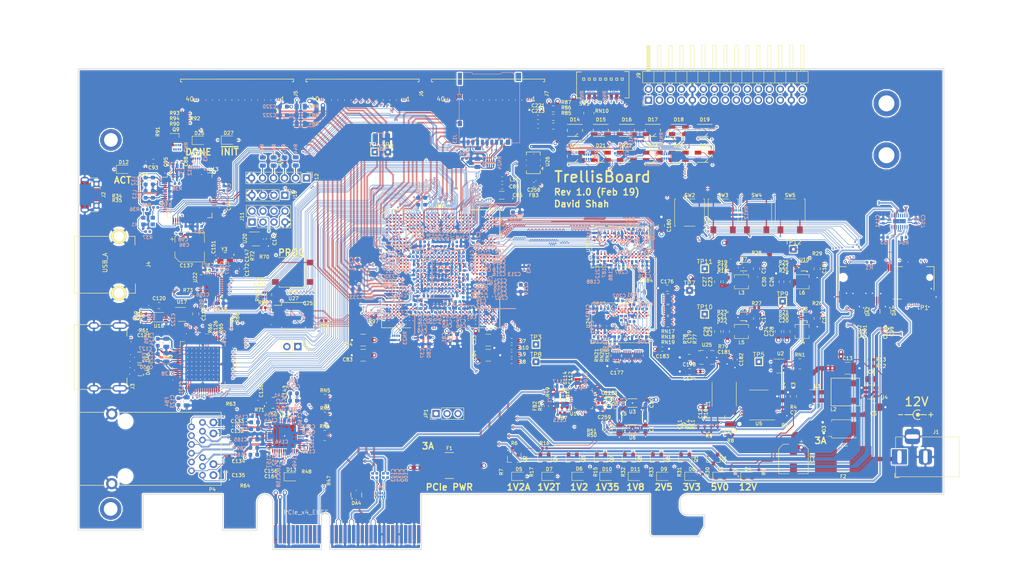
<source format=kicad_pcb>
(kicad_pcb (version 20171130) (host pcbnew 5.0.1)

  (general
    (thickness 1.6)
    (drawings 97)
    (tracks 27759)
    (zones 0)
    (modules 508)
    (nets 750)
  )

  (page A4)
  (layers
    (0 F.Cu signal)
    (1 In1.Cu signal)
    (2 In2.Cu signal)
    (3 In3.Cu signal)
    (4 In4.Cu signal)
    (5 In5.Cu signal)
    (6 In6.Cu signal)
    (31 B.Cu signal)
    (32 B.Adhes user)
    (33 F.Adhes user)
    (34 B.Paste user)
    (35 F.Paste user)
    (36 B.SilkS user)
    (37 F.SilkS user)
    (38 B.Mask user)
    (39 F.Mask user)
    (40 Dwgs.User user)
    (41 Cmts.User user)
    (42 Eco1.User user)
    (43 Eco2.User user)
    (44 Edge.Cuts user)
    (45 Margin user)
    (46 B.CrtYd user)
    (47 F.CrtYd user)
    (48 B.Fab user)
    (49 F.Fab user)
  )

  (setup
    (last_trace_width 0.15)
    (user_trace_width 0.1)
    (user_trace_width 0.15)
    (user_trace_width 0.2)
    (user_trace_width 0.25)
    (user_trace_width 0.35)
    (user_trace_width 0.5)
    (user_trace_width 0.8)
    (user_trace_width 1)
    (trace_clearance 0.0889)
    (zone_clearance 0.15)
    (zone_45_only no)
    (trace_min 0.0889)
    (segment_width 0.2)
    (edge_width 0.15)
    (via_size 0.4)
    (via_drill 0.2)
    (via_min_size 0.4)
    (via_min_drill 0.2)
    (user_via 0.6 0.3)
    (user_via 0.8 0.5)
    (user_via 1 0.6)
    (user_via 1.5 1)
    (user_via 2 1.5)
    (uvia_size 0.3)
    (uvia_drill 0.1)
    (uvias_allowed no)
    (uvia_min_size 0.2)
    (uvia_min_drill 0.1)
    (pcb_text_width 0.3)
    (pcb_text_size 1.5 1.5)
    (mod_edge_width 0.15)
    (mod_text_size 1 1)
    (mod_text_width 0.15)
    (pad_size 1.524 1.524)
    (pad_drill 0.762)
    (pad_to_mask_clearance 0.051)
    (solder_mask_min_width 0.25)
    (aux_axis_origin 0 0)
    (visible_elements FFFFFFFF)
    (pcbplotparams
      (layerselection 0x010fc_ffffffff)
      (usegerberextensions false)
      (usegerberattributes false)
      (usegerberadvancedattributes false)
      (creategerberjobfile false)
      (excludeedgelayer true)
      (linewidth 0.100000)
      (plotframeref false)
      (viasonmask false)
      (mode 1)
      (useauxorigin false)
      (hpglpennumber 1)
      (hpglpenspeed 20)
      (hpglpendiameter 15.000000)
      (psnegative false)
      (psa4output false)
      (plotreference true)
      (plotvalue true)
      (plotinvisibletext false)
      (padsonsilk false)
      (subtractmaskfromsilk false)
      (outputformat 1)
      (mirror false)
      (drillshape 1)
      (scaleselection 1)
      (outputdirectory ""))
  )

  (net 0 "")
  (net 1 "/PCIe + SATA/DCU1_REFCLK-")
  (net 2 "/PCIe + SATA/DCU1_REFCLK+")
  (net 3 DDR3_A4)
  (net 4 DDR3_A6)
  (net 5 DDR3_A5)
  (net 6 DDR3_A7)
  (net 7 /DDR3/DDR3_VTT)
  (net 8 "Net-(RN2-Pad5)")
  (net 9 "Net-(RN2-Pad6)")
  (net 10 "Net-(R38-Pad2)")
  (net 11 "Net-(RN2-Pad7)")
  (net 12 +3V3)
  (net 13 /Power/1V2_EN)
  (net 14 /Power/2V5_EN)
  (net 15 /Power/1V35_EN)
  (net 16 "Net-(RN1-Pad4)")
  (net 17 +5V)
  (net 18 "Net-(RN1-Pad5)")
  (net 19 USD_D0)
  (net 20 USD_D3)
  (net 21 USD_CMD)
  (net 22 USD_D2)
  (net 23 "Net-(RN23-Pad1)")
  (net 24 GND)
  (net 25 "/FPGA IO/CFG0")
  (net 26 "Net-(RN23-Pad8)")
  (net 27 "/FPGA IO/CFG1")
  (net 28 "/FPGA IO/CFG2")
  (net 29 "/FPGA IO/FLASH_D3")
  (net 30 "/FPGA IO/FLASH_D1")
  (net 31 "/FPGA IO/FLASH_D2")
  (net 32 "/FPGA IO/FLASH_D0")
  (net 33 DDR3_WE)
  (net 34 DDR3_CKE)
  (net 35 DDR3_CS)
  (net 36 DDR3_ODT)
  (net 37 DDR3_CAS)
  (net 38 DDR3_BA2)
  (net 39 DDR3_RAS)
  (net 40 DDR3_BA1)
  (net 41 DDR3_A12)
  (net 42 DDR3_A14)
  (net 43 DDR3_A13)
  (net 44 DDR3_BA0)
  (net 45 DDR3_A11)
  (net 46 DDR3_A9)
  (net 47 DDR3_A10)
  (net 48 DDR3_A8)
  (net 49 DDR3_A0)
  (net 50 DDR3_A2)
  (net 51 DDR3_A1)
  (net 52 DDR3_A3)
  (net 53 "/HDMI, GbE, USB/ETH_LED2")
  (net 54 ETH_~RESET)
  (net 55 "/HDMI, GbE, USB/ETH_LED1")
  (net 56 RGMII_REF_CLK)
  (net 57 "Net-(D18-Pad4)")
  (net 58 "Net-(D20-Pad4)")
  (net 59 "Net-(D19-Pad4)")
  (net 60 "Net-(D21-Pad4)")
  (net 61 "Net-(D25-Pad4)")
  (net 62 "Net-(D23-Pad4)")
  (net 63 "Net-(D24-Pad4)")
  (net 64 "Net-(D22-Pad4)")
  (net 65 FTDI_D1_RX)
  (net 66 FTDI_~WR)
  (net 67 FTDI_~RD)
  (net 68 FTDI_~SIWU)
  (net 69 RGMII_RXD0)
  (net 70 RGMII_RXD2)
  (net 71 RGMII_RXD1)
  (net 72 RGMII_RXD3)
  (net 73 RGMII_RX_DV)
  (net 74 ETH_MDIO)
  (net 75 RGMII_RX_CLK)
  (net 76 ETH_INT_N)
  (net 77 "Net-(D17-Pad1)")
  (net 78 "Net-(D16-Pad1)")
  (net 79 "Net-(D14-Pad1)")
  (net 80 "Net-(D15-Pad1)")
  (net 81 DIP_SW1)
  (net 82 DIP_SW0)
  (net 83 DIP_SW2)
  (net 84 DIP_SW3)
  (net 85 DIP_SW7)
  (net 86 DIP_SW6)
  (net 87 DIP_SW4)
  (net 88 DIP_SW5)
  (net 89 "Net-(D14-Pad4)")
  (net 90 "Net-(D16-Pad4)")
  (net 91 "Net-(D15-Pad4)")
  (net 92 "Net-(D17-Pad4)")
  (net 93 "Net-(D21-Pad1)")
  (net 94 "Net-(D20-Pad1)")
  (net 95 "Net-(D18-Pad1)")
  (net 96 "Net-(D19-Pad1)")
  (net 97 BTN1)
  (net 98 BTN0)
  (net 99 BTN2)
  (net 100 BTN3)
  (net 101 "Net-(D25-Pad1)")
  (net 102 "Net-(D24-Pad1)")
  (net 103 "Net-(D22-Pad1)")
  (net 104 "Net-(D23-Pad1)")
  (net 105 "/FPGA IO/VCCIO7")
  (net 106 "Net-(R44-Pad2)")
  (net 107 JTAG_TDO)
  (net 108 JTAG_TDI)
  (net 109 "Net-(R43-Pad2)")
  (net 110 "Net-(R42-Pad2)")
  (net 111 JTAG_TCK)
  (net 112 JTAG_TMS)
  (net 113 "Net-(R45-Pad2)")
  (net 114 "/PCIe + SATA/CLKAUXO+")
  (net 115 +1V8)
  (net 116 +2V5)
  (net 117 "/PCIe + SATA/CLKAUXO-")
  (net 118 "/FPGA IO/VCCIO6")
  (net 119 CLK_SDA)
  (net 120 "Net-(R36-Pad2)")
  (net 121 FPGA_12MHz)
  (net 122 "/PCIe + SATA/PCIe_REFCLK+")
  (net 123 "/PCIe + SATA/PCIe_REFCLK-")
  (net 124 PCIe_12V)
  (net 125 "Net-(D13-Pad2)")
  (net 126 ~PERST)
  (net 127 "Net-(P3-PadA11)")
  (net 128 "Net-(D12-Pad2)")
  (net 129 "Net-(R40-Pad1)")
  (net 130 "Net-(R39-Pad1)")
  (net 131 "Net-(R38-Pad1)")
  (net 132 "Net-(R12-Pad2)")
  (net 133 "/PCIe + SATA/3V3_C")
  (net 134 "/PCIe + SATA/3V3_CA")
  (net 135 "Net-(R57-Pad1)")
  (net 136 "Net-(R58-Pad2)")
  (net 137 FABRIC_REFCLK)
  (net 138 "/HDMI, GbE, USB/PORT_SCL")
  (net 139 "/HDMI, GbE, USB/PORT_SDA")
  (net 140 "Net-(C121-Pad1)")
  (net 141 "Net-(R62-Pad1)")
  (net 142 /Power/3V3_PG)
  (net 143 "Net-(D27-Pad2)")
  (net 144 "/FPGA IO/~PROGRAM")
  (net 145 "Net-(R80-Pad1)")
  (net 146 "Net-(R81-Pad1)")
  (net 147 "/FPGA IO/FLASH_~CS")
  (net 148 "/FPGA IO/FLASH_CLK")
  (net 149 "/FPGA IO/DONE")
  (net 150 "Net-(Q9-Pad1)")
  (net 151 "Net-(D26-Pad2)")
  (net 152 "Net-(R79-Pad1)")
  (net 153 "/FPGA IO/~INIT")
  (net 154 "Net-(C9-Pad1)")
  (net 155 "Net-(C11-Pad1)")
  (net 156 "Net-(Q2-Pad3)")
  (net 157 "Net-(D5-Pad1)")
  (net 158 /Power/1V2_PG)
  (net 159 USD_D1)
  (net 160 USD_CLK)
  (net 161 "Net-(R97-Pad1)")
  (net 162 "Net-(Q2-Pad1)")
  (net 163 +1V2A)
  (net 164 "Net-(R5-Pad2)")
  (net 165 "Net-(D2-Pad2)")
  (net 166 "Net-(C7-Pad1)")
  (net 167 "Net-(D4-Pad2)")
  (net 168 +12V)
  (net 169 "Net-(R74-Pad1)")
  (net 170 "/Debug Interface/PORT_D-")
  (net 171 "/Debug Interface/FTDI_D-")
  (net 172 "/Debug Interface/FTDI_D+")
  (net 173 "/Debug Interface/PORT_D+")
  (net 174 "Net-(C22-Pad2)")
  (net 175 "Net-(R71-Pad2)")
  (net 176 "/HDMI, GbE, USB/USB_XO")
  (net 177 "/HDMI, GbE, USB/USB_XI")
  (net 178 "Net-(R73-Pad1)")
  (net 179 "/HDMI, GbE, USB/USBA_VBUS")
  (net 180 "/HDMI, GbE, USB/EXTVBUS")
  (net 181 DVI_SCL)
  (net 182 DVI_SDA)
  (net 183 CLK_SCL)
  (net 184 "Net-(R70-Pad1)")
  (net 185 "Net-(C175-Pad2)")
  (net 186 DDR3_CLK+)
  (net 187 "Net-(P4-Pad16)")
  (net 188 "Net-(R66-Pad1)")
  (net 189 "Net-(R65-Pad1)")
  (net 190 "/HDMI, GbE, USB/HDMI_HPD")
  (net 191 DDR3_CLK-)
  (net 192 "Net-(C179-Pad1)")
  (net 193 +1V35)
  (net 194 +1V2)
  (net 195 "Net-(D10-Pad2)")
  (net 196 "Net-(P4-Pad14)")
  (net 197 "Net-(C12-Pad2)")
  (net 198 "Net-(D6-Pad2)")
  (net 199 +1V2T)
  (net 200 "Net-(Q4-Pad1)")
  (net 201 "Net-(Q4-Pad3)")
  (net 202 "Net-(D7-Pad1)")
  (net 203 "Net-(C19-Pad2)")
  (net 204 "Net-(C20-Pad2)")
  (net 205 "Net-(C21-Pad2)")
  (net 206 "/Debug Interface/FTDI_12MHz")
  (net 207 "Net-(D11-Pad2)")
  (net 208 /Power/2V5_PG)
  (net 209 /Power/1V35_PG)
  (net 210 /Power/1V8_PG)
  (net 211 "Net-(D8-Pad2)")
  (net 212 "Net-(D9-Pad2)")
  (net 213 "Net-(C8-Pad2)")
  (net 214 "Net-(C8-Pad1)")
  (net 215 /Power/PWR_EN)
  (net 216 "/HDMI, GbE, USB/HDMI_5V")
  (net 217 "Net-(U17-Pad3)")
  (net 218 "Net-(D9-Pad1)")
  (net 219 "Net-(D11-Pad1)")
  (net 220 "Net-(D26-Pad1)")
  (net 221 "Net-(D2-Pad1)")
  (net 222 "Net-(D6-Pad1)")
  (net 223 "Net-(D10-Pad1)")
  (net 224 "Net-(D8-Pad1)")
  (net 225 "Net-(U1-Pad3)")
  (net 226 DDR3_Vref)
  (net 227 DDR3_Vtt_EN)
  (net 228 "Net-(U5-Pad2)")
  (net 229 "Net-(L1-Pad1)")
  (net 230 "Net-(C11-Pad2)")
  (net 231 "Net-(U13-Pad3)")
  (net 232 "/Debug Interface/Vphy")
  (net 233 "/Debug Interface/Vpll")
  (net 234 "/Debug Interface/JTAG_ACT")
  (net 235 "Net-(U13-Pad22)")
  (net 236 "Net-(U13-Pad23)")
  (net 237 "Net-(U13-Pad24)")
  (net 238 "Net-(U13-Pad26)")
  (net 239 "Net-(U13-Pad27)")
  (net 240 "Net-(U13-Pad28)")
  (net 241 "Net-(U13-Pad29)")
  (net 242 "Net-(U13-Pad30)")
  (net 243 "Net-(U13-Pad32)")
  (net 244 "Net-(U13-Pad33)")
  (net 245 "Net-(U13-Pad34)")
  (net 246 "Net-(U13-Pad36)")
  (net 247 FTDI_D0_TX)
  (net 248 FTDI_D2)
  (net 249 FTDI_D3)
  (net 250 FTDI_D4)
  (net 251 FTDI_D5)
  (net 252 FTDI_D6)
  (net 253 FTDI_D7)
  (net 254 FTDI_~RXF)
  (net 255 "Net-(U13-Pad49)")
  (net 256 "Net-(U13-Pad50)")
  (net 257 FTDI_~TXE)
  (net 258 "Net-(U13-Pad57)")
  (net 259 "Net-(U13-Pad58)")
  (net 260 "Net-(U13-Pad59)")
  (net 261 "Net-(U13-Pad60)")
  (net 262 "/HDMI, GbE, USB/DVI_DVDD")
  (net 263 DVI_DE)
  (net 264 DVI_HSYNC)
  (net 265 DVI_VSYNC)
  (net 266 "Net-(U19-Pad11)")
  (net 267 "/HDMI, GbE, USB/DVI_PVDD")
  (net 268 "/HDMI, GbE, USB/TMDS_CLK-")
  (net 269 "/HDMI, GbE, USB/TMDS_CLK+")
  (net 270 "/HDMI, GbE, USB/DVI_TVDD")
  (net 271 "/HDMI, GbE, USB/TMDS_D0-")
  (net 272 "/HDMI, GbE, USB/TMDS_D0+")
  (net 273 "/HDMI, GbE, USB/TMDS_D1-")
  (net 274 "/HDMI, GbE, USB/TMDS_D1+")
  (net 275 "/HDMI, GbE, USB/TMDS_D2-")
  (net 276 "/HDMI, GbE, USB/TMDS_D2+")
  (net 277 DVI_D23)
  (net 278 DVI_D22)
  (net 279 DVI_D21)
  (net 280 DVI_D20)
  (net 281 DVI_D19)
  (net 282 DVI_D18)
  (net 283 DVI_D17)
  (net 284 DVI_D16)
  (net 285 DVI_D15)
  (net 286 DVI_D14)
  (net 287 DVI_D13)
  (net 288 DVI_D12)
  (net 289 "Net-(U19-Pad49)")
  (net 290 DVI_D11)
  (net 291 DVI_D10)
  (net 292 DVI_D9)
  (net 293 DVI_D8)
  (net 294 DVI_D7)
  (net 295 DVI_D6)
  (net 296 DVI_CLK)
  (net 297 DVI_D5)
  (net 298 DVI_D4)
  (net 299 DVI_D3)
  (net 300 DVI_D2)
  (net 301 DVI_D1)
  (net 302 DVI_D0)
  (net 303 "/HDMI, GbE, USB/AVDDH")
  (net 304 "/HDMI, GbE, USB/MX4-")
  (net 305 "/HDMI, GbE, USB/MX4+")
  (net 306 "/HDMI, GbE, USB/AVDDL")
  (net 307 "/HDMI, GbE, USB/MX3-")
  (net 308 "/HDMI, GbE, USB/MX3+")
  (net 309 "/HDMI, GbE, USB/MX2-")
  (net 310 "/HDMI, GbE, USB/MX2+")
  (net 311 "/HDMI, GbE, USB/MX1-")
  (net 312 "/HDMI, GbE, USB/MX1+")
  (net 313 "Net-(U21-Pad13)")
  (net 314 RGMII_TXD0)
  (net 315 RGMII_TXD1)
  (net 316 RGMII_TXD2)
  (net 317 RGMII_TXD3)
  (net 318 RGMII_TX_CLK)
  (net 319 RGMII_TX_EN)
  (net 320 ETH_MDC)
  (net 321 "Net-(U21-Pad43)")
  (net 322 "/HDMI, GbE, USB/AVDDL_PLL")
  (net 323 "/HDMI, GbE, USB/ETH_XO")
  (net 324 "/HDMI, GbE, USB/ETH_XI")
  (net 325 "Net-(U21-Pad47)")
  (net 326 "Net-(U22-Pad3)")
  (net 327 "Net-(U22-Pad5)")
  (net 328 "/HDMI, GbE, USB/USBA_D+")
  (net 329 "/HDMI, GbE, USB/USBA_D-")
  (net 330 ULPI_RESET)
  (net 331 ULPI_NXT)
  (net 332 ULPI_DIR)
  (net 333 ULPI_STP)
  (net 334 ULPI_CLKO)
  (net 335 "/HDMI, GbE, USB/USB1V8")
  (net 336 ULPI_D7)
  (net 337 ULPI_D6)
  (net 338 ULPI_D5)
  (net 339 ULPI_D4)
  (net 340 ULPI_D3)
  (net 341 ULPI_D2)
  (net 342 ULPI_D1)
  (net 343 ULPI_D0)
  (net 344 "Net-(C117-Pad1)")
  (net 345 "Net-(C115-Pad2)")
  (net 346 CLK_SD_OE)
  (net 347 "/PCIe + SATA/1V8_C")
  (net 348 "Net-(U16-Pad16)")
  (net 349 "/PCIe + SATA/DCU0_REFCLK-")
  (net 350 "/PCIe + SATA/DCU0_REFCLK+")
  (net 351 "Net-(U16-Pad24)")
  (net 352 DDR3_DQ13)
  (net 353 DDR3_DQ15)
  (net 354 DDR3_DQ12)
  (net 355 DDR3_DQS1-)
  (net 356 DDR3_DQ14)
  (net 357 DDR3_DQ11)
  (net 358 DDR3_DQ9)
  (net 359 DDR3_DQS1+)
  (net 360 DDR3_DQ10)
  (net 361 DDR3_DM1)
  (net 362 DDR3_DQ8)
  (net 363 DDR3_DQ0)
  (net 364 DDR3_DM0)
  (net 365 DDR3_DQ2)
  (net 366 DDR3_DQS0+)
  (net 367 DDR3_DQ1)
  (net 368 DDR3_DQ3)
  (net 369 DDR3_DQ6)
  (net 370 DDR3_DQS0-)
  (net 371 DDR3_DQ4)
  (net 372 DDR3_DQ7)
  (net 373 DDR3_DQ5)
  (net 374 "Net-(U23-PadJ1)")
  (net 375 "Net-(U23-PadJ9)")
  (net 376 "Net-(U23-PadL1)")
  (net 377 "Net-(U23-PadL9)")
  (net 378 "Net-(U23-PadM7)")
  (net 379 DDR3_RESET)
  (net 380 "Net-(U24-PadM7)")
  (net 381 "Net-(U24-PadL9)")
  (net 382 "Net-(U24-PadL1)")
  (net 383 "Net-(U24-PadJ9)")
  (net 384 "Net-(U24-PadJ1)")
  (net 385 DDR3_DQ21)
  (net 386 DDR3_DQ23)
  (net 387 DDR3_DQ20)
  (net 388 DDR3_DQS2-)
  (net 389 DDR3_DQ22)
  (net 390 DDR3_DQ19)
  (net 391 DDR3_DQ17)
  (net 392 DDR3_DQS2+)
  (net 393 DDR3_DQ18)
  (net 394 DDR3_DM2)
  (net 395 DDR3_DQ16)
  (net 396 DDR3_DQ24)
  (net 397 DDR3_DM3)
  (net 398 DDR3_DQ26)
  (net 399 DDR3_DQS3+)
  (net 400 DDR3_DQ25)
  (net 401 DDR3_DQ27)
  (net 402 DDR3_DQ30)
  (net 403 DDR3_DQS3-)
  (net 404 DDR3_DQ28)
  (net 405 DDR3_DQ31)
  (net 406 DDR3_DQ29)
  (net 407 "Net-(X1-Pad1)")
  (net 408 "Net-(L4-Pad1)")
  (net 409 "Net-(L5-Pad1)")
  (net 410 "Net-(L3-Pad1)")
  (net 411 "Net-(L6-Pad1)")
  (net 412 "/FPGA Core Power/VCCHTX1")
  (net 413 "/FPGA Core Power/VCCHTX0")
  (net 414 "/FPGA Core Power/VCCA0")
  (net 415 "/FPGA Core Power/VCCAUX")
  (net 416 "/FPGA Core Power/VCCA1")
  (net 417 "/PCIe + SATA/DCU1_RX1-")
  (net 418 "/PCIe + SATA/DCU1_RX1+")
  (net 419 "/PCIe + SATA/DCU1_RX0-")
  (net 420 "/PCIe + SATA/DCU1_RX0+")
  (net 421 "/PCIe + SATA/PCIe_HSI0+")
  (net 422 "/PCIe + SATA/PCIe_HSI0-")
  (net 423 "/PCIe + SATA/PCIe_HSI1+")
  (net 424 "/PCIe + SATA/PCIe_HSI1-")
  (net 425 "/PCIe + SATA/DCU0_RX0+")
  (net 426 "/PCIe + SATA/DCU0_RX0-")
  (net 427 "/PCIe + SATA/DCU0_RX1+")
  (net 428 "/PCIe + SATA/DCU0_RX1-")
  (net 429 "Net-(U6-Pad2)")
  (net 430 "Net-(U6-Pad5)")
  (net 431 "Net-(U3-Pad5)")
  (net 432 "Net-(U3-Pad2)")
  (net 433 "Net-(U10-Pad4)")
  (net 434 "Net-(U9-Pad4)")
  (net 435 "Net-(U8-Pad4)")
  (net 436 "Net-(U7-Pad4)")
  (net 437 "Net-(J5-Pad38)")
  (net 438 "/FPGA IO/EXT0_11-")
  (net 439 "/FPGA IO/EXT0_11+")
  (net 440 "/FPGA IO/EXT0_10-")
  (net 441 "/FPGA IO/EXT0_10+")
  (net 442 "/FPGA IO/EXT0_9-")
  (net 443 "/FPGA IO/EXT0_9+")
  (net 444 "/FPGA IO/EXT0_8-")
  (net 445 "/FPGA IO/EXT0_8+")
  (net 446 "/FPGA IO/EXT0_7-")
  (net 447 "/FPGA IO/EXT0_7+")
  (net 448 "/FPGA IO/EXT0_6-")
  (net 449 "/FPGA IO/EXT0_6+")
  (net 450 "/FPGA IO/EXT0_5-")
  (net 451 "/FPGA IO/EXT0_5+")
  (net 452 "/FPGA IO/EXT0_4-")
  (net 453 "/FPGA IO/EXT0_4+")
  (net 454 "/FPGA IO/EXT0_3-")
  (net 455 "/FPGA IO/EXT0_3+")
  (net 456 "/FPGA IO/EXT0_2-")
  (net 457 "/FPGA IO/EXT0_2+")
  (net 458 "/FPGA IO/EXT0_1-")
  (net 459 "/FPGA IO/EXT0_1+")
  (net 460 "/FPGA IO/EXT0_0-")
  (net 461 "/FPGA IO/EXT0_0+")
  (net 462 "Net-(J6-Pad38)")
  (net 463 "/FPGA IO/EXT1_11-")
  (net 464 "/FPGA IO/EXT1_11+")
  (net 465 "/FPGA IO/EXT1_10-")
  (net 466 "/FPGA IO/EXT1_10+")
  (net 467 "/FPGA IO/EXT1_9-")
  (net 468 "/FPGA IO/EXT1_9+")
  (net 469 "/FPGA IO/EXT1_8-")
  (net 470 "/FPGA IO/EXT1_8+")
  (net 471 "/FPGA IO/EXT1_7-")
  (net 472 "/FPGA IO/EXT1_7+")
  (net 473 "/FPGA IO/EXT1_6-")
  (net 474 "/FPGA IO/EXT1_6+")
  (net 475 "/FPGA IO/EXT1_5-")
  (net 476 "/FPGA IO/EXT1_5+")
  (net 477 "/FPGA IO/EXT1_4-")
  (net 478 "/FPGA IO/EXT1_4+")
  (net 479 "/FPGA IO/EXT1_3-")
  (net 480 "/FPGA IO/EXT1_3+")
  (net 481 "/FPGA IO/EXT1_2-")
  (net 482 "/FPGA IO/EXT1_2+")
  (net 483 "/FPGA IO/EXT1_1-")
  (net 484 "/FPGA IO/EXT1_1+")
  (net 485 "/FPGA IO/EXT1_0-")
  (net 486 "/FPGA IO/EXT1_0+")
  (net 487 "/FPGA IO/EXT2_0+")
  (net 488 "/FPGA IO/EXT2_0-")
  (net 489 "/FPGA IO/EXT2_1+")
  (net 490 "/FPGA IO/EXT2_1-")
  (net 491 "/FPGA IO/EXT2_2+")
  (net 492 "/FPGA IO/EXT2_2-")
  (net 493 "/FPGA IO/EXT2_3+")
  (net 494 "/FPGA IO/EXT2_3-")
  (net 495 "/FPGA IO/EXT2_4+")
  (net 496 "/FPGA IO/EXT2_4-")
  (net 497 "/FPGA IO/EXT2_5+")
  (net 498 "/FPGA IO/EXT2_5-")
  (net 499 "/FPGA IO/EXT2_6+")
  (net 500 "/FPGA IO/EXT2_6-")
  (net 501 "/FPGA IO/EXT2_7+")
  (net 502 "/FPGA IO/EXT2_7-")
  (net 503 "/FPGA IO/EXT2_8+")
  (net 504 "/FPGA IO/EXT2_8-")
  (net 505 "/FPGA IO/EXT2_9+")
  (net 506 "/FPGA IO/EXT2_9-")
  (net 507 "/FPGA IO/EXT2_10+")
  (net 508 "/FPGA IO/EXT2_10-")
  (net 509 "/FPGA IO/EXT2_11+")
  (net 510 "/FPGA IO/EXT2_11-")
  (net 511 "Net-(J7-Pad38)")
  (net 512 "Net-(C132-Pad1)")
  (net 513 "Net-(C135-Pad1)")
  (net 514 "Net-(C133-Pad1)")
  (net 515 "Net-(C134-Pad1)")
  (net 516 "Net-(P3-PadB5)")
  (net 517 "Net-(P3-PadB6)")
  (net 518 "Net-(P3-PadB8)")
  (net 519 "Net-(P3-PadB9)")
  (net 520 "Net-(P3-PadB10)")
  (net 521 PCIe_~WAKE)
  (net 522 "Net-(P3-PadB12)")
  (net 523 "/PCIe + SATA/~PRSNT2~_X1")
  (net 524 "Net-(P3-PadB23)")
  (net 525 "Net-(P3-PadB24)")
  (net 526 "Net-(P3-PadB27)")
  (net 527 "Net-(P3-PadB28)")
  (net 528 "Net-(P3-PadB30)")
  (net 529 "/PCIe + SATA/~PRSNT2~_X4")
  (net 530 "/PCIe + SATA/~PRSNT1")
  (net 531 "Net-(P3-PadA5)")
  (net 532 "Net-(P3-PadA6)")
  (net 533 "Net-(P3-PadA7)")
  (net 534 "Net-(P3-PadA8)")
  (net 535 "Net-(P3-PadA9)")
  (net 536 "Net-(P3-PadA10)")
  (net 537 "Net-(P3-PadA19)")
  (net 538 "Net-(P3-PadA25)")
  (net 539 "Net-(P3-PadA26)")
  (net 540 "Net-(P3-PadA29)")
  (net 541 "Net-(P3-PadA30)")
  (net 542 "Net-(P3-PadA32)")
  (net 543 "Net-(U26-Pad1)")
  (net 544 "Net-(U26-Pad2)")
  (net 545 "/FPGA IO/CLK100+")
  (net 546 "/FPGA IO/CLK100-")
  (net 547 "Net-(J3-Pad14)")
  (net 548 "Net-(J3-Pad13)")
  (net 549 LED2)
  (net 550 LED11)
  (net 551 LED10)
  (net 552 LED0)
  (net 553 LED1)
  (net 554 LED3)
  (net 555 LED4)
  (net 556 LED5)
  (net 557 LED6)
  (net 558 LED7)
  (net 559 LED8)
  (net 560 LED9)
  (net 561 "Net-(F2-Pad2)")
  (net 562 "Net-(U15-PadR1)")
  (net 563 "Net-(U15-PadA2)")
  (net 564 "Net-(U15-PadT2)")
  (net 565 "Net-(U15-PadAB2)")
  (net 566 "Net-(U15-PadAC2)")
  (net 567 "Net-(U15-PadAE2)")
  (net 568 "Net-(U15-PadAG2)")
  (net 569 "Net-(U15-PadA3)")
  (net 570 "Net-(U15-PadV3)")
  (net 571 "Net-(U15-PadW3)")
  (net 572 "Net-(U15-PadY3)")
  (net 573 "Net-(U15-PadAC3)")
  (net 574 "Net-(U15-PadAG3)")
  (net 575 "Net-(U15-PadAL3)")
  (net 576 "Net-(U15-PadB4)")
  (net 577 "Net-(U15-PadH4)")
  (net 578 "Net-(U15-PadAC4)")
  (net 579 "Net-(U15-PadA5)")
  (net 580 "Net-(U15-PadL5)")
  (net 581 "Net-(U15-PadW6)")
  (net 582 "Net-(U15-PadD7)")
  (net 583 "Net-(U15-PadE7)")
  (net 584 "Net-(U15-PadAE7)")
  (net 585 "Net-(U15-PadG9)")
  (net 586 "/PCIe + SATA/DCU0_TX0+")
  (net 587 "Net-(U15-PadG10)")
  (net 588 "/PCIe + SATA/DCU0_TX0-")
  (net 589 "Net-(U15-PadG11)")
  (net 590 "/PCIe + SATA/DCU0_TX1+")
  (net 591 "/PCIe + SATA/DCU0_TX1-")
  (net 592 "/FPGA IO/PMOD1_10")
  (net 593 "/FPGA IO/PMOD1_9")
  (net 594 "Net-(U15-PadG14)")
  (net 595 "Net-(U15-PadG15)")
  (net 596 "Net-(U15-PadAK15)")
  (net 597 "Net-(U15-PadG16)")
  (net 598 "Net-(U15-PadAK16)")
  (net 599 "Net-(U15-PadG17)")
  (net 600 "Net-(U15-PadG18)")
  (net 601 "/PCIe + SATA/DCU1_TX0+")
  (net 602 "Net-(U15-PadG19)")
  (net 603 "/PCIe + SATA/DCU1_TX0-")
  (net 604 "/FPGA IO/PMOD1_8")
  (net 605 "/FPGA IO/PMOD1_7")
  (net 606 "/PCIe + SATA/DCU1_TX1+")
  (net 607 "/PCIe + SATA/DCU1_TX1-")
  (net 608 "/FPGA IO/EXIO_5")
  (net 609 "/FPGA IO/EXIO_4")
  (net 610 "/FPGA IO/EXIO_3")
  (net 611 "Net-(U15-PadG22)")
  (net 612 "/FPGA IO/PMOD1_3")
  (net 613 "/FPGA IO/PMOD1_2")
  (net 614 "/FPGA IO/PMOD1_0")
  (net 615 "/FPGA IO/PMOD1_1")
  (net 616 "/FPGA IO/EXIO_2")
  (net 617 "Net-(U15-PadG23)")
  (net 618 "/FPGA IO/EXIO_1")
  (net 619 "/FPGA IO/PMOD0_10")
  (net 620 "/FPGA IO/EXIO_0")
  (net 621 "/FPGA IO/PMOD0_9")
  (net 622 "Net-(U15-PadG24)")
  (net 623 "Net-(U15-PadAG24)")
  (net 624 "Net-(U15-PadAK24)")
  (net 625 "/FPGA IO/PMOD0_8")
  (net 626 "/FPGA IO/PMOD0_3")
  (net 627 "/FPGA IO/PMOD0_7")
  (net 628 "/FPGA IO/PMOD0_2")
  (net 629 "/FPGA IO/PMOD0_1")
  (net 630 "Net-(U15-PadAK25)")
  (net 631 "/FPGA IO/PMOD0_0")
  (net 632 "Net-(U15-PadB26)")
  (net 633 "Net-(U15-PadE26)")
  (net 634 "Net-(U15-PadAE26)")
  (net 635 "Net-(U15-PadH27)")
  (net 636 "Net-(U15-PadJ27)")
  (net 637 "Net-(U15-PadW27)")
  (net 638 "Net-(U15-PadC28)")
  (net 639 "Net-(U15-PadD28)")
  (net 640 "Net-(U15-PadH28)")
  (net 641 "Net-(U15-PadL28)")
  (net 642 "Net-(U15-PadP28)")
  (net 643 "Net-(U15-PadAC28)")
  (net 644 "Net-(U15-PadAE28)")
  (net 645 "Net-(U15-PadC29)")
  (net 646 "Net-(U15-PadH29)")
  (net 647 "Net-(U15-PadP29)")
  (net 648 "Net-(U15-PadAB29)")
  (net 649 "Net-(U15-PadAC29)")
  (net 650 "Net-(U15-PadAE29)")
  (net 651 "Net-(U15-PadAJ29)")
  (net 652 "Net-(U15-PadC30)")
  (net 653 "Net-(U15-PadP30)")
  (net 654 "Net-(U15-PadR30)")
  (net 655 "Net-(U15-PadV30)")
  (net 656 "Net-(U15-PadAB30)")
  (net 657 "Net-(U15-PadAE30)")
  (net 658 "Net-(U15-PadAJ30)")
  (net 659 "Net-(U15-PadA31)")
  (net 660 "Net-(U15-PadAG31)")
  (net 661 "Net-(U15-PadAK31)")
  (net 662 "Net-(U15-PadAG32)")
  (net 663 "Net-(J2-Pad1)")
  (net 664 "Net-(J2-Pad4)")
  (net 665 "Net-(U15-PadT30)")
  (net 666 "Net-(U15-PadAE27)")
  (net 667 "Net-(U15-PadAD27)")
  (net 668 "Net-(U15-PadF30)")
  (net 669 "Net-(U15-PadN27)")
  (net 670 "Net-(U15-PadU27)")
  (net 671 "Net-(U15-PadU29)")
  (net 672 "Net-(U15-PadW30)")
  (net 673 "Net-(U15-PadY30)")
  (net 674 "Net-(U15-PadY29)")
  (net 675 "Net-(U15-PadW1)")
  (net 676 "Net-(U15-PadV1)")
  (net 677 "Net-(U15-PadY7)")
  (net 678 "Net-(U15-PadY6)")
  (net 679 "Net-(U15-PadAC5)")
  (net 680 "Net-(U15-PadAD4)")
  (net 681 "Net-(U15-PadY4)")
  (net 682 "Net-(U15-PadW4)")
  (net 683 "Net-(U15-PadJ4)")
  (net 684 "Net-(U15-PadL3)")
  (net 685 "Net-(U15-PadL2)")
  (net 686 "Net-(U15-PadK2)")
  (net 687 "Net-(U15-PadL1)")
  (net 688 "Net-(U15-PadK1)")
  (net 689 "Net-(U15-PadJ1)")
  (net 690 "Net-(U15-PadD1)")
  (net 691 "Net-(U15-PadC1)")
  (net 692 "Net-(U15-PadF2)")
  (net 693 "Net-(U15-PadE1)")
  (net 694 "Net-(U15-PadE4)")
  (net 695 "Net-(U15-PadD4)")
  (net 696 "Net-(P1-Pad52)")
  (net 697 M2_CLKSEL)
  (net 698 "Net-(R54-Pad1)")
  (net 699 "/PCIe + SATA/M2_REFCLK+")
  (net 700 "/PCIe + SATA/M2_REFCLK-")
  (net 701 "Net-(U11-Pad17)")
  (net 702 "Net-(U11-Pad16)")
  (net 703 "/PCIe + SATA/CLKREFO+")
  (net 704 "/PCIe + SATA/CLKREFO-")
  (net 705 "/PCIe + SATA/M2_RX0+")
  (net 706 "/PCIe + SATA/M2_RX0-")
  (net 707 "/PCIe + SATA/M2_RX1+")
  (net 708 "/PCIe + SATA/M2_RX1-")
  (net 709 M2_CTS)
  (net 710 M2_RTS)
  (net 711 M2_SDIO_D0)
  (net 712 M2_TXD)
  (net 713 M2_SDIO_D3)
  (net 714 M2_SDIO_D2)
  (net 715 M2_SDIO_D1)
  (net 716 M2_SDIO_CLK)
  (net 717 M2_SDIO_CMD)
  (net 718 "Net-(P1-Pad3)")
  (net 719 "Net-(P1-Pad5)")
  (net 720 "Net-(P1-Pad6)")
  (net 721 "Net-(P1-Pad8)")
  (net 722 "Net-(P1-Pad10)")
  (net 723 "Net-(P1-Pad12)")
  (net 724 "Net-(P1-Pad14)")
  (net 725 "Net-(P1-Pad16)")
  (net 726 "Net-(P1-Pad20)")
  (net 727 "Net-(P1-Pad21)")
  (net 728 "Net-(P1-Pad23)")
  (net 729 "Net-(P1-Pad38)")
  (net 730 "Net-(P1-Pad40)")
  (net 731 "Net-(P1-Pad42)")
  (net 732 "Net-(P1-Pad44)")
  (net 733 "Net-(P1-Pad46)")
  (net 734 "Net-(P1-Pad48)")
  (net 735 "Net-(P1-Pad50)")
  (net 736 "Net-(P1-Pad53)")
  (net 737 "Net-(P1-Pad54)")
  (net 738 "Net-(P1-Pad55)")
  (net 739 "Net-(P1-Pad56)")
  (net 740 "Net-(P1-Pad58)")
  (net 741 "Net-(P1-Pad60)")
  (net 742 "Net-(P1-Pad62)")
  (net 743 "Net-(P1-Pad64)")
  (net 744 "Net-(P1-Pad66)")
  (net 745 "Net-(P1-Pad68)")
  (net 746 "Net-(P1-Pad70)")
  (net 747 "Net-(C258-Pad1)")
  (net 748 M2_RXD)
  (net 749 "Net-(U15-PadN3)")

  (net_class Default "This is the default net class."
    (clearance 0.0889)
    (trace_width 0.0889)
    (via_dia 0.4)
    (via_drill 0.2)
    (uvia_dia 0.3)
    (uvia_drill 0.1)
    (diff_pair_gap 0.11)
    (diff_pair_width 0.11)
    (add_net +12V)
    (add_net +1V2)
    (add_net +1V2A)
    (add_net +1V2T)
    (add_net +1V35)
    (add_net +1V8)
    (add_net +2V5)
    (add_net +3V3)
    (add_net +5V)
    (add_net /DDR3/DDR3_VTT)
    (add_net "/Debug Interface/FTDI_12MHz")
    (add_net "/Debug Interface/FTDI_D+")
    (add_net "/Debug Interface/FTDI_D-")
    (add_net "/Debug Interface/JTAG_ACT")
    (add_net "/Debug Interface/PORT_D+")
    (add_net "/Debug Interface/PORT_D-")
    (add_net "/Debug Interface/Vphy")
    (add_net "/Debug Interface/Vpll")
    (add_net "/FPGA Core Power/VCCA0")
    (add_net "/FPGA Core Power/VCCA1")
    (add_net "/FPGA Core Power/VCCAUX")
    (add_net "/FPGA Core Power/VCCHTX0")
    (add_net "/FPGA Core Power/VCCHTX1")
    (add_net "/FPGA IO/CFG0")
    (add_net "/FPGA IO/CFG1")
    (add_net "/FPGA IO/CFG2")
    (add_net "/FPGA IO/CLK100+")
    (add_net "/FPGA IO/CLK100-")
    (add_net "/FPGA IO/DONE")
    (add_net "/FPGA IO/EXIO_0")
    (add_net "/FPGA IO/EXIO_1")
    (add_net "/FPGA IO/EXIO_2")
    (add_net "/FPGA IO/EXIO_3")
    (add_net "/FPGA IO/EXIO_4")
    (add_net "/FPGA IO/EXIO_5")
    (add_net "/FPGA IO/EXT0_0+")
    (add_net "/FPGA IO/EXT0_0-")
    (add_net "/FPGA IO/EXT0_1+")
    (add_net "/FPGA IO/EXT0_1-")
    (add_net "/FPGA IO/EXT0_10+")
    (add_net "/FPGA IO/EXT0_10-")
    (add_net "/FPGA IO/EXT0_11+")
    (add_net "/FPGA IO/EXT0_11-")
    (add_net "/FPGA IO/EXT0_2+")
    (add_net "/FPGA IO/EXT0_2-")
    (add_net "/FPGA IO/EXT0_3+")
    (add_net "/FPGA IO/EXT0_3-")
    (add_net "/FPGA IO/EXT0_4+")
    (add_net "/FPGA IO/EXT0_4-")
    (add_net "/FPGA IO/EXT0_5+")
    (add_net "/FPGA IO/EXT0_5-")
    (add_net "/FPGA IO/EXT0_6+")
    (add_net "/FPGA IO/EXT0_6-")
    (add_net "/FPGA IO/EXT0_7+")
    (add_net "/FPGA IO/EXT0_7-")
    (add_net "/FPGA IO/EXT0_8+")
    (add_net "/FPGA IO/EXT0_8-")
    (add_net "/FPGA IO/EXT0_9+")
    (add_net "/FPGA IO/EXT0_9-")
    (add_net "/FPGA IO/EXT1_0+")
    (add_net "/FPGA IO/EXT1_0-")
    (add_net "/FPGA IO/EXT1_1+")
    (add_net "/FPGA IO/EXT1_1-")
    (add_net "/FPGA IO/EXT1_10+")
    (add_net "/FPGA IO/EXT1_10-")
    (add_net "/FPGA IO/EXT1_11+")
    (add_net "/FPGA IO/EXT1_11-")
    (add_net "/FPGA IO/EXT1_2+")
    (add_net "/FPGA IO/EXT1_2-")
    (add_net "/FPGA IO/EXT1_3+")
    (add_net "/FPGA IO/EXT1_3-")
    (add_net "/FPGA IO/EXT1_4+")
    (add_net "/FPGA IO/EXT1_4-")
    (add_net "/FPGA IO/EXT1_5+")
    (add_net "/FPGA IO/EXT1_5-")
    (add_net "/FPGA IO/EXT1_6+")
    (add_net "/FPGA IO/EXT1_6-")
    (add_net "/FPGA IO/EXT1_7+")
    (add_net "/FPGA IO/EXT1_7-")
    (add_net "/FPGA IO/EXT1_8+")
    (add_net "/FPGA IO/EXT1_8-")
    (add_net "/FPGA IO/EXT1_9+")
    (add_net "/FPGA IO/EXT1_9-")
    (add_net "/FPGA IO/EXT2_0+")
    (add_net "/FPGA IO/EXT2_0-")
    (add_net "/FPGA IO/EXT2_1+")
    (add_net "/FPGA IO/EXT2_1-")
    (add_net "/FPGA IO/EXT2_10+")
    (add_net "/FPGA IO/EXT2_10-")
    (add_net "/FPGA IO/EXT2_11+")
    (add_net "/FPGA IO/EXT2_11-")
    (add_net "/FPGA IO/EXT2_2+")
    (add_net "/FPGA IO/EXT2_2-")
    (add_net "/FPGA IO/EXT2_3+")
    (add_net "/FPGA IO/EXT2_3-")
    (add_net "/FPGA IO/EXT2_4+")
    (add_net "/FPGA IO/EXT2_4-")
    (add_net "/FPGA IO/EXT2_5+")
    (add_net "/FPGA IO/EXT2_5-")
    (add_net "/FPGA IO/EXT2_6+")
    (add_net "/FPGA IO/EXT2_6-")
    (add_net "/FPGA IO/EXT2_7+")
    (add_net "/FPGA IO/EXT2_7-")
    (add_net "/FPGA IO/EXT2_8+")
    (add_net "/FPGA IO/EXT2_8-")
    (add_net "/FPGA IO/EXT2_9+")
    (add_net "/FPGA IO/EXT2_9-")
    (add_net "/FPGA IO/FLASH_CLK")
    (add_net "/FPGA IO/FLASH_D0")
    (add_net "/FPGA IO/FLASH_D1")
    (add_net "/FPGA IO/FLASH_D2")
    (add_net "/FPGA IO/FLASH_D3")
    (add_net "/FPGA IO/FLASH_~CS")
    (add_net "/FPGA IO/PMOD0_0")
    (add_net "/FPGA IO/PMOD0_1")
    (add_net "/FPGA IO/PMOD0_10")
    (add_net "/FPGA IO/PMOD0_2")
    (add_net "/FPGA IO/PMOD0_3")
    (add_net "/FPGA IO/PMOD0_7")
    (add_net "/FPGA IO/PMOD0_8")
    (add_net "/FPGA IO/PMOD0_9")
    (add_net "/FPGA IO/PMOD1_0")
    (add_net "/FPGA IO/PMOD1_1")
    (add_net "/FPGA IO/PMOD1_10")
    (add_net "/FPGA IO/PMOD1_2")
    (add_net "/FPGA IO/PMOD1_3")
    (add_net "/FPGA IO/PMOD1_7")
    (add_net "/FPGA IO/PMOD1_8")
    (add_net "/FPGA IO/PMOD1_9")
    (add_net "/FPGA IO/VCCIO6")
    (add_net "/FPGA IO/VCCIO7")
    (add_net "/FPGA IO/~INIT")
    (add_net "/FPGA IO/~PROGRAM")
    (add_net "/HDMI, GbE, USB/AVDDH")
    (add_net "/HDMI, GbE, USB/AVDDL")
    (add_net "/HDMI, GbE, USB/AVDDL_PLL")
    (add_net "/HDMI, GbE, USB/DVI_DVDD")
    (add_net "/HDMI, GbE, USB/DVI_PVDD")
    (add_net "/HDMI, GbE, USB/DVI_TVDD")
    (add_net "/HDMI, GbE, USB/ETH_LED1")
    (add_net "/HDMI, GbE, USB/ETH_LED2")
    (add_net "/HDMI, GbE, USB/ETH_XI")
    (add_net "/HDMI, GbE, USB/ETH_XO")
    (add_net "/HDMI, GbE, USB/EXTVBUS")
    (add_net "/HDMI, GbE, USB/HDMI_5V")
    (add_net "/HDMI, GbE, USB/HDMI_HPD")
    (add_net "/HDMI, GbE, USB/MX1+")
    (add_net "/HDMI, GbE, USB/MX1-")
    (add_net "/HDMI, GbE, USB/MX2+")
    (add_net "/HDMI, GbE, USB/MX2-")
    (add_net "/HDMI, GbE, USB/MX3+")
    (add_net "/HDMI, GbE, USB/MX3-")
    (add_net "/HDMI, GbE, USB/MX4+")
    (add_net "/HDMI, GbE, USB/MX4-")
    (add_net "/HDMI, GbE, USB/PORT_SCL")
    (add_net "/HDMI, GbE, USB/PORT_SDA")
    (add_net "/HDMI, GbE, USB/TMDS_CLK+")
    (add_net "/HDMI, GbE, USB/TMDS_CLK-")
    (add_net "/HDMI, GbE, USB/TMDS_D0+")
    (add_net "/HDMI, GbE, USB/TMDS_D0-")
    (add_net "/HDMI, GbE, USB/TMDS_D1+")
    (add_net "/HDMI, GbE, USB/TMDS_D1-")
    (add_net "/HDMI, GbE, USB/TMDS_D2+")
    (add_net "/HDMI, GbE, USB/TMDS_D2-")
    (add_net "/HDMI, GbE, USB/USB1V8")
    (add_net "/HDMI, GbE, USB/USBA_D+")
    (add_net "/HDMI, GbE, USB/USBA_D-")
    (add_net "/HDMI, GbE, USB/USBA_VBUS")
    (add_net "/HDMI, GbE, USB/USB_XI")
    (add_net "/HDMI, GbE, USB/USB_XO")
    (add_net "/PCIe + SATA/1V8_C")
    (add_net "/PCIe + SATA/3V3_C")
    (add_net "/PCIe + SATA/3V3_CA")
    (add_net "/PCIe + SATA/CLKAUXO+")
    (add_net "/PCIe + SATA/CLKAUXO-")
    (add_net "/PCIe + SATA/CLKREFO+")
    (add_net "/PCIe + SATA/CLKREFO-")
    (add_net "/PCIe + SATA/DCU0_REFCLK+")
    (add_net "/PCIe + SATA/DCU0_REFCLK-")
    (add_net "/PCIe + SATA/DCU0_RX0+")
    (add_net "/PCIe + SATA/DCU0_RX0-")
    (add_net "/PCIe + SATA/DCU0_RX1+")
    (add_net "/PCIe + SATA/DCU0_RX1-")
    (add_net "/PCIe + SATA/DCU0_TX0+")
    (add_net "/PCIe + SATA/DCU0_TX0-")
    (add_net "/PCIe + SATA/DCU0_TX1+")
    (add_net "/PCIe + SATA/DCU0_TX1-")
    (add_net "/PCIe + SATA/DCU1_REFCLK+")
    (add_net "/PCIe + SATA/DCU1_REFCLK-")
    (add_net "/PCIe + SATA/DCU1_RX0+")
    (add_net "/PCIe + SATA/DCU1_RX0-")
    (add_net "/PCIe + SATA/DCU1_RX1+")
    (add_net "/PCIe + SATA/DCU1_RX1-")
    (add_net "/PCIe + SATA/DCU1_TX0+")
    (add_net "/PCIe + SATA/DCU1_TX0-")
    (add_net "/PCIe + SATA/DCU1_TX1+")
    (add_net "/PCIe + SATA/DCU1_TX1-")
    (add_net "/PCIe + SATA/M2_REFCLK+")
    (add_net "/PCIe + SATA/M2_REFCLK-")
    (add_net "/PCIe + SATA/M2_RX0+")
    (add_net "/PCIe + SATA/M2_RX0-")
    (add_net "/PCIe + SATA/M2_RX1+")
    (add_net "/PCIe + SATA/M2_RX1-")
    (add_net "/PCIe + SATA/PCIe_HSI0+")
    (add_net "/PCIe + SATA/PCIe_HSI0-")
    (add_net "/PCIe + SATA/PCIe_HSI1+")
    (add_net "/PCIe + SATA/PCIe_HSI1-")
    (add_net "/PCIe + SATA/PCIe_REFCLK+")
    (add_net "/PCIe + SATA/PCIe_REFCLK-")
    (add_net "/PCIe + SATA/~PRSNT1")
    (add_net "/PCIe + SATA/~PRSNT2~_X1")
    (add_net "/PCIe + SATA/~PRSNT2~_X4")
    (add_net /Power/1V2_EN)
    (add_net /Power/1V2_PG)
    (add_net /Power/1V35_EN)
    (add_net /Power/1V35_PG)
    (add_net /Power/1V8_PG)
    (add_net /Power/2V5_EN)
    (add_net /Power/2V5_PG)
    (add_net /Power/3V3_PG)
    (add_net /Power/PWR_EN)
    (add_net BTN0)
    (add_net BTN1)
    (add_net BTN2)
    (add_net BTN3)
    (add_net CLK_SCL)
    (add_net CLK_SDA)
    (add_net CLK_SD_OE)
    (add_net DDR3_A0)
    (add_net DDR3_A1)
    (add_net DDR3_A10)
    (add_net DDR3_A11)
    (add_net DDR3_A12)
    (add_net DDR3_A13)
    (add_net DDR3_A14)
    (add_net DDR3_A2)
    (add_net DDR3_A3)
    (add_net DDR3_A4)
    (add_net DDR3_A5)
    (add_net DDR3_A6)
    (add_net DDR3_A7)
    (add_net DDR3_A8)
    (add_net DDR3_A9)
    (add_net DDR3_BA0)
    (add_net DDR3_BA1)
    (add_net DDR3_BA2)
    (add_net DDR3_CAS)
    (add_net DDR3_CKE)
    (add_net DDR3_CLK+)
    (add_net DDR3_CLK-)
    (add_net DDR3_CS)
    (add_net DDR3_DM0)
    (add_net DDR3_DM1)
    (add_net DDR3_DM2)
    (add_net DDR3_DM3)
    (add_net DDR3_DQ0)
    (add_net DDR3_DQ1)
    (add_net DDR3_DQ10)
    (add_net DDR3_DQ11)
    (add_net DDR3_DQ12)
    (add_net DDR3_DQ13)
    (add_net DDR3_DQ14)
    (add_net DDR3_DQ15)
    (add_net DDR3_DQ16)
    (add_net DDR3_DQ17)
    (add_net DDR3_DQ18)
    (add_net DDR3_DQ19)
    (add_net DDR3_DQ2)
    (add_net DDR3_DQ20)
    (add_net DDR3_DQ21)
    (add_net DDR3_DQ22)
    (add_net DDR3_DQ23)
    (add_net DDR3_DQ24)
    (add_net DDR3_DQ25)
    (add_net DDR3_DQ26)
    (add_net DDR3_DQ27)
    (add_net DDR3_DQ28)
    (add_net DDR3_DQ29)
    (add_net DDR3_DQ3)
    (add_net DDR3_DQ30)
    (add_net DDR3_DQ31)
    (add_net DDR3_DQ4)
    (add_net DDR3_DQ5)
    (add_net DDR3_DQ6)
    (add_net DDR3_DQ7)
    (add_net DDR3_DQ8)
    (add_net DDR3_DQ9)
    (add_net DDR3_DQS0+)
    (add_net DDR3_DQS0-)
    (add_net DDR3_DQS1+)
    (add_net DDR3_DQS1-)
    (add_net DDR3_DQS2+)
    (add_net DDR3_DQS2-)
    (add_net DDR3_DQS3+)
    (add_net DDR3_DQS3-)
    (add_net DDR3_ODT)
    (add_net DDR3_RAS)
    (add_net DDR3_RESET)
    (add_net DDR3_Vref)
    (add_net DDR3_Vtt_EN)
    (add_net DDR3_WE)
    (add_net DIP_SW0)
    (add_net DIP_SW1)
    (add_net DIP_SW2)
    (add_net DIP_SW3)
    (add_net DIP_SW4)
    (add_net DIP_SW5)
    (add_net DIP_SW6)
    (add_net DIP_SW7)
    (add_net DVI_CLK)
    (add_net DVI_D0)
    (add_net DVI_D1)
    (add_net DVI_D10)
    (add_net DVI_D11)
    (add_net DVI_D12)
    (add_net DVI_D13)
    (add_net DVI_D14)
    (add_net DVI_D15)
    (add_net DVI_D16)
    (add_net DVI_D17)
    (add_net DVI_D18)
    (add_net DVI_D19)
    (add_net DVI_D2)
    (add_net DVI_D20)
    (add_net DVI_D21)
    (add_net DVI_D22)
    (add_net DVI_D23)
    (add_net DVI_D3)
    (add_net DVI_D4)
    (add_net DVI_D5)
    (add_net DVI_D6)
    (add_net DVI_D7)
    (add_net DVI_D8)
    (add_net DVI_D9)
    (add_net DVI_DE)
    (add_net DVI_HSYNC)
    (add_net DVI_SCL)
    (add_net DVI_SDA)
    (add_net DVI_VSYNC)
    (add_net ETH_INT_N)
    (add_net ETH_MDC)
    (add_net ETH_MDIO)
    (add_net ETH_~RESET)
    (add_net FABRIC_REFCLK)
    (add_net FPGA_12MHz)
    (add_net FTDI_D0_TX)
    (add_net FTDI_D1_RX)
    (add_net FTDI_D2)
    (add_net FTDI_D3)
    (add_net FTDI_D4)
    (add_net FTDI_D5)
    (add_net FTDI_D6)
    (add_net FTDI_D7)
    (add_net FTDI_~RD)
    (add_net FTDI_~RXF)
    (add_net FTDI_~SIWU)
    (add_net FTDI_~TXE)
    (add_net FTDI_~WR)
    (add_net GND)
    (add_net JTAG_TCK)
    (add_net JTAG_TDI)
    (add_net JTAG_TDO)
    (add_net JTAG_TMS)
    (add_net LED0)
    (add_net LED1)
    (add_net LED10)
    (add_net LED11)
    (add_net LED2)
    (add_net LED3)
    (add_net LED4)
    (add_net LED5)
    (add_net LED6)
    (add_net LED7)
    (add_net LED8)
    (add_net LED9)
    (add_net M2_CLKSEL)
    (add_net M2_CTS)
    (add_net M2_RTS)
    (add_net M2_RXD)
    (add_net M2_SDIO_CLK)
    (add_net M2_SDIO_CMD)
    (add_net M2_SDIO_D0)
    (add_net M2_SDIO_D1)
    (add_net M2_SDIO_D2)
    (add_net M2_SDIO_D3)
    (add_net M2_TXD)
    (add_net "Net-(C11-Pad1)")
    (add_net "Net-(C11-Pad2)")
    (add_net "Net-(C115-Pad2)")
    (add_net "Net-(C117-Pad1)")
    (add_net "Net-(C12-Pad2)")
    (add_net "Net-(C121-Pad1)")
    (add_net "Net-(C132-Pad1)")
    (add_net "Net-(C133-Pad1)")
    (add_net "Net-(C134-Pad1)")
    (add_net "Net-(C135-Pad1)")
    (add_net "Net-(C175-Pad2)")
    (add_net "Net-(C179-Pad1)")
    (add_net "Net-(C19-Pad2)")
    (add_net "Net-(C20-Pad2)")
    (add_net "Net-(C21-Pad2)")
    (add_net "Net-(C22-Pad2)")
    (add_net "Net-(C258-Pad1)")
    (add_net "Net-(C7-Pad1)")
    (add_net "Net-(C8-Pad1)")
    (add_net "Net-(C8-Pad2)")
    (add_net "Net-(C9-Pad1)")
    (add_net "Net-(D10-Pad1)")
    (add_net "Net-(D10-Pad2)")
    (add_net "Net-(D11-Pad1)")
    (add_net "Net-(D11-Pad2)")
    (add_net "Net-(D12-Pad2)")
    (add_net "Net-(D13-Pad2)")
    (add_net "Net-(D14-Pad1)")
    (add_net "Net-(D14-Pad4)")
    (add_net "Net-(D15-Pad1)")
    (add_net "Net-(D15-Pad4)")
    (add_net "Net-(D16-Pad1)")
    (add_net "Net-(D16-Pad4)")
    (add_net "Net-(D17-Pad1)")
    (add_net "Net-(D17-Pad4)")
    (add_net "Net-(D18-Pad1)")
    (add_net "Net-(D18-Pad4)")
    (add_net "Net-(D19-Pad1)")
    (add_net "Net-(D19-Pad4)")
    (add_net "Net-(D2-Pad1)")
    (add_net "Net-(D2-Pad2)")
    (add_net "Net-(D20-Pad1)")
    (add_net "Net-(D20-Pad4)")
    (add_net "Net-(D21-Pad1)")
    (add_net "Net-(D21-Pad4)")
    (add_net "Net-(D22-Pad1)")
    (add_net "Net-(D22-Pad4)")
    (add_net "Net-(D23-Pad1)")
    (add_net "Net-(D23-Pad4)")
    (add_net "Net-(D24-Pad1)")
    (add_net "Net-(D24-Pad4)")
    (add_net "Net-(D25-Pad1)")
    (add_net "Net-(D25-Pad4)")
    (add_net "Net-(D26-Pad1)")
    (add_net "Net-(D26-Pad2)")
    (add_net "Net-(D27-Pad2)")
    (add_net "Net-(D4-Pad2)")
    (add_net "Net-(D5-Pad1)")
    (add_net "Net-(D6-Pad1)")
    (add_net "Net-(D6-Pad2)")
    (add_net "Net-(D7-Pad1)")
    (add_net "Net-(D8-Pad1)")
    (add_net "Net-(D8-Pad2)")
    (add_net "Net-(D9-Pad1)")
    (add_net "Net-(D9-Pad2)")
    (add_net "Net-(F2-Pad2)")
    (add_net "Net-(J2-Pad1)")
    (add_net "Net-(J2-Pad4)")
    (add_net "Net-(J3-Pad13)")
    (add_net "Net-(J3-Pad14)")
    (add_net "Net-(J5-Pad38)")
    (add_net "Net-(J6-Pad38)")
    (add_net "Net-(J7-Pad38)")
    (add_net "Net-(L1-Pad1)")
    (add_net "Net-(L3-Pad1)")
    (add_net "Net-(L4-Pad1)")
    (add_net "Net-(L5-Pad1)")
    (add_net "Net-(L6-Pad1)")
    (add_net "Net-(P1-Pad10)")
    (add_net "Net-(P1-Pad12)")
    (add_net "Net-(P1-Pad14)")
    (add_net "Net-(P1-Pad16)")
    (add_net "Net-(P1-Pad20)")
    (add_net "Net-(P1-Pad21)")
    (add_net "Net-(P1-Pad23)")
    (add_net "Net-(P1-Pad3)")
    (add_net "Net-(P1-Pad38)")
    (add_net "Net-(P1-Pad40)")
    (add_net "Net-(P1-Pad42)")
    (add_net "Net-(P1-Pad44)")
    (add_net "Net-(P1-Pad46)")
    (add_net "Net-(P1-Pad48)")
    (add_net "Net-(P1-Pad5)")
    (add_net "Net-(P1-Pad50)")
    (add_net "Net-(P1-Pad52)")
    (add_net "Net-(P1-Pad53)")
    (add_net "Net-(P1-Pad54)")
    (add_net "Net-(P1-Pad55)")
    (add_net "Net-(P1-Pad56)")
    (add_net "Net-(P1-Pad58)")
    (add_net "Net-(P1-Pad6)")
    (add_net "Net-(P1-Pad60)")
    (add_net "Net-(P1-Pad62)")
    (add_net "Net-(P1-Pad64)")
    (add_net "Net-(P1-Pad66)")
    (add_net "Net-(P1-Pad68)")
    (add_net "Net-(P1-Pad70)")
    (add_net "Net-(P1-Pad8)")
    (add_net "Net-(P3-PadA10)")
    (add_net "Net-(P3-PadA11)")
    (add_net "Net-(P3-PadA19)")
    (add_net "Net-(P3-PadA25)")
    (add_net "Net-(P3-PadA26)")
    (add_net "Net-(P3-PadA29)")
    (add_net "Net-(P3-PadA30)")
    (add_net "Net-(P3-PadA32)")
    (add_net "Net-(P3-PadA5)")
    (add_net "Net-(P3-PadA6)")
    (add_net "Net-(P3-PadA7)")
    (add_net "Net-(P3-PadA8)")
    (add_net "Net-(P3-PadA9)")
    (add_net "Net-(P3-PadB10)")
    (add_net "Net-(P3-PadB12)")
    (add_net "Net-(P3-PadB23)")
    (add_net "Net-(P3-PadB24)")
    (add_net "Net-(P3-PadB27)")
    (add_net "Net-(P3-PadB28)")
    (add_net "Net-(P3-PadB30)")
    (add_net "Net-(P3-PadB5)")
    (add_net "Net-(P3-PadB6)")
    (add_net "Net-(P3-PadB8)")
    (add_net "Net-(P3-PadB9)")
    (add_net "Net-(P4-Pad14)")
    (add_net "Net-(P4-Pad16)")
    (add_net "Net-(Q2-Pad1)")
    (add_net "Net-(Q2-Pad3)")
    (add_net "Net-(Q4-Pad1)")
    (add_net "Net-(Q4-Pad3)")
    (add_net "Net-(Q9-Pad1)")
    (add_net "Net-(R12-Pad2)")
    (add_net "Net-(R36-Pad2)")
    (add_net "Net-(R38-Pad1)")
    (add_net "Net-(R38-Pad2)")
    (add_net "Net-(R39-Pad1)")
    (add_net "Net-(R40-Pad1)")
    (add_net "Net-(R42-Pad2)")
    (add_net "Net-(R43-Pad2)")
    (add_net "Net-(R44-Pad2)")
    (add_net "Net-(R45-Pad2)")
    (add_net "Net-(R5-Pad2)")
    (add_net "Net-(R54-Pad1)")
    (add_net "Net-(R57-Pad1)")
    (add_net "Net-(R58-Pad2)")
    (add_net "Net-(R62-Pad1)")
    (add_net "Net-(R65-Pad1)")
    (add_net "Net-(R66-Pad1)")
    (add_net "Net-(R70-Pad1)")
    (add_net "Net-(R71-Pad2)")
    (add_net "Net-(R73-Pad1)")
    (add_net "Net-(R74-Pad1)")
    (add_net "Net-(R79-Pad1)")
    (add_net "Net-(R80-Pad1)")
    (add_net "Net-(R81-Pad1)")
    (add_net "Net-(R97-Pad1)")
    (add_net "Net-(RN1-Pad4)")
    (add_net "Net-(RN1-Pad5)")
    (add_net "Net-(RN2-Pad5)")
    (add_net "Net-(RN2-Pad6)")
    (add_net "Net-(RN2-Pad7)")
    (add_net "Net-(RN23-Pad1)")
    (add_net "Net-(RN23-Pad8)")
    (add_net "Net-(U1-Pad3)")
    (add_net "Net-(U10-Pad4)")
    (add_net "Net-(U11-Pad16)")
    (add_net "Net-(U11-Pad17)")
    (add_net "Net-(U13-Pad22)")
    (add_net "Net-(U13-Pad23)")
    (add_net "Net-(U13-Pad24)")
    (add_net "Net-(U13-Pad26)")
    (add_net "Net-(U13-Pad27)")
    (add_net "Net-(U13-Pad28)")
    (add_net "Net-(U13-Pad29)")
    (add_net "Net-(U13-Pad3)")
    (add_net "Net-(U13-Pad30)")
    (add_net "Net-(U13-Pad32)")
    (add_net "Net-(U13-Pad33)")
    (add_net "Net-(U13-Pad34)")
    (add_net "Net-(U13-Pad36)")
    (add_net "Net-(U13-Pad49)")
    (add_net "Net-(U13-Pad50)")
    (add_net "Net-(U13-Pad57)")
    (add_net "Net-(U13-Pad58)")
    (add_net "Net-(U13-Pad59)")
    (add_net "Net-(U13-Pad60)")
    (add_net "Net-(U15-PadA2)")
    (add_net "Net-(U15-PadA3)")
    (add_net "Net-(U15-PadA31)")
    (add_net "Net-(U15-PadA5)")
    (add_net "Net-(U15-PadAB2)")
    (add_net "Net-(U15-PadAB29)")
    (add_net "Net-(U15-PadAB30)")
    (add_net "Net-(U15-PadAC2)")
    (add_net "Net-(U15-PadAC28)")
    (add_net "Net-(U15-PadAC29)")
    (add_net "Net-(U15-PadAC3)")
    (add_net "Net-(U15-PadAC4)")
    (add_net "Net-(U15-PadAC5)")
    (add_net "Net-(U15-PadAD27)")
    (add_net "Net-(U15-PadAD4)")
    (add_net "Net-(U15-PadAE2)")
    (add_net "Net-(U15-PadAE26)")
    (add_net "Net-(U15-PadAE27)")
    (add_net "Net-(U15-PadAE28)")
    (add_net "Net-(U15-PadAE29)")
    (add_net "Net-(U15-PadAE30)")
    (add_net "Net-(U15-PadAE7)")
    (add_net "Net-(U15-PadAG2)")
    (add_net "Net-(U15-PadAG24)")
    (add_net "Net-(U15-PadAG3)")
    (add_net "Net-(U15-PadAG31)")
    (add_net "Net-(U15-PadAG32)")
    (add_net "Net-(U15-PadAJ29)")
    (add_net "Net-(U15-PadAJ30)")
    (add_net "Net-(U15-PadAK15)")
    (add_net "Net-(U15-PadAK16)")
    (add_net "Net-(U15-PadAK24)")
    (add_net "Net-(U15-PadAK25)")
    (add_net "Net-(U15-PadAK31)")
    (add_net "Net-(U15-PadAL3)")
    (add_net "Net-(U15-PadB26)")
    (add_net "Net-(U15-PadB4)")
    (add_net "Net-(U15-PadC1)")
    (add_net "Net-(U15-PadC28)")
    (add_net "Net-(U15-PadC29)")
    (add_net "Net-(U15-PadC30)")
    (add_net "Net-(U15-PadD1)")
    (add_net "Net-(U15-PadD28)")
    (add_net "Net-(U15-PadD4)")
    (add_net "Net-(U15-PadD7)")
    (add_net "Net-(U15-PadE1)")
    (add_net "Net-(U15-PadE26)")
    (add_net "Net-(U15-PadE4)")
    (add_net "Net-(U15-PadE7)")
    (add_net "Net-(U15-PadF2)")
    (add_net "Net-(U15-PadF30)")
    (add_net "Net-(U15-PadG10)")
    (add_net "Net-(U15-PadG11)")
    (add_net "Net-(U15-PadG14)")
    (add_net "Net-(U15-PadG15)")
    (add_net "Net-(U15-PadG16)")
    (add_net "Net-(U15-PadG17)")
    (add_net "Net-(U15-PadG18)")
    (add_net "Net-(U15-PadG19)")
    (add_net "Net-(U15-PadG22)")
    (add_net "Net-(U15-PadG23)")
    (add_net "Net-(U15-PadG24)")
    (add_net "Net-(U15-PadG9)")
    (add_net "Net-(U15-PadH27)")
    (add_net "Net-(U15-PadH28)")
    (add_net "Net-(U15-PadH29)")
    (add_net "Net-(U15-PadH4)")
    (add_net "Net-(U15-PadJ1)")
    (add_net "Net-(U15-PadJ27)")
    (add_net "Net-(U15-PadJ4)")
    (add_net "Net-(U15-PadK1)")
    (add_net "Net-(U15-PadK2)")
    (add_net "Net-(U15-PadL1)")
    (add_net "Net-(U15-PadL2)")
    (add_net "Net-(U15-PadL28)")
    (add_net "Net-(U15-PadL3)")
    (add_net "Net-(U15-PadL5)")
    (add_net "Net-(U15-PadN27)")
    (add_net "Net-(U15-PadN3)")
    (add_net "Net-(U15-PadP28)")
    (add_net "Net-(U15-PadP29)")
    (add_net "Net-(U15-PadP30)")
    (add_net "Net-(U15-PadR1)")
    (add_net "Net-(U15-PadR30)")
    (add_net "Net-(U15-PadT2)")
    (add_net "Net-(U15-PadT30)")
    (add_net "Net-(U15-PadU27)")
    (add_net "Net-(U15-PadU29)")
    (add_net "Net-(U15-PadV1)")
    (add_net "Net-(U15-PadV3)")
    (add_net "Net-(U15-PadV30)")
    (add_net "Net-(U15-PadW1)")
    (add_net "Net-(U15-PadW27)")
    (add_net "Net-(U15-PadW3)")
    (add_net "Net-(U15-PadW30)")
    (add_net "Net-(U15-PadW4)")
    (add_net "Net-(U15-PadW6)")
    (add_net "Net-(U15-PadY29)")
    (add_net "Net-(U15-PadY3)")
    (add_net "Net-(U15-PadY30)")
    (add_net "Net-(U15-PadY4)")
    (add_net "Net-(U15-PadY6)")
    (add_net "Net-(U15-PadY7)")
    (add_net "Net-(U16-Pad16)")
    (add_net "Net-(U16-Pad24)")
    (add_net "Net-(U17-Pad3)")
    (add_net "Net-(U19-Pad11)")
    (add_net "Net-(U19-Pad49)")
    (add_net "Net-(U21-Pad13)")
    (add_net "Net-(U21-Pad43)")
    (add_net "Net-(U21-Pad47)")
    (add_net "Net-(U22-Pad3)")
    (add_net "Net-(U22-Pad5)")
    (add_net "Net-(U23-PadJ1)")
    (add_net "Net-(U23-PadJ9)")
    (add_net "Net-(U23-PadL1)")
    (add_net "Net-(U23-PadL9)")
    (add_net "Net-(U23-PadM7)")
    (add_net "Net-(U24-PadJ1)")
    (add_net "Net-(U24-PadJ9)")
    (add_net "Net-(U24-PadL1)")
    (add_net "Net-(U24-PadL9)")
    (add_net "Net-(U24-PadM7)")
    (add_net "Net-(U26-Pad1)")
    (add_net "Net-(U26-Pad2)")
    (add_net "Net-(U3-Pad2)")
    (add_net "Net-(U3-Pad5)")
    (add_net "Net-(U5-Pad2)")
    (add_net "Net-(U6-Pad2)")
    (add_net "Net-(U6-Pad5)")
    (add_net "Net-(U7-Pad4)")
    (add_net "Net-(U8-Pad4)")
    (add_net "Net-(U9-Pad4)")
    (add_net "Net-(X1-Pad1)")
    (add_net PCIe_12V)
    (add_net PCIe_~WAKE)
    (add_net RGMII_REF_CLK)
    (add_net RGMII_RXD0)
    (add_net RGMII_RXD1)
    (add_net RGMII_RXD2)
    (add_net RGMII_RXD3)
    (add_net RGMII_RX_CLK)
    (add_net RGMII_RX_DV)
    (add_net RGMII_TXD0)
    (add_net RGMII_TXD1)
    (add_net RGMII_TXD2)
    (add_net RGMII_TXD3)
    (add_net RGMII_TX_CLK)
    (add_net RGMII_TX_EN)
    (add_net ULPI_CLKO)
    (add_net ULPI_D0)
    (add_net ULPI_D1)
    (add_net ULPI_D2)
    (add_net ULPI_D3)
    (add_net ULPI_D4)
    (add_net ULPI_D5)
    (add_net ULPI_D6)
    (add_net ULPI_D7)
    (add_net ULPI_DIR)
    (add_net ULPI_NXT)
    (add_net ULPI_RESET)
    (add_net ULPI_STP)
    (add_net USD_CLK)
    (add_net USD_CMD)
    (add_net USD_D0)
    (add_net USD_D1)
    (add_net USD_D2)
    (add_net USD_D3)
    (add_net ~PERST)
  )

  (module Capacitor_SMD:C_0402_1005Metric (layer F.Cu) (tedit 5C7137CB) (tstamp 5C77840F)
    (at 158.9 104.3)
    (descr "Capacitor SMD 0402 (1005 Metric), square (rectangular) end terminal, IPC_7351 nominal, (Body size source: http://www.tortai-tech.com/upload/download/2011102023233369053.pdf), generated with kicad-footprint-generator")
    (tags capacitor)
    (path /5C060E84/5C9FD15E)
    (attr smd)
    (fp_text reference C259 (at 2.89 0.03) (layer F.SilkS)
      (effects (font (size 0.8 0.8) (thickness 0.15)))
    )
    (fp_text value 470n (at 0 1.17) (layer F.Fab)
      (effects (font (size 1 1) (thickness 0.15)))
    )
    (fp_line (start -0.5 0.25) (end -0.5 -0.25) (layer F.Fab) (width 0.1))
    (fp_line (start -0.5 -0.25) (end 0.5 -0.25) (layer F.Fab) (width 0.1))
    (fp_line (start 0.5 -0.25) (end 0.5 0.25) (layer F.Fab) (width 0.1))
    (fp_line (start 0.5 0.25) (end -0.5 0.25) (layer F.Fab) (width 0.1))
    (fp_line (start -0.93 0.47) (end -0.93 -0.47) (layer F.CrtYd) (width 0.05))
    (fp_line (start -0.93 -0.47) (end 0.93 -0.47) (layer F.CrtYd) (width 0.05))
    (fp_line (start 0.93 -0.47) (end 0.93 0.47) (layer F.CrtYd) (width 0.05))
    (fp_line (start 0.93 0.47) (end -0.93 0.47) (layer F.CrtYd) (width 0.05))
    (fp_text user %R (at 0 0) (layer F.Fab)
      (effects (font (size 0.25 0.25) (thickness 0.04)))
    )
    (pad 1 smd roundrect (at -0.485 0) (size 0.59 0.64) (layers F.Cu F.Paste F.Mask) (roundrect_rratio 0.25)
      (net 347 "/PCIe + SATA/1V8_C"))
    (pad 2 smd roundrect (at 0.485 0) (size 0.59 0.64) (layers F.Cu F.Paste F.Mask) (roundrect_rratio 0.25)
      (net 24 GND))
    (model ${KISYS3DMOD}/Capacitor_SMD.3dshapes/C_0402_1005Metric.wrl
      (at (xyz 0 0 0))
      (scale (xyz 1 1 1))
      (rotate (xyz 0 0 0))
    )
  )

  (module Capacitor_SMD:C_0402_1005Metric (layer F.Cu) (tedit 5C70617F) (tstamp 5C801F8B)
    (at 145.515 49)
    (descr "Capacitor SMD 0402 (1005 Metric), square (rectangular) end terminal, IPC_7351 nominal, (Body size source: http://www.tortai-tech.com/upload/download/2011102023233369053.pdf), generated with kicad-footprint-generator")
    (tags capacitor)
    (path /61FAF948/5C82DC49)
    (attr smd)
    (fp_text reference C258 (at -0.015 2.75) (layer F.SilkS)
      (effects (font (size 0.8 0.8) (thickness 0.15)))
    )
    (fp_text value 470n (at 0 1.17) (layer F.Fab)
      (effects (font (size 1 1) (thickness 0.15)))
    )
    (fp_line (start -0.5 0.25) (end -0.5 -0.25) (layer F.Fab) (width 0.1))
    (fp_line (start -0.5 -0.25) (end 0.5 -0.25) (layer F.Fab) (width 0.1))
    (fp_line (start 0.5 -0.25) (end 0.5 0.25) (layer F.Fab) (width 0.1))
    (fp_line (start 0.5 0.25) (end -0.5 0.25) (layer F.Fab) (width 0.1))
    (fp_line (start -0.93 0.47) (end -0.93 -0.47) (layer F.CrtYd) (width 0.05))
    (fp_line (start -0.93 -0.47) (end 0.93 -0.47) (layer F.CrtYd) (width 0.05))
    (fp_line (start 0.93 -0.47) (end 0.93 0.47) (layer F.CrtYd) (width 0.05))
    (fp_line (start 0.93 0.47) (end -0.93 0.47) (layer F.CrtYd) (width 0.05))
    (fp_text user %R (at 0 0) (layer F.Fab)
      (effects (font (size 0.25 0.25) (thickness 0.04)))
    )
    (pad 1 smd roundrect (at -0.485 0) (size 0.59 0.64) (layers F.Cu F.Paste F.Mask) (roundrect_rratio 0.25)
      (net 747 "Net-(C258-Pad1)"))
    (pad 2 smd roundrect (at 0.485 0) (size 0.59 0.64) (layers F.Cu F.Paste F.Mask) (roundrect_rratio 0.25)
      (net 24 GND))
    (model ${KISYS3DMOD}/Capacitor_SMD.3dshapes/C_0402_1005Metric.wrl
      (at (xyz 0 0 0))
      (scale (xyz 1 1 1))
      (rotate (xyz 0 0 0))
    )
  )

  (module Inductor_SMD:L_0603_1608Metric (layer F.Cu) (tedit 5C70618A) (tstamp 5C7FFED4)
    (at 145.5375 50.5 180)
    (descr "Inductor SMD 0603 (1608 Metric), square (rectangular) end terminal, IPC_7351 nominal, (Body size source: http://www.tortai-tech.com/upload/download/2011102023233369053.pdf), generated with kicad-footprint-generator")
    (tags inductor)
    (path /61FAF948/5CBA0958)
    (attr smd)
    (fp_text reference FB3 (at 0.0375 -2.5 180) (layer F.SilkS)
      (effects (font (size 0.8 0.8) (thickness 0.15)))
    )
    (fp_text value 100R (at 0 1.43 180) (layer F.Fab)
      (effects (font (size 1 1) (thickness 0.15)))
    )
    (fp_line (start -0.8 0.4) (end -0.8 -0.4) (layer F.Fab) (width 0.1))
    (fp_line (start -0.8 -0.4) (end 0.8 -0.4) (layer F.Fab) (width 0.1))
    (fp_line (start 0.8 -0.4) (end 0.8 0.4) (layer F.Fab) (width 0.1))
    (fp_line (start 0.8 0.4) (end -0.8 0.4) (layer F.Fab) (width 0.1))
    (fp_line (start -0.162779 -0.51) (end 0.162779 -0.51) (layer F.SilkS) (width 0.12))
    (fp_line (start -0.162779 0.51) (end 0.162779 0.51) (layer F.SilkS) (width 0.12))
    (fp_line (start -1.48 0.73) (end -1.48 -0.73) (layer F.CrtYd) (width 0.05))
    (fp_line (start -1.48 -0.73) (end 1.48 -0.73) (layer F.CrtYd) (width 0.05))
    (fp_line (start 1.48 -0.73) (end 1.48 0.73) (layer F.CrtYd) (width 0.05))
    (fp_line (start 1.48 0.73) (end -1.48 0.73) (layer F.CrtYd) (width 0.05))
    (fp_text user %R (at 0 0 180) (layer F.Fab)
      (effects (font (size 0.4 0.4) (thickness 0.06)))
    )
    (pad 1 smd roundrect (at -0.7875 0 180) (size 0.875 0.95) (layers F.Cu F.Paste F.Mask) (roundrect_rratio 0.25)
      (net 12 +3V3))
    (pad 2 smd roundrect (at 0.7875 0 180) (size 0.875 0.95) (layers F.Cu F.Paste F.Mask) (roundrect_rratio 0.25)
      (net 747 "Net-(C258-Pad1)"))
    (model ${KISYS3DMOD}/Inductor_SMD.3dshapes/L_0603_1608Metric.wrl
      (at (xyz 0 0 0))
      (scale (xyz 1 1 1))
      (rotate (xyz 0 0 0))
    )
  )

  (module "Custom Parts:9774025151R" (layer F.Cu) (tedit 5C6D8590) (tstamp 5C7A33B1)
    (at 227 31.75)
    (path /5C060E84/5C7023EB)
    (fp_text reference J8 (at 0 3.75) (layer F.SilkS) hide
      (effects (font (size 1 1) (thickness 0.15)))
    )
    (fp_text value 9774025151R (at 0 -2.75) (layer F.Fab)
      (effects (font (size 1 1) (thickness 0.15)))
    )
    (pad "" np_thru_hole circle (at 0 0) (size 6 6) (drill 3.7) (layers *.Cu *.Mask))
  )

  (module "Custom Parts:9774025151R" (layer F.Cu) (tedit 5C6D8590) (tstamp 5C7A33AC)
    (at 227 43.75)
    (path /5C060E84/5C751C23)
    (fp_text reference J14 (at 0 3.75) (layer F.SilkS) hide
      (effects (font (size 1 1) (thickness 0.15)))
    )
    (fp_text value 9774025151R (at 0 -2.75) (layer F.Fab)
      (effects (font (size 1 1) (thickness 0.15)))
    )
    (pad "" np_thru_hole circle (at 0 0) (size 6 6) (drill 3.7) (layers *.Cu *.Mask))
  )

  (module Capacitor_SMD:C_0402_1005Metric (layer B.Cu) (tedit 5C69ACF0) (tstamp 5C6A3A8C)
    (at 233.75 59 90)
    (descr "Capacitor SMD 0402 (1005 Metric), square (rectangular) end terminal, IPC_7351 nominal, (Body size source: http://www.tortai-tech.com/upload/download/2011102023233369053.pdf), generated with kicad-footprint-generator")
    (tags capacitor)
    (path /5C060E84/5C836F58)
    (attr smd)
    (fp_text reference C257 (at 0 1.75 90) (layer B.SilkS)
      (effects (font (size 0.8 0.8) (thickness 0.15)) (justify mirror))
    )
    (fp_text value 470n (at 0 -1.17 90) (layer B.Fab)
      (effects (font (size 1 1) (thickness 0.15)) (justify mirror))
    )
    (fp_line (start -0.5 -0.25) (end -0.5 0.25) (layer B.Fab) (width 0.1))
    (fp_line (start -0.5 0.25) (end 0.5 0.25) (layer B.Fab) (width 0.1))
    (fp_line (start 0.5 0.25) (end 0.5 -0.25) (layer B.Fab) (width 0.1))
    (fp_line (start 0.5 -0.25) (end -0.5 -0.25) (layer B.Fab) (width 0.1))
    (fp_line (start -0.93 -0.47) (end -0.93 0.47) (layer B.CrtYd) (width 0.05))
    (fp_line (start -0.93 0.47) (end 0.93 0.47) (layer B.CrtYd) (width 0.05))
    (fp_line (start 0.93 0.47) (end 0.93 -0.47) (layer B.CrtYd) (width 0.05))
    (fp_line (start 0.93 -0.47) (end -0.93 -0.47) (layer B.CrtYd) (width 0.05))
    (fp_text user %R (at 0 0 90) (layer B.Fab)
      (effects (font (size 0.25 0.25) (thickness 0.04)) (justify mirror))
    )
    (pad 1 smd roundrect (at -0.485 0 90) (size 0.59 0.64) (layers B.Cu B.Paste B.Mask) (roundrect_rratio 0.25)
      (net 12 +3V3))
    (pad 2 smd roundrect (at 0.485 0 90) (size 0.59 0.64) (layers B.Cu B.Paste B.Mask) (roundrect_rratio 0.25)
      (net 24 GND))
    (model ${KISYS3DMOD}/Capacitor_SMD.3dshapes/C_0402_1005Metric.wrl
      (at (xyz 0 0 0))
      (scale (xyz 1 1 1))
      (rotate (xyz 0 0 0))
    )
  )

  (module "Custom Parts:2199230-4" (layer F.Cu) (tedit 5C68584F) (tstamp 5C7655B3)
    (at 227 72 180)
    (path /5C060E84/655141E5)
    (fp_text reference P1 (at -8.75 -7 180) (layer F.SilkS)
      (effects (font (size 1 1) (thickness 0.15)))
    )
    (fp_text value M2_SOCKET_E (at 3.25 -5.75 180) (layer F.Fab)
      (effects (font (size 1 1) (thickness 0.15)))
    )
    (fp_line (start -11 2.5) (end -11 -3) (layer F.SilkS) (width 0.15))
    (fp_line (start -9.25 2.5) (end -11 2.5) (layer F.SilkS) (width 0.15))
    (fp_line (start -3.75 2.5) (end -1.75 2.5) (layer F.SilkS) (width 0.15))
    (fp_line (start 11 2.5) (end 9.25 2.5) (layer F.SilkS) (width 0.15))
    (fp_line (start 11 -3) (end 11 2.5) (layer F.SilkS) (width 0.15))
    (fp_line (start -3.5 -5) (end -1.5 -5) (layer F.SilkS) (width 0.15))
    (fp_line (start -10 -1.75) (end 10 -1.75) (layer F.Fab) (width 0.15))
    (pad M smd rect (at 10.35 -4.5 180) (size 1.2 2.75) (layers F.Cu F.Paste F.Mask)
      (net 24 GND))
    (pad M smd rect (at -10.35 -4.5 180) (size 1.2 2.75) (layers F.Cu F.Paste F.Mask)
      (net 24 GND))
    (pad "" np_thru_hole circle (at 10 0 180) (size 1.6 1.6) (drill 1.6) (layers *.Cu *.Mask))
    (pad "" np_thru_hole circle (at -10 0 180) (size 1.1 1.1) (drill 1.1) (layers *.Cu *.Mask))
    (pad 75 smd rect (at 9.25 -5.25 180) (size 0.3 1.55) (layers F.Cu F.Paste F.Mask)
      (net 24 GND))
    (pad 74 smd rect (at 9 2.25 180) (size 0.3 1.55) (layers F.Cu F.Paste F.Mask)
      (net 12 +3V3))
    (pad 73 smd rect (at 8.75 -5.25 180) (size 0.3 1.55) (layers F.Cu F.Paste F.Mask)
      (net 704 "/PCIe + SATA/CLKREFO-"))
    (pad 72 smd rect (at 8.5 2.25 180) (size 0.3 1.55) (layers F.Cu F.Paste F.Mask)
      (net 12 +3V3))
    (pad 71 smd rect (at 8.25 -5.25 180) (size 0.3 1.55) (layers F.Cu F.Paste F.Mask)
      (net 703 "/PCIe + SATA/CLKREFO+"))
    (pad 70 smd rect (at 8 2.25 180) (size 0.3 1.55) (layers F.Cu F.Paste F.Mask)
      (net 746 "Net-(P1-Pad70)"))
    (pad 69 smd rect (at 7.75 -5.25 180) (size 0.3 1.55) (layers F.Cu F.Paste F.Mask)
      (net 24 GND))
    (pad 68 smd rect (at 7.5 2.25 180) (size 0.3 1.55) (layers F.Cu F.Paste F.Mask)
      (net 745 "Net-(P1-Pad68)"))
    (pad 67 smd rect (at 7.25 -5.25 180) (size 0.3 1.55) (layers F.Cu F.Paste F.Mask)
      (net 418 "/PCIe + SATA/DCU1_RX1+"))
    (pad 66 smd rect (at 7 2.25 180) (size 0.3 1.55) (layers F.Cu F.Paste F.Mask)
      (net 744 "Net-(P1-Pad66)"))
    (pad 65 smd rect (at 6.75 -5.25 180) (size 0.3 1.55) (layers F.Cu F.Paste F.Mask)
      (net 417 "/PCIe + SATA/DCU1_RX1-"))
    (pad 64 smd rect (at 6.5 2.25 180) (size 0.3 1.55) (layers F.Cu F.Paste F.Mask)
      (net 743 "Net-(P1-Pad64)"))
    (pad 63 smd rect (at 6.25 -5.25 180) (size 0.3 1.55) (layers F.Cu F.Paste F.Mask)
      (net 24 GND))
    (pad 62 smd rect (at 6 2.25 180) (size 0.3 1.55) (layers F.Cu F.Paste F.Mask)
      (net 742 "Net-(P1-Pad62)"))
    (pad 61 smd rect (at 5.75 -5.25 180) (size 0.3 1.55) (layers F.Cu F.Paste F.Mask)
      (net 708 "/PCIe + SATA/M2_RX1-"))
    (pad 60 smd rect (at 5.5 2.25 180) (size 0.3 1.55) (layers F.Cu F.Paste F.Mask)
      (net 741 "Net-(P1-Pad60)"))
    (pad 59 smd rect (at 5.25 -5.25 180) (size 0.3 1.55) (layers F.Cu F.Paste F.Mask)
      (net 707 "/PCIe + SATA/M2_RX1+"))
    (pad 58 smd rect (at 5 2.25 180) (size 0.3 1.55) (layers F.Cu F.Paste F.Mask)
      (net 740 "Net-(P1-Pad58)"))
    (pad 57 smd rect (at 4.75 -5.25 180) (size 0.3 1.55) (layers F.Cu F.Paste F.Mask)
      (net 24 GND))
    (pad 56 smd rect (at 4.5 2.25 180) (size 0.3 1.55) (layers F.Cu F.Paste F.Mask)
      (net 739 "Net-(P1-Pad56)"))
    (pad 55 smd rect (at 4.25 -5.25 180) (size 0.3 1.55) (layers F.Cu F.Paste F.Mask)
      (net 738 "Net-(P1-Pad55)"))
    (pad 54 smd rect (at 4 2.25 180) (size 0.3 1.55) (layers F.Cu F.Paste F.Mask)
      (net 737 "Net-(P1-Pad54)"))
    (pad 53 smd rect (at 3.75 -5.25 180) (size 0.3 1.55) (layers F.Cu F.Paste F.Mask)
      (net 736 "Net-(P1-Pad53)"))
    (pad 52 smd rect (at 3.5 2.25 180) (size 0.3 1.55) (layers F.Cu F.Paste F.Mask)
      (net 696 "Net-(P1-Pad52)"))
    (pad 51 smd rect (at 3.25 -5.25 180) (size 0.3 1.55) (layers F.Cu F.Paste F.Mask)
      (net 24 GND))
    (pad 50 smd rect (at 3 2.25 180) (size 0.3 1.55) (layers F.Cu F.Paste F.Mask)
      (net 735 "Net-(P1-Pad50)"))
    (pad 49 smd rect (at 2.75 -5.25 180) (size 0.3 1.55) (layers F.Cu F.Paste F.Mask)
      (net 700 "/PCIe + SATA/M2_REFCLK-"))
    (pad 48 smd rect (at 2.5 2.25 180) (size 0.3 1.55) (layers F.Cu F.Paste F.Mask)
      (net 734 "Net-(P1-Pad48)"))
    (pad 47 smd rect (at 2.25 -5.25 180) (size 0.3 1.55) (layers F.Cu F.Paste F.Mask)
      (net 699 "/PCIe + SATA/M2_REFCLK+"))
    (pad 46 smd rect (at 2 2.25 180) (size 0.3 1.55) (layers F.Cu F.Paste F.Mask)
      (net 733 "Net-(P1-Pad46)"))
    (pad 45 smd rect (at 1.75 -5.25 180) (size 0.3 1.55) (layers F.Cu F.Paste F.Mask)
      (net 24 GND))
    (pad 44 smd rect (at 1.5 2.25 180) (size 0.3 1.55) (layers F.Cu F.Paste F.Mask)
      (net 732 "Net-(P1-Pad44)"))
    (pad 43 smd rect (at 1.25 -5.25 180) (size 0.3 1.55) (layers F.Cu F.Paste F.Mask)
      (net 420 "/PCIe + SATA/DCU1_RX0+"))
    (pad 42 smd rect (at 1 2.25 180) (size 0.3 1.55) (layers F.Cu F.Paste F.Mask)
      (net 731 "Net-(P1-Pad42)"))
    (pad 41 smd rect (at 0.75 -5.25 180) (size 0.3 1.55) (layers F.Cu F.Paste F.Mask)
      (net 419 "/PCIe + SATA/DCU1_RX0-"))
    (pad 40 smd rect (at 0.5 2.25 180) (size 0.3 1.55) (layers F.Cu F.Paste F.Mask)
      (net 730 "Net-(P1-Pad40)"))
    (pad 39 smd rect (at 0.25 -5.25 180) (size 0.3 1.55) (layers F.Cu F.Paste F.Mask)
      (net 24 GND))
    (pad 38 smd rect (at 0 2.25 180) (size 0.3 1.55) (layers F.Cu F.Paste F.Mask)
      (net 729 "Net-(P1-Pad38)"))
    (pad 37 smd rect (at -0.25 -5.25 180) (size 0.3 1.55) (layers F.Cu F.Paste F.Mask)
      (net 706 "/PCIe + SATA/M2_RX0-"))
    (pad 36 smd rect (at -0.5 2.25 180) (size 0.3 1.55) (layers F.Cu F.Paste F.Mask)
      (net 709 M2_CTS))
    (pad 35 smd rect (at -0.75 -5.25 180) (size 0.3 1.55) (layers F.Cu F.Paste F.Mask)
      (net 705 "/PCIe + SATA/M2_RX0+"))
    (pad 34 smd rect (at -1 2.25 180) (size 0.3 1.55) (layers F.Cu F.Paste F.Mask)
      (net 710 M2_RTS))
    (pad 33 smd rect (at -1.25 -5.25 180) (size 0.3 1.55) (layers F.Cu F.Paste F.Mask)
      (net 24 GND))
    (pad 32 smd rect (at -1.5 2.25 180) (size 0.3 1.55) (layers F.Cu F.Paste F.Mask)
      (net 748 M2_RXD))
    (pad 23 smd rect (at -3.75 -5.25 180) (size 0.3 1.55) (layers F.Cu F.Paste F.Mask)
      (net 728 "Net-(P1-Pad23)"))
    (pad 22 smd rect (at -4 2.25 180) (size 0.3 1.55) (layers F.Cu F.Paste F.Mask)
      (net 712 M2_TXD))
    (pad 21 smd rect (at -4.25 -5.25 180) (size 0.3 1.55) (layers F.Cu F.Paste F.Mask)
      (net 727 "Net-(P1-Pad21)"))
    (pad 20 smd rect (at -4.5 2.25 180) (size 0.3 1.55) (layers F.Cu F.Paste F.Mask)
      (net 726 "Net-(P1-Pad20)"))
    (pad 19 smd rect (at -4.75 -5.25 180) (size 0.3 1.55) (layers F.Cu F.Paste F.Mask)
      (net 713 M2_SDIO_D3))
    (pad 18 smd rect (at -5 2.25 180) (size 0.3 1.55) (layers F.Cu F.Paste F.Mask)
      (net 24 GND))
    (pad 17 smd rect (at -5.25 -5.25 180) (size 0.3 1.55) (layers F.Cu F.Paste F.Mask)
      (net 714 M2_SDIO_D2))
    (pad 16 smd rect (at -5.5 2.25 180) (size 0.3 1.55) (layers F.Cu F.Paste F.Mask)
      (net 725 "Net-(P1-Pad16)"))
    (pad 15 smd rect (at -5.75 -5.25 180) (size 0.3 1.55) (layers F.Cu F.Paste F.Mask)
      (net 715 M2_SDIO_D1))
    (pad 14 smd rect (at -6 2.25 180) (size 0.3 1.55) (layers F.Cu F.Paste F.Mask)
      (net 724 "Net-(P1-Pad14)"))
    (pad 13 smd rect (at -6.25 -5.25 180) (size 0.3 1.55) (layers F.Cu F.Paste F.Mask)
      (net 711 M2_SDIO_D0))
    (pad 12 smd rect (at -6.5 2.25 180) (size 0.3 1.55) (layers F.Cu F.Paste F.Mask)
      (net 723 "Net-(P1-Pad12)"))
    (pad 11 smd rect (at -6.75 -5.25 180) (size 0.3 1.55) (layers F.Cu F.Paste F.Mask)
      (net 717 M2_SDIO_CMD))
    (pad 10 smd rect (at -7 2.25 180) (size 0.3 1.55) (layers F.Cu F.Paste F.Mask)
      (net 722 "Net-(P1-Pad10)"))
    (pad 9 smd rect (at -7.25 -5.25 180) (size 0.3 1.55) (layers F.Cu F.Paste F.Mask)
      (net 716 M2_SDIO_CLK))
    (pad 8 smd rect (at -7.5 2.25 180) (size 0.3 1.55) (layers F.Cu F.Paste F.Mask)
      (net 721 "Net-(P1-Pad8)"))
    (pad 7 smd rect (at -7.75 -5.25 180) (size 0.3 1.55) (layers F.Cu F.Paste F.Mask)
      (net 24 GND))
    (pad 6 smd rect (at -8 2.25 180) (size 0.3 1.55) (layers F.Cu F.Paste F.Mask)
      (net 720 "Net-(P1-Pad6)"))
    (pad 5 smd rect (at -8.25 -5.25 180) (size 0.3 1.55) (layers F.Cu F.Paste F.Mask)
      (net 719 "Net-(P1-Pad5)"))
    (pad 4 smd rect (at -8.5 2.25 180) (size 0.3 1.55) (layers F.Cu F.Paste F.Mask)
      (net 12 +3V3))
    (pad 3 smd rect (at -8.75 -5.25 180) (size 0.3 1.55) (layers F.Cu F.Paste F.Mask)
      (net 718 "Net-(P1-Pad3)"))
    (pad 2 smd rect (at -9 2.25 180) (size 0.3 1.55) (layers F.Cu F.Paste F.Mask)
      (net 12 +3V3))
    (pad 1 smd rect (at -9.25 -5.25 180) (size 0.3 1.55) (layers F.Cu F.Paste F.Mask)
      (net 24 GND))
    (model /home/david/3d/c-2199230-4-b2-3d.stp
      (offset (xyz 0 -2.5 2.15))
      (scale (xyz 1 1 1))
      (rotate (xyz -90 0 0))
    )
  )

  (module Package_DFN_QFN:WQFN-20-1EP_2.5x4.5mm_P0.5mm_EP1x2.9mm (layer B.Cu) (tedit 5C69ACFA) (tstamp 5C694B49)
    (at 230 59 90)
    (descr http://www.onsemi.com/pub/Collateral/510CD.PDF)
    (tags "WQFN-20 4.5mm 2.5mm 0.5mm")
    (path /5C060E84/652CFC30)
    (attr smd)
    (fp_text reference U11 (at 0 4 90) (layer B.SilkS)
      (effects (font (size 0.8 0.8) (thickness 0.15)) (justify mirror))
    )
    (fp_text value CBTL02043A (at 0 -4 90) (layer B.Fab)
      (effects (font (size 1 1) (thickness 0.15)) (justify mirror))
    )
    (fp_line (start -1.35 -2.35) (end -1.35 -2.1) (layer B.SilkS) (width 0.12))
    (fp_line (start -0.6 -2.35) (end -1.35 -2.35) (layer B.SilkS) (width 0.12))
    (fp_line (start 1.35 -2.35) (end 1.35 -2.1) (layer B.SilkS) (width 0.12))
    (fp_line (start 0.6 -2.35) (end 1.35 -2.35) (layer B.SilkS) (width 0.12))
    (fp_line (start -1.35 2.35) (end -1.35 2.1) (layer B.SilkS) (width 0.12))
    (fp_line (start 1.35 2.35) (end 1.35 2.1) (layer B.SilkS) (width 0.12))
    (fp_line (start 0.6 2.35) (end 1.35 2.35) (layer B.SilkS) (width 0.12))
    (fp_line (start -2 -3) (end 2 -3) (layer B.CrtYd) (width 0.05))
    (fp_line (start -2 3) (end 2 3) (layer B.CrtYd) (width 0.05))
    (fp_line (start 2 3) (end 2 -3) (layer B.CrtYd) (width 0.05))
    (fp_line (start -2 3) (end -2 -3) (layer B.CrtYd) (width 0.05))
    (fp_text user %R (at 0 0 90) (layer B.Fab)
      (effects (font (size 0.4 0.4) (thickness 0.06)) (justify mirror))
    )
    (fp_line (start -1.25 1.625) (end -0.625 2.25) (layer B.Fab) (width 0.1))
    (fp_line (start -1.25 -2.25) (end 1.25 -2.25) (layer B.Fab) (width 0.1))
    (fp_line (start 1.25 2.25) (end -0.625 2.25) (layer B.Fab) (width 0.1))
    (fp_line (start 1.25 2.25) (end 1.25 -2.25) (layer B.Fab) (width 0.1))
    (fp_line (start -1.25 1.625) (end -1.25 -2.25) (layer B.Fab) (width 0.1))
    (pad "" smd rect (at 0 0.95 180) (size 0.8 0.8) (layers B.Paste))
    (pad "" smd rect (at 0 -0.95 180) (size 0.8 0.8) (layers B.Paste))
    (pad "" smd rect (at 0 0 180) (size 0.8 0.8) (layers B.Paste))
    (pad 21 smd rect (at 0 0 180) (size 2.9 1) (layers B.Cu B.Mask)
      (net 24 GND))
    (pad 12 smd rect (at 1.3 -1.75 90) (size 0.9 0.24) (layers B.Cu B.Paste B.Mask)
      (net 704 "/PCIe + SATA/CLKREFO-"))
    (pad 13 smd rect (at 1.3 -1.25 90) (size 0.9 0.24) (layers B.Cu B.Paste B.Mask)
      (net 703 "/PCIe + SATA/CLKREFO+"))
    (pad 14 smd rect (at 1.3 -0.75 90) (size 0.9 0.24) (layers B.Cu B.Paste B.Mask)
      (net 117 "/PCIe + SATA/CLKAUXO-"))
    (pad 15 smd rect (at 1.3 -0.25 90) (size 0.9 0.24) (layers B.Cu B.Paste B.Mask)
      (net 114 "/PCIe + SATA/CLKAUXO+"))
    (pad 16 smd rect (at 1.3 0.25 90) (size 0.9 0.24) (layers B.Cu B.Paste B.Mask)
      (net 702 "Net-(U11-Pad16)"))
    (pad 17 smd rect (at 1.3 0.75 90) (size 0.9 0.24) (layers B.Cu B.Paste B.Mask)
      (net 701 "Net-(U11-Pad17)"))
    (pad 18 smd rect (at 1.3 1.25 90) (size 0.9 0.24) (layers B.Cu B.Paste B.Mask)
      (net 700 "/PCIe + SATA/M2_REFCLK-"))
    (pad 19 smd rect (at 1.3 1.75 90) (size 0.9 0.24) (layers B.Cu B.Paste B.Mask)
      (net 699 "/PCIe + SATA/M2_REFCLK+"))
    (pad 9 smd rect (at -1.3 -1.75 90) (size 0.9 0.24) (layers B.Cu B.Paste B.Mask)
      (net 697 M2_CLKSEL))
    (pad 8 smd rect (at -1.3 -1.25 90) (size 0.9 0.24) (layers B.Cu B.Paste B.Mask)
      (net 700 "/PCIe + SATA/M2_REFCLK-"))
    (pad 7 smd rect (at -1.3 -0.75 90) (size 0.9 0.24) (layers B.Cu B.Paste B.Mask)
      (net 699 "/PCIe + SATA/M2_REFCLK+"))
    (pad 6 smd rect (at -1.3 -0.25 90) (size 0.9 0.24) (layers B.Cu B.Paste B.Mask)
      (net 12 +3V3))
    (pad 5 smd rect (at -1.3 0.25 90) (size 0.9 0.24) (layers B.Cu B.Paste B.Mask)
      (net 24 GND))
    (pad 4 smd rect (at -1.3 0.75 90) (size 0.9 0.24) (layers B.Cu B.Paste B.Mask)
      (net 1 "/PCIe + SATA/DCU1_REFCLK-"))
    (pad 3 smd rect (at -1.3 1.25 90) (size 0.9 0.24) (layers B.Cu B.Paste B.Mask)
      (net 2 "/PCIe + SATA/DCU1_REFCLK+"))
    (pad 2 smd rect (at -1.3 1.75 90) (size 0.9 0.24) (layers B.Cu B.Paste B.Mask)
      (net 698 "Net-(R54-Pad1)"))
    (pad 11 smd rect (at 0.25 -2.3 180) (size 0.9 0.24) (layers B.Cu B.Paste B.Mask)
      (net 24 GND))
    (pad 10 smd rect (at -0.25 -2.3 180) (size 0.9 0.24) (layers B.Cu B.Paste B.Mask)
      (net 12 +3V3))
    (pad 20 smd rect (at 0.25 2.3 180) (size 0.9 0.24) (layers B.Cu B.Paste B.Mask)
      (net 24 GND))
    (pad 1 smd rect (at -0.25 2.3 180) (size 0.9 0.24) (layers B.Cu B.Paste B.Mask)
      (net 12 +3V3))
    (model ${KISYS3DMOD}/Package_DFN_QFN.3dshapes/WQFN-20-1EP_2.5x4.5mm_P0.5mm_EP1x2.9mm.wrl
      (at (xyz 0 0 0))
      (scale (xyz 1 1 1))
      (rotate (xyz 0 0 0))
    )
  )

  (module Resistor_SMD:R_0402_1005Metric (layer B.Cu) (tedit 5C69AD11) (tstamp 5C75A890)
    (at 231.015 62.75 180)
    (descr "Resistor SMD 0402 (1005 Metric), square (rectangular) end terminal, IPC_7351 nominal, (Body size source: http://www.tortai-tech.com/upload/download/2011102023233369053.pdf), generated with kicad-footprint-generator")
    (tags resistor)
    (path /5C060E84/5C83C987)
    (attr smd)
    (fp_text reference R54 (at 0.015 -1.25 180) (layer B.SilkS)
      (effects (font (size 0.8 0.8) (thickness 0.15)) (justify mirror))
    )
    (fp_text value 10k (at 0 -1.17 180) (layer B.Fab)
      (effects (font (size 1 1) (thickness 0.15)) (justify mirror))
    )
    (fp_line (start -0.5 -0.25) (end -0.5 0.25) (layer B.Fab) (width 0.1))
    (fp_line (start -0.5 0.25) (end 0.5 0.25) (layer B.Fab) (width 0.1))
    (fp_line (start 0.5 0.25) (end 0.5 -0.25) (layer B.Fab) (width 0.1))
    (fp_line (start 0.5 -0.25) (end -0.5 -0.25) (layer B.Fab) (width 0.1))
    (fp_line (start -0.93 -0.47) (end -0.93 0.47) (layer B.CrtYd) (width 0.05))
    (fp_line (start -0.93 0.47) (end 0.93 0.47) (layer B.CrtYd) (width 0.05))
    (fp_line (start 0.93 0.47) (end 0.93 -0.47) (layer B.CrtYd) (width 0.05))
    (fp_line (start 0.93 -0.47) (end -0.93 -0.47) (layer B.CrtYd) (width 0.05))
    (fp_text user %R (at 0 0 180) (layer B.Fab)
      (effects (font (size 0.25 0.25) (thickness 0.04)) (justify mirror))
    )
    (pad 1 smd roundrect (at -0.485 0 180) (size 0.59 0.64) (layers B.Cu B.Paste B.Mask) (roundrect_rratio 0.25)
      (net 698 "Net-(R54-Pad1)"))
    (pad 2 smd roundrect (at 0.485 0 180) (size 0.59 0.64) (layers B.Cu B.Paste B.Mask) (roundrect_rratio 0.25)
      (net 24 GND))
    (model ${KISYS3DMOD}/Resistor_SMD.3dshapes/R_0402_1005Metric.wrl
      (at (xyz 0 0 0))
      (scale (xyz 1 1 1))
      (rotate (xyz 0 0 0))
    )
  )

  (module Resistor_SMD:R_0402_1005Metric (layer B.Cu) (tedit 5C69AD0B) (tstamp 5C75A66E)
    (at 226.765 62.75)
    (descr "Resistor SMD 0402 (1005 Metric), square (rectangular) end terminal, IPC_7351 nominal, (Body size source: http://www.tortai-tech.com/upload/download/2011102023233369053.pdf), generated with kicad-footprint-generator")
    (tags resistor)
    (path /5C060E84/5C8F7D85)
    (attr smd)
    (fp_text reference R53 (at 0 1.17) (layer B.SilkS)
      (effects (font (size 0.8 0.8) (thickness 0.15)) (justify mirror))
    )
    (fp_text value 10k (at 0 -1.17) (layer B.Fab)
      (effects (font (size 1 1) (thickness 0.15)) (justify mirror))
    )
    (fp_text user %R (at 0 0) (layer B.Fab)
      (effects (font (size 0.25 0.25) (thickness 0.04)) (justify mirror))
    )
    (fp_line (start 0.93 -0.47) (end -0.93 -0.47) (layer B.CrtYd) (width 0.05))
    (fp_line (start 0.93 0.47) (end 0.93 -0.47) (layer B.CrtYd) (width 0.05))
    (fp_line (start -0.93 0.47) (end 0.93 0.47) (layer B.CrtYd) (width 0.05))
    (fp_line (start -0.93 -0.47) (end -0.93 0.47) (layer B.CrtYd) (width 0.05))
    (fp_line (start 0.5 -0.25) (end -0.5 -0.25) (layer B.Fab) (width 0.1))
    (fp_line (start 0.5 0.25) (end 0.5 -0.25) (layer B.Fab) (width 0.1))
    (fp_line (start -0.5 0.25) (end 0.5 0.25) (layer B.Fab) (width 0.1))
    (fp_line (start -0.5 -0.25) (end -0.5 0.25) (layer B.Fab) (width 0.1))
    (pad 2 smd roundrect (at 0.485 0) (size 0.59 0.64) (layers B.Cu B.Paste B.Mask) (roundrect_rratio 0.25)
      (net 697 M2_CLKSEL))
    (pad 1 smd roundrect (at -0.485 0) (size 0.59 0.64) (layers B.Cu B.Paste B.Mask) (roundrect_rratio 0.25)
      (net 24 GND))
    (model ${KISYS3DMOD}/Resistor_SMD.3dshapes/R_0402_1005Metric.wrl
      (at (xyz 0 0 0))
      (scale (xyz 1 1 1))
      (rotate (xyz 0 0 0))
    )
  )

  (module Resistor_SMD:R_0402_1005Metric (layer B.Cu) (tedit 5B301BBD) (tstamp 5C75E730)
    (at 223 68.5)
    (descr "Resistor SMD 0402 (1005 Metric), square (rectangular) end terminal, IPC_7351 nominal, (Body size source: http://www.tortai-tech.com/upload/download/2011102023233369053.pdf), generated with kicad-footprint-generator")
    (tags resistor)
    (path /5C060E84/65CACA89)
    (attr smd)
    (fp_text reference R1 (at 0 1.17) (layer B.SilkS)
      (effects (font (size 1 1) (thickness 0.15)) (justify mirror))
    )
    (fp_text value 10k (at 0 -1.17) (layer B.Fab)
      (effects (font (size 1 1) (thickness 0.15)) (justify mirror))
    )
    (fp_line (start -0.5 -0.25) (end -0.5 0.25) (layer B.Fab) (width 0.1))
    (fp_line (start -0.5 0.25) (end 0.5 0.25) (layer B.Fab) (width 0.1))
    (fp_line (start 0.5 0.25) (end 0.5 -0.25) (layer B.Fab) (width 0.1))
    (fp_line (start 0.5 -0.25) (end -0.5 -0.25) (layer B.Fab) (width 0.1))
    (fp_line (start -0.93 -0.47) (end -0.93 0.47) (layer B.CrtYd) (width 0.05))
    (fp_line (start -0.93 0.47) (end 0.93 0.47) (layer B.CrtYd) (width 0.05))
    (fp_line (start 0.93 0.47) (end 0.93 -0.47) (layer B.CrtYd) (width 0.05))
    (fp_line (start 0.93 -0.47) (end -0.93 -0.47) (layer B.CrtYd) (width 0.05))
    (fp_text user %R (at 0 0) (layer B.Fab)
      (effects (font (size 0.25 0.25) (thickness 0.04)) (justify mirror))
    )
    (pad 1 smd roundrect (at -0.485 0) (size 0.59 0.64) (layers B.Cu B.Paste B.Mask) (roundrect_rratio 0.25)
      (net 12 +3V3))
    (pad 2 smd roundrect (at 0.485 0) (size 0.59 0.64) (layers B.Cu B.Paste B.Mask) (roundrect_rratio 0.25)
      (net 696 "Net-(P1-Pad52)"))
    (model ${KISYS3DMOD}/Resistor_SMD.3dshapes/R_0402_1005Metric.wrl
      (at (xyz 0 0 0))
      (scale (xyz 1 1 1))
      (rotate (xyz 0 0 0))
    )
  )

  (module Package_SO:SO-8_5.3x6.2mm_P1.27mm (layer F.Cu) (tedit 5A02F2D3) (tstamp 5BF6878F)
    (at 90 81)
    (descr "8-Lead Plastic Small Outline, 5.3x6.2mm Body (http://www.ti.com.cn/cn/lit/ds/symlink/tl7705a.pdf)")
    (tags "SOIC 1.27")
    (path /61FAF948/60E46888)
    (attr smd)
    (fp_text reference U27 (at 0 -4.13) (layer F.SilkS)
      (effects (font (size 0.8 0.8) (thickness 0.15)))
    )
    (fp_text value W25Q (at 0 4.13) (layer F.Fab)
      (effects (font (size 1 1) (thickness 0.15)))
    )
    (fp_line (start -2.75 -2.55) (end -4.5 -2.55) (layer F.SilkS) (width 0.15))
    (fp_line (start -2.75 3.205) (end 2.75 3.205) (layer F.SilkS) (width 0.15))
    (fp_line (start -2.75 -3.205) (end 2.75 -3.205) (layer F.SilkS) (width 0.15))
    (fp_line (start -2.75 3.205) (end -2.75 2.455) (layer F.SilkS) (width 0.15))
    (fp_line (start 2.75 3.205) (end 2.75 2.455) (layer F.SilkS) (width 0.15))
    (fp_line (start 2.75 -3.205) (end 2.75 -2.455) (layer F.SilkS) (width 0.15))
    (fp_line (start -2.75 -3.205) (end -2.75 -2.55) (layer F.SilkS) (width 0.15))
    (fp_line (start -4.83 3.35) (end 4.83 3.35) (layer F.CrtYd) (width 0.05))
    (fp_line (start -4.83 -3.35) (end 4.83 -3.35) (layer F.CrtYd) (width 0.05))
    (fp_line (start 4.83 -3.35) (end 4.83 3.35) (layer F.CrtYd) (width 0.05))
    (fp_line (start -4.83 -3.35) (end -4.83 3.35) (layer F.CrtYd) (width 0.05))
    (fp_line (start -2.65 -2.1) (end -1.65 -3.1) (layer F.Fab) (width 0.15))
    (fp_line (start -2.65 3.1) (end -2.65 -2.1) (layer F.Fab) (width 0.15))
    (fp_line (start 2.65 3.1) (end -2.65 3.1) (layer F.Fab) (width 0.15))
    (fp_line (start 2.65 -3.1) (end 2.65 3.1) (layer F.Fab) (width 0.15))
    (fp_line (start -1.65 -3.1) (end 2.65 -3.1) (layer F.Fab) (width 0.15))
    (fp_text user %R (at 0 0) (layer F.Fab)
      (effects (font (size 1 1) (thickness 0.15)))
    )
    (pad 8 smd rect (at 3.7 -1.905) (size 1.75 0.55) (layers F.Cu F.Paste F.Mask)
      (net 12 +3V3))
    (pad 7 smd rect (at 3.7 -0.635) (size 1.75 0.55) (layers F.Cu F.Paste F.Mask)
      (net 29 "/FPGA IO/FLASH_D3"))
    (pad 6 smd rect (at 3.7 0.635) (size 1.75 0.55) (layers F.Cu F.Paste F.Mask)
      (net 148 "/FPGA IO/FLASH_CLK"))
    (pad 5 smd rect (at 3.7 1.905) (size 1.75 0.55) (layers F.Cu F.Paste F.Mask)
      (net 32 "/FPGA IO/FLASH_D0"))
    (pad 4 smd rect (at -3.7 1.905) (size 1.75 0.55) (layers F.Cu F.Paste F.Mask)
      (net 24 GND))
    (pad 3 smd rect (at -3.7 0.635) (size 1.75 0.55) (layers F.Cu F.Paste F.Mask)
      (net 31 "/FPGA IO/FLASH_D2"))
    (pad 2 smd rect (at -3.7 -0.635) (size 1.75 0.55) (layers F.Cu F.Paste F.Mask)
      (net 30 "/FPGA IO/FLASH_D1"))
    (pad 1 smd rect (at -3.7 -1.905) (size 1.75 0.55) (layers F.Cu F.Paste F.Mask)
      (net 147 "/FPGA IO/FLASH_~CS"))
    (model ${KISYS3DMOD}/Package_SO.3dshapes/SOIJ-8_5.3x5.3mm_P1.27mm.step
      (at (xyz 0 0 0))
      (scale (xyz 1 1 1))
      (rotate (xyz 0 0 0))
    )
  )

  (module "Custom Parts:TE_FPC_40pin_p0.5mm_4-1734839-0" (layer F.Cu) (tedit 5BF58209) (tstamp 5BF66AD3)
    (at 135 30 180)
    (path /61FAF948/64AB9BC6)
    (fp_text reference J7 (at -13.5 0.5 270) (layer F.SilkS)
      (effects (font (size 0.8 0.8) (thickness 0.15)))
    )
    (fp_text value EXT2 (at 0 -2 180) (layer F.Fab)
      (effects (font (size 1 1) (thickness 0.15)))
    )
    (fp_text user 40 (at 11 -0.75 180) (layer F.SilkS)
      (effects (font (size 1 1) (thickness 0.15)))
    )
    (fp_text user 1 (at -10.5 -0.75 180) (layer F.SilkS)
      (effects (font (size 1 1) (thickness 0.15)))
    )
    (fp_line (start 13.14 3.85) (end 13.14 3.25) (layer F.SilkS) (width 0.15))
    (fp_line (start 13.14 3.25) (end 12.98 3.25) (layer F.SilkS) (width 0.15))
    (fp_line (start 12.71 3.25) (end 13.03 3.25) (layer F.SilkS) (width 0.15))
    (fp_line (start -13.02 3.86) (end -13.02 3.25) (layer F.SilkS) (width 0.15))
    (fp_line (start -13.02 3.25) (end -12.66 3.25) (layer F.SilkS) (width 0.15))
    (fp_line (start 10.91 3.85) (end -13.02 3.86) (layer F.SilkS) (width 0.15))
    (fp_line (start 11.32 3.85) (end 13.14 3.85) (layer F.SilkS) (width 0.15))
    (fp_line (start 11.39 3.85) (end 10.9 3.85) (layer F.SilkS) (width 0.15))
    (pad 1 smd rect (at -9.75 0 180) (size 0.3 1.1) (layers F.Cu F.Paste F.Mask)
      (net 105 "/FPGA IO/VCCIO7"))
    (pad 2 smd rect (at -9.25 0 180) (size 0.3 1.1) (layers F.Cu F.Paste F.Mask)
      (net 105 "/FPGA IO/VCCIO7"))
    (pad 3 smd rect (at -8.75 0 180) (size 0.3 1.1) (layers F.Cu F.Paste F.Mask)
      (net 487 "/FPGA IO/EXT2_0+"))
    (pad 4 smd rect (at -8.25 0 180) (size 0.3 1.1) (layers F.Cu F.Paste F.Mask)
      (net 488 "/FPGA IO/EXT2_0-"))
    (pad 5 smd rect (at -7.75 0 180) (size 0.3 1.1) (layers F.Cu F.Paste F.Mask)
      (net 24 GND))
    (pad 6 smd rect (at -7.25 0 180) (size 0.3 1.1) (layers F.Cu F.Paste F.Mask)
      (net 489 "/FPGA IO/EXT2_1+"))
    (pad 7 smd rect (at -6.75 0 180) (size 0.3 1.1) (layers F.Cu F.Paste F.Mask)
      (net 490 "/FPGA IO/EXT2_1-"))
    (pad 8 smd rect (at -6.25 0 180) (size 0.3 1.1) (layers F.Cu F.Paste F.Mask)
      (net 24 GND))
    (pad 9 smd rect (at -5.75 0 180) (size 0.3 1.1) (layers F.Cu F.Paste F.Mask)
      (net 491 "/FPGA IO/EXT2_2+"))
    (pad 10 smd rect (at -5.25 0 180) (size 0.3 1.1) (layers F.Cu F.Paste F.Mask)
      (net 492 "/FPGA IO/EXT2_2-"))
    (pad 11 smd rect (at -4.75 0 180) (size 0.3 1.1) (layers F.Cu F.Paste F.Mask)
      (net 24 GND))
    (pad 12 smd rect (at -4.25 0 180) (size 0.3 1.1) (layers F.Cu F.Paste F.Mask)
      (net 493 "/FPGA IO/EXT2_3+"))
    (pad 13 smd rect (at -3.75 0 180) (size 0.3 1.1) (layers F.Cu F.Paste F.Mask)
      (net 494 "/FPGA IO/EXT2_3-"))
    (pad 14 smd rect (at -3.25 0 180) (size 0.3 1.1) (layers F.Cu F.Paste F.Mask)
      (net 24 GND))
    (pad 15 smd rect (at -2.75 0 180) (size 0.3 1.1) (layers F.Cu F.Paste F.Mask)
      (net 495 "/FPGA IO/EXT2_4+"))
    (pad 16 smd rect (at -2.25 0 180) (size 0.3 1.1) (layers F.Cu F.Paste F.Mask)
      (net 496 "/FPGA IO/EXT2_4-"))
    (pad 17 smd rect (at -1.75 0 180) (size 0.3 1.1) (layers F.Cu F.Paste F.Mask)
      (net 24 GND))
    (pad 18 smd rect (at -1.25 0 180) (size 0.3 1.1) (layers F.Cu F.Paste F.Mask)
      (net 497 "/FPGA IO/EXT2_5+"))
    (pad 19 smd rect (at -0.75 0 180) (size 0.3 1.1) (layers F.Cu F.Paste F.Mask)
      (net 498 "/FPGA IO/EXT2_5-"))
    (pad 20 smd rect (at -0.25 0 180) (size 0.3 1.1) (layers F.Cu F.Paste F.Mask)
      (net 24 GND))
    (pad 21 smd rect (at 0.25 0 180) (size 0.3 1.1) (layers F.Cu F.Paste F.Mask)
      (net 499 "/FPGA IO/EXT2_6+"))
    (pad 22 smd rect (at 0.75 0 180) (size 0.3 1.1) (layers F.Cu F.Paste F.Mask)
      (net 500 "/FPGA IO/EXT2_6-"))
    (pad 23 smd rect (at 1.25 0 180) (size 0.3 1.1) (layers F.Cu F.Paste F.Mask)
      (net 24 GND))
    (pad 24 smd rect (at 1.75 0 180) (size 0.3 1.1) (layers F.Cu F.Paste F.Mask)
      (net 501 "/FPGA IO/EXT2_7+"))
    (pad 25 smd rect (at 2.25 0 180) (size 0.3 1.1) (layers F.Cu F.Paste F.Mask)
      (net 502 "/FPGA IO/EXT2_7-"))
    (pad 26 smd rect (at 2.75 0 180) (size 0.3 1.1) (layers F.Cu F.Paste F.Mask)
      (net 24 GND))
    (pad 27 smd rect (at 3.25 0 180) (size 0.3 1.1) (layers F.Cu F.Paste F.Mask)
      (net 503 "/FPGA IO/EXT2_8+"))
    (pad 28 smd rect (at 3.75 0 180) (size 0.3 1.1) (layers F.Cu F.Paste F.Mask)
      (net 504 "/FPGA IO/EXT2_8-"))
    (pad 29 smd rect (at 4.25 0 180) (size 0.3 1.1) (layers F.Cu F.Paste F.Mask)
      (net 24 GND))
    (pad 30 smd rect (at 4.75 0 180) (size 0.3 1.1) (layers F.Cu F.Paste F.Mask)
      (net 505 "/FPGA IO/EXT2_9+"))
    (pad 31 smd rect (at 5.25 0 180) (size 0.3 1.1) (layers F.Cu F.Paste F.Mask)
      (net 506 "/FPGA IO/EXT2_9-"))
    (pad 32 smd rect (at 5.75 0 180) (size 0.3 1.1) (layers F.Cu F.Paste F.Mask)
      (net 24 GND))
    (pad 33 smd rect (at 6.25 0 180) (size 0.3 1.1) (layers F.Cu F.Paste F.Mask)
      (net 507 "/FPGA IO/EXT2_10+"))
    (pad 34 smd rect (at 6.75 0 180) (size 0.3 1.1) (layers F.Cu F.Paste F.Mask)
      (net 508 "/FPGA IO/EXT2_10-"))
    (pad 35 smd rect (at 7.25 0 180) (size 0.3 1.1) (layers F.Cu F.Paste F.Mask)
      (net 24 GND))
    (pad 36 smd rect (at 7.75 0 180) (size 0.3 1.1) (layers F.Cu F.Paste F.Mask)
      (net 509 "/FPGA IO/EXT2_11+"))
    (pad 37 smd rect (at 8.25 0 180) (size 0.3 1.1) (layers F.Cu F.Paste F.Mask)
      (net 510 "/FPGA IO/EXT2_11-"))
    (pad 38 smd rect (at 8.75 0 180) (size 0.3 1.1) (layers F.Cu F.Paste F.Mask)
      (net 511 "Net-(J7-Pad38)"))
    (pad 39 smd rect (at 9.25 0 180) (size 0.3 1.1) (layers F.Cu F.Paste F.Mask)
      (net 105 "/FPGA IO/VCCIO7"))
    (pad 40 smd rect (at 9.75 0 180) (size 0.3 1.1) (layers F.Cu F.Paste F.Mask)
      (net 105 "/FPGA IO/VCCIO7"))
    (pad "" smd rect (at 11.42 1.7 180) (size 2.3 3.1) (layers F.Cu F.Paste F.Mask))
    (pad "" smd rect (at -11.42 1.7 180) (size 2.3 3.1) (layers F.Cu F.Paste F.Mask))
    (model /home/david/3d/c-4-1734839-0-c-3d.stp
      (offset (xyz 0 -5 1))
      (scale (xyz 1 1 1))
      (rotate (xyz -90 0 0))
    )
  )

  (module Capacitor_SMD:C_0201_0603Metric (layer B.Cu) (tedit 5BF97B9C) (tstamp 5C08F877)
    (at 90.2 111.585 90)
    (descr "Capacitor SMD 0201 (0603 Metric), square (rectangular) end terminal, IPC_7351 nominal, (Body size source: https://www.vishay.com/docs/20052/crcw0201e3.pdf), generated with kicad-footprint-generator")
    (tags capacitor)
    (path /5CA09014/5CAACE73)
    (attr smd)
    (fp_text reference C149 (at -2.665 0.05 90) (layer B.SilkS)
      (effects (font (size 0.8 0.8) (thickness 0.15)) (justify mirror))
    )
    (fp_text value 10n (at 0 -1.05 90) (layer B.Fab)
      (effects (font (size 1 1) (thickness 0.15)) (justify mirror))
    )
    (fp_text user %R (at 0 0.68 90) (layer B.Fab)
      (effects (font (size 0.25 0.25) (thickness 0.04)) (justify mirror))
    )
    (fp_line (start 0.7 -0.35) (end -0.7 -0.35) (layer B.CrtYd) (width 0.05))
    (fp_line (start 0.7 0.35) (end 0.7 -0.35) (layer B.CrtYd) (width 0.05))
    (fp_line (start -0.7 0.35) (end 0.7 0.35) (layer B.CrtYd) (width 0.05))
    (fp_line (start -0.7 -0.35) (end -0.7 0.35) (layer B.CrtYd) (width 0.05))
    (fp_line (start 0.3 -0.15) (end -0.3 -0.15) (layer B.Fab) (width 0.1))
    (fp_line (start 0.3 0.15) (end 0.3 -0.15) (layer B.Fab) (width 0.1))
    (fp_line (start -0.3 0.15) (end 0.3 0.15) (layer B.Fab) (width 0.1))
    (fp_line (start -0.3 -0.15) (end -0.3 0.15) (layer B.Fab) (width 0.1))
    (pad 2 smd roundrect (at 0.32 0 90) (size 0.46 0.4) (layers B.Cu B.Mask) (roundrect_rratio 0.25)
      (net 24 GND))
    (pad 1 smd roundrect (at -0.32 0 90) (size 0.46 0.4) (layers B.Cu B.Mask) (roundrect_rratio 0.25)
      (net 194 +1V2))
    (pad "" smd roundrect (at 0.345 0 90) (size 0.318 0.36) (layers B.Paste) (roundrect_rratio 0.25))
    (pad "" smd roundrect (at -0.345 0 90) (size 0.318 0.36) (layers B.Paste) (roundrect_rratio 0.25))
    (model ${KISYS3DMOD}/Capacitor_SMD.3dshapes/C_0201_0603Metric.wrl
      (at (xyz 0 0 0))
      (scale (xyz 1 1 1))
      (rotate (xyz 0 0 0))
    )
  )

  (module Capacitor_SMD:C_0201_0603Metric (layer B.Cu) (tedit 5BF97B2D) (tstamp 5C08F847)
    (at 85.015 109.9)
    (descr "Capacitor SMD 0201 (0603 Metric), square (rectangular) end terminal, IPC_7351 nominal, (Body size source: https://www.vishay.com/docs/20052/crcw0201e3.pdf), generated with kicad-footprint-generator")
    (tags capacitor)
    (path /5CA09014/5CB0F636)
    (attr smd)
    (fp_text reference C146 (at 2.235 0.1) (layer B.SilkS)
      (effects (font (size 0.8 0.8) (thickness 0.15)) (justify mirror))
    )
    (fp_text value 10n (at 0 -1.05) (layer B.Fab)
      (effects (font (size 1 1) (thickness 0.15)) (justify mirror))
    )
    (fp_line (start -0.3 -0.15) (end -0.3 0.15) (layer B.Fab) (width 0.1))
    (fp_line (start -0.3 0.15) (end 0.3 0.15) (layer B.Fab) (width 0.1))
    (fp_line (start 0.3 0.15) (end 0.3 -0.15) (layer B.Fab) (width 0.1))
    (fp_line (start 0.3 -0.15) (end -0.3 -0.15) (layer B.Fab) (width 0.1))
    (fp_line (start -0.7 -0.35) (end -0.7 0.35) (layer B.CrtYd) (width 0.05))
    (fp_line (start -0.7 0.35) (end 0.7 0.35) (layer B.CrtYd) (width 0.05))
    (fp_line (start 0.7 0.35) (end 0.7 -0.35) (layer B.CrtYd) (width 0.05))
    (fp_line (start 0.7 -0.35) (end -0.7 -0.35) (layer B.CrtYd) (width 0.05))
    (fp_text user %R (at 0 0.68) (layer B.Fab)
      (effects (font (size 0.25 0.25) (thickness 0.04)) (justify mirror))
    )
    (pad "" smd roundrect (at -0.345 0) (size 0.318 0.36) (layers B.Paste) (roundrect_rratio 0.25))
    (pad "" smd roundrect (at 0.345 0) (size 0.318 0.36) (layers B.Paste) (roundrect_rratio 0.25))
    (pad 1 smd roundrect (at -0.32 0) (size 0.46 0.4) (layers B.Cu B.Mask) (roundrect_rratio 0.25)
      (net 306 "/HDMI, GbE, USB/AVDDL"))
    (pad 2 smd roundrect (at 0.32 0) (size 0.46 0.4) (layers B.Cu B.Mask) (roundrect_rratio 0.25)
      (net 24 GND))
    (model ${KISYS3DMOD}/Capacitor_SMD.3dshapes/C_0201_0603Metric.wrl
      (at (xyz 0 0 0))
      (scale (xyz 1 1 1))
      (rotate (xyz 0 0 0))
    )
  )

  (module Capacitor_SMD:C_0201_0603Metric (layer B.Cu) (tedit 5BF97B50) (tstamp 5C08F837)
    (at 87.2 105.615 90)
    (descr "Capacitor SMD 0201 (0603 Metric), square (rectangular) end terminal, IPC_7351 nominal, (Body size source: https://www.vishay.com/docs/20052/crcw0201e3.pdf), generated with kicad-footprint-generator")
    (tags capacitor)
    (path /5CA09014/5CB635C7)
    (attr smd)
    (fp_text reference C145 (at 4.115 -0.7 90) (layer B.SilkS)
      (effects (font (size 0.8 0.8) (thickness 0.15)) (justify mirror))
    )
    (fp_text value 10n (at 0 -1.05 90) (layer B.Fab)
      (effects (font (size 1 1) (thickness 0.15)) (justify mirror))
    )
    (fp_text user %R (at 0 0.68 90) (layer B.Fab)
      (effects (font (size 0.25 0.25) (thickness 0.04)) (justify mirror))
    )
    (fp_line (start 0.7 -0.35) (end -0.7 -0.35) (layer B.CrtYd) (width 0.05))
    (fp_line (start 0.7 0.35) (end 0.7 -0.35) (layer B.CrtYd) (width 0.05))
    (fp_line (start -0.7 0.35) (end 0.7 0.35) (layer B.CrtYd) (width 0.05))
    (fp_line (start -0.7 -0.35) (end -0.7 0.35) (layer B.CrtYd) (width 0.05))
    (fp_line (start 0.3 -0.15) (end -0.3 -0.15) (layer B.Fab) (width 0.1))
    (fp_line (start 0.3 0.15) (end 0.3 -0.15) (layer B.Fab) (width 0.1))
    (fp_line (start -0.3 0.15) (end 0.3 0.15) (layer B.Fab) (width 0.1))
    (fp_line (start -0.3 -0.15) (end -0.3 0.15) (layer B.Fab) (width 0.1))
    (pad 2 smd roundrect (at 0.32 0 90) (size 0.46 0.4) (layers B.Cu B.Mask) (roundrect_rratio 0.25)
      (net 322 "/HDMI, GbE, USB/AVDDL_PLL"))
    (pad 1 smd roundrect (at -0.32 0 90) (size 0.46 0.4) (layers B.Cu B.Mask) (roundrect_rratio 0.25)
      (net 24 GND))
    (pad "" smd roundrect (at 0.345 0 90) (size 0.318 0.36) (layers B.Paste) (roundrect_rratio 0.25))
    (pad "" smd roundrect (at -0.345 0 90) (size 0.318 0.36) (layers B.Paste) (roundrect_rratio 0.25))
    (model ${KISYS3DMOD}/Capacitor_SMD.3dshapes/C_0201_0603Metric.wrl
      (at (xyz 0 0 0))
      (scale (xyz 1 1 1))
      (rotate (xyz 0 0 0))
    )
  )

  (module Capacitor_SMD:C_0201_0603Metric (layer B.Cu) (tedit 5BF97B32) (tstamp 5C08F827)
    (at 84.915 107.4)
    (descr "Capacitor SMD 0201 (0603 Metric), square (rectangular) end terminal, IPC_7351 nominal, (Body size source: https://www.vishay.com/docs/20052/crcw0201e3.pdf), generated with kicad-footprint-generator")
    (tags capacitor)
    (path /5CA09014/5CB0121D)
    (attr smd)
    (fp_text reference C144 (at -0.165 -2.4) (layer B.SilkS)
      (effects (font (size 0.8 0.8) (thickness 0.15)) (justify mirror))
    )
    (fp_text value 10n (at 0 -1.05) (layer B.Fab)
      (effects (font (size 1 1) (thickness 0.15)) (justify mirror))
    )
    (fp_line (start -0.3 -0.15) (end -0.3 0.15) (layer B.Fab) (width 0.1))
    (fp_line (start -0.3 0.15) (end 0.3 0.15) (layer B.Fab) (width 0.1))
    (fp_line (start 0.3 0.15) (end 0.3 -0.15) (layer B.Fab) (width 0.1))
    (fp_line (start 0.3 -0.15) (end -0.3 -0.15) (layer B.Fab) (width 0.1))
    (fp_line (start -0.7 -0.35) (end -0.7 0.35) (layer B.CrtYd) (width 0.05))
    (fp_line (start -0.7 0.35) (end 0.7 0.35) (layer B.CrtYd) (width 0.05))
    (fp_line (start 0.7 0.35) (end 0.7 -0.35) (layer B.CrtYd) (width 0.05))
    (fp_line (start 0.7 -0.35) (end -0.7 -0.35) (layer B.CrtYd) (width 0.05))
    (fp_text user %R (at 0 0.68) (layer B.Fab)
      (effects (font (size 0.25 0.25) (thickness 0.04)) (justify mirror))
    )
    (pad "" smd roundrect (at -0.345 0) (size 0.318 0.36) (layers B.Paste) (roundrect_rratio 0.25))
    (pad "" smd roundrect (at 0.345 0) (size 0.318 0.36) (layers B.Paste) (roundrect_rratio 0.25))
    (pad 1 smd roundrect (at -0.32 0) (size 0.46 0.4) (layers B.Cu B.Mask) (roundrect_rratio 0.25)
      (net 306 "/HDMI, GbE, USB/AVDDL"))
    (pad 2 smd roundrect (at 0.32 0) (size 0.46 0.4) (layers B.Cu B.Mask) (roundrect_rratio 0.25)
      (net 24 GND))
    (model ${KISYS3DMOD}/Capacitor_SMD.3dshapes/C_0201_0603Metric.wrl
      (at (xyz 0 0 0))
      (scale (xyz 1 1 1))
      (rotate (xyz 0 0 0))
    )
  )

  (module Capacitor_SMD:C_0201_0603Metric (layer B.Cu) (tedit 5BF97B8C) (tstamp 5C08F757)
    (at 90.9 108.9 180)
    (descr "Capacitor SMD 0201 (0603 Metric), square (rectangular) end terminal, IPC_7351 nominal, (Body size source: https://www.vishay.com/docs/20052/crcw0201e3.pdf), generated with kicad-footprint-generator")
    (tags capacitor)
    (path /5CA09014/5CAAFE48)
    (attr smd)
    (fp_text reference C148 (at -2.6 1.15 180) (layer B.SilkS)
      (effects (font (size 0.8 0.8) (thickness 0.15)) (justify mirror))
    )
    (fp_text value 10n (at 0 -1.05 180) (layer B.Fab)
      (effects (font (size 1 1) (thickness 0.15)) (justify mirror))
    )
    (fp_text user %R (at 0 0.68 180) (layer B.Fab)
      (effects (font (size 0.25 0.25) (thickness 0.04)) (justify mirror))
    )
    (fp_line (start 0.7 -0.35) (end -0.7 -0.35) (layer B.CrtYd) (width 0.05))
    (fp_line (start 0.7 0.35) (end 0.7 -0.35) (layer B.CrtYd) (width 0.05))
    (fp_line (start -0.7 0.35) (end 0.7 0.35) (layer B.CrtYd) (width 0.05))
    (fp_line (start -0.7 -0.35) (end -0.7 0.35) (layer B.CrtYd) (width 0.05))
    (fp_line (start 0.3 -0.15) (end -0.3 -0.15) (layer B.Fab) (width 0.1))
    (fp_line (start 0.3 0.15) (end 0.3 -0.15) (layer B.Fab) (width 0.1))
    (fp_line (start -0.3 0.15) (end 0.3 0.15) (layer B.Fab) (width 0.1))
    (fp_line (start -0.3 -0.15) (end -0.3 0.15) (layer B.Fab) (width 0.1))
    (pad 2 smd roundrect (at 0.32 0 180) (size 0.46 0.4) (layers B.Cu B.Mask) (roundrect_rratio 0.25)
      (net 24 GND))
    (pad 1 smd roundrect (at -0.32 0 180) (size 0.46 0.4) (layers B.Cu B.Mask) (roundrect_rratio 0.25)
      (net 194 +1V2))
    (pad "" smd roundrect (at 0.345 0 180) (size 0.318 0.36) (layers B.Paste) (roundrect_rratio 0.25))
    (pad "" smd roundrect (at -0.345 0 180) (size 0.318 0.36) (layers B.Paste) (roundrect_rratio 0.25))
    (model ${KISYS3DMOD}/Capacitor_SMD.3dshapes/C_0201_0603Metric.wrl
      (at (xyz 0 0 0))
      (scale (xyz 1 1 1))
      (rotate (xyz 0 0 0))
    )
  )

  (module Capacitor_SMD:C_0201_0603Metric (layer B.Cu) (tedit 5BF97B0C) (tstamp 5C08F727)
    (at 86.7 111.6 90)
    (descr "Capacitor SMD 0201 (0603 Metric), square (rectangular) end terminal, IPC_7351 nominal, (Body size source: https://www.vishay.com/docs/20052/crcw0201e3.pdf), generated with kicad-footprint-generator")
    (tags capacitor)
    (path /5CA09014/5CA41576)
    (attr smd)
    (fp_text reference C160 (at -4.4 -0.2 90) (layer B.SilkS)
      (effects (font (size 0.8 0.8) (thickness 0.15)) (justify mirror))
    )
    (fp_text value 10n (at 0 -1.05 90) (layer B.Fab)
      (effects (font (size 1 1) (thickness 0.15)) (justify mirror))
    )
    (fp_line (start -0.3 -0.15) (end -0.3 0.15) (layer B.Fab) (width 0.1))
    (fp_line (start -0.3 0.15) (end 0.3 0.15) (layer B.Fab) (width 0.1))
    (fp_line (start 0.3 0.15) (end 0.3 -0.15) (layer B.Fab) (width 0.1))
    (fp_line (start 0.3 -0.15) (end -0.3 -0.15) (layer B.Fab) (width 0.1))
    (fp_line (start -0.7 -0.35) (end -0.7 0.35) (layer B.CrtYd) (width 0.05))
    (fp_line (start -0.7 0.35) (end 0.7 0.35) (layer B.CrtYd) (width 0.05))
    (fp_line (start 0.7 0.35) (end 0.7 -0.35) (layer B.CrtYd) (width 0.05))
    (fp_line (start 0.7 -0.35) (end -0.7 -0.35) (layer B.CrtYd) (width 0.05))
    (fp_text user %R (at 0 0.68 90) (layer B.Fab)
      (effects (font (size 0.25 0.25) (thickness 0.04)) (justify mirror))
    )
    (pad "" smd roundrect (at -0.345 0 90) (size 0.318 0.36) (layers B.Paste) (roundrect_rratio 0.25))
    (pad "" smd roundrect (at 0.345 0 90) (size 0.318 0.36) (layers B.Paste) (roundrect_rratio 0.25))
    (pad 1 smd roundrect (at -0.32 0 90) (size 0.46 0.4) (layers B.Cu B.Mask) (roundrect_rratio 0.25)
      (net 12 +3V3))
    (pad 2 smd roundrect (at 0.32 0 90) (size 0.46 0.4) (layers B.Cu B.Mask) (roundrect_rratio 0.25)
      (net 24 GND))
    (model ${KISYS3DMOD}/Capacitor_SMD.3dshapes/C_0201_0603Metric.wrl
      (at (xyz 0 0 0))
      (scale (xyz 1 1 1))
      (rotate (xyz 0 0 0))
    )
  )

  (module Capacitor_SMD:C_0201_0603Metric (layer B.Cu) (tedit 5BF97B06) (tstamp 5C08F6F7)
    (at 86.7 113.7 270)
    (descr "Capacitor SMD 0201 (0603 Metric), square (rectangular) end terminal, IPC_7351 nominal, (Body size source: https://www.vishay.com/docs/20052/crcw0201e3.pdf), generated with kicad-footprint-generator")
    (tags capacitor)
    (path /5CA09014/5CA414AA)
    (attr smd)
    (fp_text reference C158 (at 5.3 0.2 270) (layer B.SilkS)
      (effects (font (size 0.8 0.8) (thickness 0.15)) (justify mirror))
    )
    (fp_text value 10n (at 0 -1.05 270) (layer B.Fab)
      (effects (font (size 1 1) (thickness 0.15)) (justify mirror))
    )
    (fp_text user %R (at 0 0.68 270) (layer B.Fab)
      (effects (font (size 0.25 0.25) (thickness 0.04)) (justify mirror))
    )
    (fp_line (start 0.7 -0.35) (end -0.7 -0.35) (layer B.CrtYd) (width 0.05))
    (fp_line (start 0.7 0.35) (end 0.7 -0.35) (layer B.CrtYd) (width 0.05))
    (fp_line (start -0.7 0.35) (end 0.7 0.35) (layer B.CrtYd) (width 0.05))
    (fp_line (start -0.7 -0.35) (end -0.7 0.35) (layer B.CrtYd) (width 0.05))
    (fp_line (start 0.3 -0.15) (end -0.3 -0.15) (layer B.Fab) (width 0.1))
    (fp_line (start 0.3 0.15) (end 0.3 -0.15) (layer B.Fab) (width 0.1))
    (fp_line (start -0.3 0.15) (end 0.3 0.15) (layer B.Fab) (width 0.1))
    (fp_line (start -0.3 -0.15) (end -0.3 0.15) (layer B.Fab) (width 0.1))
    (pad 2 smd roundrect (at 0.32 0 270) (size 0.46 0.4) (layers B.Cu B.Mask) (roundrect_rratio 0.25)
      (net 24 GND))
    (pad 1 smd roundrect (at -0.32 0 270) (size 0.46 0.4) (layers B.Cu B.Mask) (roundrect_rratio 0.25)
      (net 12 +3V3))
    (pad "" smd roundrect (at 0.345 0 270) (size 0.318 0.36) (layers B.Paste) (roundrect_rratio 0.25))
    (pad "" smd roundrect (at -0.345 0 270) (size 0.318 0.36) (layers B.Paste) (roundrect_rratio 0.25))
    (model ${KISYS3DMOD}/Capacitor_SMD.3dshapes/C_0201_0603Metric.wrl
      (at (xyz 0 0 0))
      (scale (xyz 1 1 1))
      (rotate (xyz 0 0 0))
    )
  )

  (module Capacitor_SMD:C_0201_0603Metric (layer B.Cu) (tedit 5BF97B1C) (tstamp 5C08F6E7)
    (at 84.4 112.1 270)
    (descr "Capacitor SMD 0201 (0603 Metric), square (rectangular) end terminal, IPC_7351 nominal, (Body size source: https://www.vishay.com/docs/20052/crcw0201e3.pdf), generated with kicad-footprint-generator")
    (tags capacitor)
    (path /5CA09014/5CA54D26)
    (attr smd)
    (fp_text reference C157 (at 2.4 0.15 270) (layer B.SilkS)
      (effects (font (size 0.8 0.8) (thickness 0.15)) (justify mirror))
    )
    (fp_text value 10n (at 0 -1.05 270) (layer B.Fab)
      (effects (font (size 1 1) (thickness 0.15)) (justify mirror))
    )
    (fp_line (start -0.3 -0.15) (end -0.3 0.15) (layer B.Fab) (width 0.1))
    (fp_line (start -0.3 0.15) (end 0.3 0.15) (layer B.Fab) (width 0.1))
    (fp_line (start 0.3 0.15) (end 0.3 -0.15) (layer B.Fab) (width 0.1))
    (fp_line (start 0.3 -0.15) (end -0.3 -0.15) (layer B.Fab) (width 0.1))
    (fp_line (start -0.7 -0.35) (end -0.7 0.35) (layer B.CrtYd) (width 0.05))
    (fp_line (start -0.7 0.35) (end 0.7 0.35) (layer B.CrtYd) (width 0.05))
    (fp_line (start 0.7 0.35) (end 0.7 -0.35) (layer B.CrtYd) (width 0.05))
    (fp_line (start 0.7 -0.35) (end -0.7 -0.35) (layer B.CrtYd) (width 0.05))
    (fp_text user %R (at 0 0.68 270) (layer B.Fab)
      (effects (font (size 0.25 0.25) (thickness 0.04)) (justify mirror))
    )
    (pad "" smd roundrect (at -0.345 0 270) (size 0.318 0.36) (layers B.Paste) (roundrect_rratio 0.25))
    (pad "" smd roundrect (at 0.345 0 270) (size 0.318 0.36) (layers B.Paste) (roundrect_rratio 0.25))
    (pad 1 smd roundrect (at -0.32 0 270) (size 0.46 0.4) (layers B.Cu B.Mask) (roundrect_rratio 0.25)
      (net 303 "/HDMI, GbE, USB/AVDDH"))
    (pad 2 smd roundrect (at 0.32 0 270) (size 0.46 0.4) (layers B.Cu B.Mask) (roundrect_rratio 0.25)
      (net 24 GND))
    (model ${KISYS3DMOD}/Capacitor_SMD.3dshapes/C_0201_0603Metric.wrl
      (at (xyz 0 0 0))
      (scale (xyz 1 1 1))
      (rotate (xyz 0 0 0))
    )
  )

  (module Capacitor_SMD:C_0201_0603Metric (layer B.Cu) (tedit 5BF97B74) (tstamp 5C08F697)
    (at 90 103.6)
    (descr "Capacitor SMD 0201 (0603 Metric), square (rectangular) end terminal, IPC_7351 nominal, (Body size source: https://www.vishay.com/docs/20052/crcw0201e3.pdf), generated with kicad-footprint-generator")
    (tags capacitor)
    (path /5CA09014/5CA404EC)
    (attr smd)
    (fp_text reference C155 (at 0.25 -1.1) (layer B.SilkS)
      (effects (font (size 0.8 0.8) (thickness 0.15)) (justify mirror))
    )
    (fp_text value 10n (at 0 -1.05) (layer B.Fab)
      (effects (font (size 1 1) (thickness 0.15)) (justify mirror))
    )
    (fp_text user %R (at 0 0.68) (layer B.Fab)
      (effects (font (size 0.25 0.25) (thickness 0.04)) (justify mirror))
    )
    (fp_line (start 0.7 -0.35) (end -0.7 -0.35) (layer B.CrtYd) (width 0.05))
    (fp_line (start 0.7 0.35) (end 0.7 -0.35) (layer B.CrtYd) (width 0.05))
    (fp_line (start -0.7 0.35) (end 0.7 0.35) (layer B.CrtYd) (width 0.05))
    (fp_line (start -0.7 -0.35) (end -0.7 0.35) (layer B.CrtYd) (width 0.05))
    (fp_line (start 0.3 -0.15) (end -0.3 -0.15) (layer B.Fab) (width 0.1))
    (fp_line (start 0.3 0.15) (end 0.3 -0.15) (layer B.Fab) (width 0.1))
    (fp_line (start -0.3 0.15) (end 0.3 0.15) (layer B.Fab) (width 0.1))
    (fp_line (start -0.3 -0.15) (end -0.3 0.15) (layer B.Fab) (width 0.1))
    (pad 2 smd roundrect (at 0.32 0) (size 0.46 0.4) (layers B.Cu B.Mask) (roundrect_rratio 0.25)
      (net 24 GND))
    (pad 1 smd roundrect (at -0.32 0) (size 0.46 0.4) (layers B.Cu B.Mask) (roundrect_rratio 0.25)
      (net 12 +3V3))
    (pad "" smd roundrect (at 0.345 0) (size 0.318 0.36) (layers B.Paste) (roundrect_rratio 0.25))
    (pad "" smd roundrect (at -0.345 0) (size 0.318 0.36) (layers B.Paste) (roundrect_rratio 0.25))
    (model ${KISYS3DMOD}/Capacitor_SMD.3dshapes/C_0201_0603Metric.wrl
      (at (xyz 0 0 0))
      (scale (xyz 1 1 1))
      (rotate (xyz 0 0 0))
    )
  )

  (module Capacitor_SMD:C_0201_0603Metric (layer B.Cu) (tedit 5BF97B39) (tstamp 5C08F687)
    (at 84.885 105.9)
    (descr "Capacitor SMD 0201 (0603 Metric), square (rectangular) end terminal, IPC_7351 nominal, (Body size source: https://www.vishay.com/docs/20052/crcw0201e3.pdf), generated with kicad-footprint-generator")
    (tags capacitor)
    (path /5CA09014/5CA54CE0)
    (attr smd)
    (fp_text reference C154 (at -0.135 -2.15) (layer B.SilkS)
      (effects (font (size 0.8 0.8) (thickness 0.15)) (justify mirror))
    )
    (fp_text value 10n (at 0 -1.05) (layer B.Fab)
      (effects (font (size 1 1) (thickness 0.15)) (justify mirror))
    )
    (fp_line (start -0.3 -0.15) (end -0.3 0.15) (layer B.Fab) (width 0.1))
    (fp_line (start -0.3 0.15) (end 0.3 0.15) (layer B.Fab) (width 0.1))
    (fp_line (start 0.3 0.15) (end 0.3 -0.15) (layer B.Fab) (width 0.1))
    (fp_line (start 0.3 -0.15) (end -0.3 -0.15) (layer B.Fab) (width 0.1))
    (fp_line (start -0.7 -0.35) (end -0.7 0.35) (layer B.CrtYd) (width 0.05))
    (fp_line (start -0.7 0.35) (end 0.7 0.35) (layer B.CrtYd) (width 0.05))
    (fp_line (start 0.7 0.35) (end 0.7 -0.35) (layer B.CrtYd) (width 0.05))
    (fp_line (start 0.7 -0.35) (end -0.7 -0.35) (layer B.CrtYd) (width 0.05))
    (fp_text user %R (at 0 0.68) (layer B.Fab)
      (effects (font (size 0.25 0.25) (thickness 0.04)) (justify mirror))
    )
    (pad "" smd roundrect (at -0.345 0) (size 0.318 0.36) (layers B.Paste) (roundrect_rratio 0.25))
    (pad "" smd roundrect (at 0.345 0) (size 0.318 0.36) (layers B.Paste) (roundrect_rratio 0.25))
    (pad 1 smd roundrect (at -0.32 0) (size 0.46 0.4) (layers B.Cu B.Mask) (roundrect_rratio 0.25)
      (net 303 "/HDMI, GbE, USB/AVDDH"))
    (pad 2 smd roundrect (at 0.32 0) (size 0.46 0.4) (layers B.Cu B.Mask) (roundrect_rratio 0.25)
      (net 24 GND))
    (model ${KISYS3DMOD}/Capacitor_SMD.3dshapes/C_0201_0603Metric.wrl
      (at (xyz 0 0 0))
      (scale (xyz 1 1 1))
      (rotate (xyz 0 0 0))
    )
  )

  (module Capacitor_SMD:C_0201_0603Metric (layer B.Cu) (tedit 5BF97B03) (tstamp 5C08F677)
    (at 87.8 111.6 90)
    (descr "Capacitor SMD 0201 (0603 Metric), square (rectangular) end terminal, IPC_7351 nominal, (Body size source: https://www.vishay.com/docs/20052/crcw0201e3.pdf), generated with kicad-footprint-generator")
    (tags capacitor)
    (path /5CA09014/5CAACCEF)
    (attr smd)
    (fp_text reference C153 (at -2.4 -0.05 90) (layer B.SilkS)
      (effects (font (size 0.8 0.8) (thickness 0.15)) (justify mirror))
    )
    (fp_text value 10n (at 0 -1.05 90) (layer B.Fab)
      (effects (font (size 1 1) (thickness 0.15)) (justify mirror))
    )
    (fp_text user %R (at 0 0.68 90) (layer B.Fab)
      (effects (font (size 0.25 0.25) (thickness 0.04)) (justify mirror))
    )
    (fp_line (start 0.7 -0.35) (end -0.7 -0.35) (layer B.CrtYd) (width 0.05))
    (fp_line (start 0.7 0.35) (end 0.7 -0.35) (layer B.CrtYd) (width 0.05))
    (fp_line (start -0.7 0.35) (end 0.7 0.35) (layer B.CrtYd) (width 0.05))
    (fp_line (start -0.7 -0.35) (end -0.7 0.35) (layer B.CrtYd) (width 0.05))
    (fp_line (start 0.3 -0.15) (end -0.3 -0.15) (layer B.Fab) (width 0.1))
    (fp_line (start 0.3 0.15) (end 0.3 -0.15) (layer B.Fab) (width 0.1))
    (fp_line (start -0.3 0.15) (end 0.3 0.15) (layer B.Fab) (width 0.1))
    (fp_line (start -0.3 -0.15) (end -0.3 0.15) (layer B.Fab) (width 0.1))
    (pad 2 smd roundrect (at 0.32 0 90) (size 0.46 0.4) (layers B.Cu B.Mask) (roundrect_rratio 0.25)
      (net 24 GND))
    (pad 1 smd roundrect (at -0.32 0 90) (size 0.46 0.4) (layers B.Cu B.Mask) (roundrect_rratio 0.25)
      (net 194 +1V2))
    (pad "" smd roundrect (at 0.345 0 90) (size 0.318 0.36) (layers B.Paste) (roundrect_rratio 0.25))
    (pad "" smd roundrect (at -0.345 0 90) (size 0.318 0.36) (layers B.Paste) (roundrect_rratio 0.25))
    (model ${KISYS3DMOD}/Capacitor_SMD.3dshapes/C_0201_0603Metric.wrl
      (at (xyz 0 0 0))
      (scale (xyz 1 1 1))
      (rotate (xyz 0 0 0))
    )
  )

  (module Capacitor_SMD:C_0201_0603Metric (layer B.Cu) (tedit 5BF97B17) (tstamp 5C08F667)
    (at 85.7 111.6 90)
    (descr "Capacitor SMD 0201 (0603 Metric), square (rectangular) end terminal, IPC_7351 nominal, (Body size source: https://www.vishay.com/docs/20052/crcw0201e3.pdf), generated with kicad-footprint-generator")
    (tags capacitor)
    (path /5CA09014/5CAACD75)
    (attr smd)
    (fp_text reference C152 (at -2.4 -0.2 90) (layer B.SilkS)
      (effects (font (size 0.8 0.8) (thickness 0.15)) (justify mirror))
    )
    (fp_text value 10n (at 0 -1.05 90) (layer B.Fab)
      (effects (font (size 1 1) (thickness 0.15)) (justify mirror))
    )
    (fp_line (start -0.3 -0.15) (end -0.3 0.15) (layer B.Fab) (width 0.1))
    (fp_line (start -0.3 0.15) (end 0.3 0.15) (layer B.Fab) (width 0.1))
    (fp_line (start 0.3 0.15) (end 0.3 -0.15) (layer B.Fab) (width 0.1))
    (fp_line (start 0.3 -0.15) (end -0.3 -0.15) (layer B.Fab) (width 0.1))
    (fp_line (start -0.7 -0.35) (end -0.7 0.35) (layer B.CrtYd) (width 0.05))
    (fp_line (start -0.7 0.35) (end 0.7 0.35) (layer B.CrtYd) (width 0.05))
    (fp_line (start 0.7 0.35) (end 0.7 -0.35) (layer B.CrtYd) (width 0.05))
    (fp_line (start 0.7 -0.35) (end -0.7 -0.35) (layer B.CrtYd) (width 0.05))
    (fp_text user %R (at 0 0.68 90) (layer B.Fab)
      (effects (font (size 0.25 0.25) (thickness 0.04)) (justify mirror))
    )
    (pad "" smd roundrect (at -0.345 0 90) (size 0.318 0.36) (layers B.Paste) (roundrect_rratio 0.25))
    (pad "" smd roundrect (at 0.345 0 90) (size 0.318 0.36) (layers B.Paste) (roundrect_rratio 0.25))
    (pad 1 smd roundrect (at -0.32 0 90) (size 0.46 0.4) (layers B.Cu B.Mask) (roundrect_rratio 0.25)
      (net 194 +1V2))
    (pad 2 smd roundrect (at 0.32 0 90) (size 0.46 0.4) (layers B.Cu B.Mask) (roundrect_rratio 0.25)
      (net 24 GND))
    (model ${KISYS3DMOD}/Capacitor_SMD.3dshapes/C_0201_0603Metric.wrl
      (at (xyz 0 0 0))
      (scale (xyz 1 1 1))
      (rotate (xyz 0 0 0))
    )
  )

  (module Capacitor_SMD:C_0201_0603Metric (layer B.Cu) (tedit 5BF97B6D) (tstamp 5C08F637)
    (at 89.9 105.6 270)
    (descr "Capacitor SMD 0201 (0603 Metric), square (rectangular) end terminal, IPC_7351 nominal, (Body size source: https://www.vishay.com/docs/20052/crcw0201e3.pdf), generated with kicad-footprint-generator")
    (tags capacitor)
    (path /5CA09014/5CAACDBF)
    (attr smd)
    (fp_text reference C150 (at -0.85 -1.6 270) (layer B.SilkS)
      (effects (font (size 0.8 0.8) (thickness 0.15)) (justify mirror))
    )
    (fp_text value 10n (at 0 -1.05 270) (layer B.Fab)
      (effects (font (size 1 1) (thickness 0.15)) (justify mirror))
    )
    (fp_text user %R (at 0 0.68 270) (layer B.Fab)
      (effects (font (size 0.25 0.25) (thickness 0.04)) (justify mirror))
    )
    (fp_line (start 0.7 -0.35) (end -0.7 -0.35) (layer B.CrtYd) (width 0.05))
    (fp_line (start 0.7 0.35) (end 0.7 -0.35) (layer B.CrtYd) (width 0.05))
    (fp_line (start -0.7 0.35) (end 0.7 0.35) (layer B.CrtYd) (width 0.05))
    (fp_line (start -0.7 -0.35) (end -0.7 0.35) (layer B.CrtYd) (width 0.05))
    (fp_line (start 0.3 -0.15) (end -0.3 -0.15) (layer B.Fab) (width 0.1))
    (fp_line (start 0.3 0.15) (end 0.3 -0.15) (layer B.Fab) (width 0.1))
    (fp_line (start -0.3 0.15) (end 0.3 0.15) (layer B.Fab) (width 0.1))
    (fp_line (start -0.3 -0.15) (end -0.3 0.15) (layer B.Fab) (width 0.1))
    (pad 2 smd roundrect (at 0.32 0 270) (size 0.46 0.4) (layers B.Cu B.Mask) (roundrect_rratio 0.25)
      (net 24 GND))
    (pad 1 smd roundrect (at -0.32 0 270) (size 0.46 0.4) (layers B.Cu B.Mask) (roundrect_rratio 0.25)
      (net 194 +1V2))
    (pad "" smd roundrect (at 0.345 0 270) (size 0.318 0.36) (layers B.Paste) (roundrect_rratio 0.25))
    (pad "" smd roundrect (at -0.345 0 270) (size 0.318 0.36) (layers B.Paste) (roundrect_rratio 0.25))
    (model ${KISYS3DMOD}/Capacitor_SMD.3dshapes/C_0201_0603Metric.wrl
      (at (xyz 0 0 0))
      (scale (xyz 1 1 1))
      (rotate (xyz 0 0 0))
    )
  )

  (module TestPoint:TestPoint_THTPad_1.5x1.5mm_Drill0.7mm (layer F.Cu) (tedit 5A0F774F) (tstamp 5C08ACEA)
    (at 185 70)
    (descr "THT rectangular pad as test Point, square 1.5mm side length, hole diameter 0.7mm")
    (tags "test point THT pad rectangle square")
    (path /5B5D9B41/5C1CB463)
    (attr virtual)
    (fp_text reference TP11 (at 0 -1.648) (layer F.SilkS)
      (effects (font (size 1 1) (thickness 0.15)))
    )
    (fp_text value 1.35V (at 0 1.75) (layer F.Fab)
      (effects (font (size 1 1) (thickness 0.15)))
    )
    (fp_line (start 1.25 1.25) (end -1.25 1.25) (layer F.CrtYd) (width 0.05))
    (fp_line (start 1.25 1.25) (end 1.25 -1.25) (layer F.CrtYd) (width 0.05))
    (fp_line (start -1.25 -1.25) (end -1.25 1.25) (layer F.CrtYd) (width 0.05))
    (fp_line (start -1.25 -1.25) (end 1.25 -1.25) (layer F.CrtYd) (width 0.05))
    (fp_line (start -0.95 0.95) (end -0.95 -0.95) (layer F.SilkS) (width 0.12))
    (fp_line (start 0.95 0.95) (end -0.95 0.95) (layer F.SilkS) (width 0.12))
    (fp_line (start 0.95 -0.95) (end 0.95 0.95) (layer F.SilkS) (width 0.12))
    (fp_line (start -0.95 -0.95) (end 0.95 -0.95) (layer F.SilkS) (width 0.12))
    (fp_text user %R (at 0 -1.65) (layer F.Fab)
      (effects (font (size 1 1) (thickness 0.15)))
    )
    (pad 1 thru_hole rect (at 0 0) (size 1.5 1.5) (drill 0.7) (layers *.Cu *.Mask)
      (net 193 +1V35))
  )

  (module TestPoint:TestPoint_THTPad_1.5x1.5mm_Drill0.7mm (layer F.Cu) (tedit 5A0F774F) (tstamp 5C08ACDC)
    (at 146 91.5)
    (descr "THT rectangular pad as test Point, square 1.5mm side length, hole diameter 0.7mm")
    (tags "test point THT pad rectangle square")
    (path /5B5D9B41/5C23D719)
    (attr virtual)
    (fp_text reference TP8 (at 0 -1.648) (layer F.SilkS)
      (effects (font (size 1 1) (thickness 0.15)))
    )
    (fp_text value 1.2VT (at 0 1.75) (layer F.Fab)
      (effects (font (size 1 1) (thickness 0.15)))
    )
    (fp_text user %R (at 0 -1.65) (layer F.Fab)
      (effects (font (size 1 1) (thickness 0.15)))
    )
    (fp_line (start -0.95 -0.95) (end 0.95 -0.95) (layer F.SilkS) (width 0.12))
    (fp_line (start 0.95 -0.95) (end 0.95 0.95) (layer F.SilkS) (width 0.12))
    (fp_line (start 0.95 0.95) (end -0.95 0.95) (layer F.SilkS) (width 0.12))
    (fp_line (start -0.95 0.95) (end -0.95 -0.95) (layer F.SilkS) (width 0.12))
    (fp_line (start -1.25 -1.25) (end 1.25 -1.25) (layer F.CrtYd) (width 0.05))
    (fp_line (start -1.25 -1.25) (end -1.25 1.25) (layer F.CrtYd) (width 0.05))
    (fp_line (start 1.25 1.25) (end 1.25 -1.25) (layer F.CrtYd) (width 0.05))
    (fp_line (start 1.25 1.25) (end -1.25 1.25) (layer F.CrtYd) (width 0.05))
    (pad 1 thru_hole rect (at 0 0) (size 1.5 1.5) (drill 0.7) (layers *.Cu *.Mask)
      (net 199 +1V2T))
  )

  (module TestPoint:TestPoint_THTPad_1.5x1.5mm_Drill0.7mm (layer F.Cu) (tedit 5A0F774F) (tstamp 5C08ACCE)
    (at 203 77.5)
    (descr "THT rectangular pad as test Point, square 1.5mm side length, hole diameter 0.7mm")
    (tags "test point THT pad rectangle square")
    (path /5B5D9B41/5C127F56)
    (attr virtual)
    (fp_text reference TP9 (at 0 -1.648) (layer F.SilkS)
      (effects (font (size 1 1) (thickness 0.15)))
    )
    (fp_text value 3.3V (at 0 1.75) (layer F.Fab)
      (effects (font (size 1 1) (thickness 0.15)))
    )
    (fp_line (start 1.25 1.25) (end -1.25 1.25) (layer F.CrtYd) (width 0.05))
    (fp_line (start 1.25 1.25) (end 1.25 -1.25) (layer F.CrtYd) (width 0.05))
    (fp_line (start -1.25 -1.25) (end -1.25 1.25) (layer F.CrtYd) (width 0.05))
    (fp_line (start -1.25 -1.25) (end 1.25 -1.25) (layer F.CrtYd) (width 0.05))
    (fp_line (start -0.95 0.95) (end -0.95 -0.95) (layer F.SilkS) (width 0.12))
    (fp_line (start 0.95 0.95) (end -0.95 0.95) (layer F.SilkS) (width 0.12))
    (fp_line (start 0.95 -0.95) (end 0.95 0.95) (layer F.SilkS) (width 0.12))
    (fp_line (start -0.95 -0.95) (end 0.95 -0.95) (layer F.SilkS) (width 0.12))
    (fp_text user %R (at 0 -1.65) (layer F.Fab)
      (effects (font (size 1 1) (thickness 0.15)))
    )
    (pad 1 thru_hole rect (at 0 0) (size 1.5 1.5) (drill 0.7) (layers *.Cu *.Mask)
      (net 12 +3V3))
  )

  (module TestPoint:TestPoint_THTPad_1.5x1.5mm_Drill0.7mm (layer F.Cu) (tedit 5A0F774F) (tstamp 5C08ACC0)
    (at 185 80.5)
    (descr "THT rectangular pad as test Point, square 1.5mm side length, hole diameter 0.7mm")
    (tags "test point THT pad rectangle square")
    (path /5B5D9B41/5C15E0E3)
    (attr virtual)
    (fp_text reference TP10 (at 0 -1.648) (layer F.SilkS)
      (effects (font (size 1 1) (thickness 0.15)))
    )
    (fp_text value 2.5V (at 0 1.75) (layer F.Fab)
      (effects (font (size 1 1) (thickness 0.15)))
    )
    (fp_text user %R (at 0 -1.65) (layer F.Fab)
      (effects (font (size 1 1) (thickness 0.15)))
    )
    (fp_line (start -0.95 -0.95) (end 0.95 -0.95) (layer F.SilkS) (width 0.12))
    (fp_line (start 0.95 -0.95) (end 0.95 0.95) (layer F.SilkS) (width 0.12))
    (fp_line (start 0.95 0.95) (end -0.95 0.95) (layer F.SilkS) (width 0.12))
    (fp_line (start -0.95 0.95) (end -0.95 -0.95) (layer F.SilkS) (width 0.12))
    (fp_line (start -1.25 -1.25) (end 1.25 -1.25) (layer F.CrtYd) (width 0.05))
    (fp_line (start -1.25 -1.25) (end -1.25 1.25) (layer F.CrtYd) (width 0.05))
    (fp_line (start 1.25 1.25) (end 1.25 -1.25) (layer F.CrtYd) (width 0.05))
    (fp_line (start 1.25 1.25) (end -1.25 1.25) (layer F.CrtYd) (width 0.05))
    (pad 1 thru_hole rect (at 0 0) (size 1.5 1.5) (drill 0.7) (layers *.Cu *.Mask)
      (net 116 +2V5))
  )

  (module TestPoint:TestPoint_THTPad_1.5x1.5mm_Drill0.7mm (layer F.Cu) (tedit 5A0F774F) (tstamp 5C08ACB2)
    (at 205.5 65.5)
    (descr "THT rectangular pad as test Point, square 1.5mm side length, hole diameter 0.7mm")
    (tags "test point THT pad rectangle square")
    (path /5B5D9B41/5C1949EC)
    (attr virtual)
    (fp_text reference TP12 (at 0 -1.648) (layer F.SilkS)
      (effects (font (size 1 1) (thickness 0.15)))
    )
    (fp_text value 1.8V (at 0 1.75) (layer F.Fab)
      (effects (font (size 1 1) (thickness 0.15)))
    )
    (fp_line (start 1.25 1.25) (end -1.25 1.25) (layer F.CrtYd) (width 0.05))
    (fp_line (start 1.25 1.25) (end 1.25 -1.25) (layer F.CrtYd) (width 0.05))
    (fp_line (start -1.25 -1.25) (end -1.25 1.25) (layer F.CrtYd) (width 0.05))
    (fp_line (start -1.25 -1.25) (end 1.25 -1.25) (layer F.CrtYd) (width 0.05))
    (fp_line (start -0.95 0.95) (end -0.95 -0.95) (layer F.SilkS) (width 0.12))
    (fp_line (start 0.95 0.95) (end -0.95 0.95) (layer F.SilkS) (width 0.12))
    (fp_line (start 0.95 -0.95) (end 0.95 0.95) (layer F.SilkS) (width 0.12))
    (fp_line (start -0.95 -0.95) (end 0.95 -0.95) (layer F.SilkS) (width 0.12))
    (fp_text user %R (at 0 -1.65) (layer F.Fab)
      (effects (font (size 1 1) (thickness 0.15)))
    )
    (pad 1 thru_hole rect (at 0 0) (size 1.5 1.5) (drill 0.7) (layers *.Cu *.Mask)
      (net 115 +1V8))
  )

  (module TestPoint:TestPoint_THTPad_1.5x1.5mm_Drill0.7mm (layer F.Cu) (tedit 5A0F774F) (tstamp 5C08ACA4)
    (at 197.5 91.5)
    (descr "THT rectangular pad as test Point, square 1.5mm side length, hole diameter 0.7mm")
    (tags "test point THT pad rectangle square")
    (path /5B5D9B41/5C2ACBFC)
    (attr virtual)
    (fp_text reference TP5 (at 0 -1.648) (layer F.SilkS)
      (effects (font (size 1 1) (thickness 0.15)))
    )
    (fp_text value 5V (at 0 1.75) (layer F.Fab)
      (effects (font (size 1 1) (thickness 0.15)))
    )
    (fp_text user %R (at 0 -1.65) (layer F.Fab)
      (effects (font (size 1 1) (thickness 0.15)))
    )
    (fp_line (start -0.95 -0.95) (end 0.95 -0.95) (layer F.SilkS) (width 0.12))
    (fp_line (start 0.95 -0.95) (end 0.95 0.95) (layer F.SilkS) (width 0.12))
    (fp_line (start 0.95 0.95) (end -0.95 0.95) (layer F.SilkS) (width 0.12))
    (fp_line (start -0.95 0.95) (end -0.95 -0.95) (layer F.SilkS) (width 0.12))
    (fp_line (start -1.25 -1.25) (end 1.25 -1.25) (layer F.CrtYd) (width 0.05))
    (fp_line (start -1.25 -1.25) (end -1.25 1.25) (layer F.CrtYd) (width 0.05))
    (fp_line (start 1.25 1.25) (end 1.25 -1.25) (layer F.CrtYd) (width 0.05))
    (fp_line (start 1.25 1.25) (end -1.25 1.25) (layer F.CrtYd) (width 0.05))
    (pad 1 thru_hole rect (at 0 0) (size 1.5 1.5) (drill 0.7) (layers *.Cu *.Mask)
      (net 17 +5V))
  )

  (module TestPoint:TestPoint_THTPad_1.5x1.5mm_Drill0.7mm (layer F.Cu) (tedit 5A0F774F) (tstamp 5C08AC96)
    (at 108.77 43)
    (descr "THT rectangular pad as test Point, square 1.5mm side length, hole diameter 0.7mm")
    (tags "test point THT pad rectangle square")
    (path /5B5D9B41/5C274F6C)
    (attr virtual)
    (fp_text reference TP4 (at 0 -1.648) (layer F.SilkS)
      (effects (font (size 1 1) (thickness 0.15)))
    )
    (fp_text value 1.2V (at 0 1.75) (layer F.Fab)
      (effects (font (size 1 1) (thickness 0.15)))
    )
    (fp_line (start 1.25 1.25) (end -1.25 1.25) (layer F.CrtYd) (width 0.05))
    (fp_line (start 1.25 1.25) (end 1.25 -1.25) (layer F.CrtYd) (width 0.05))
    (fp_line (start -1.25 -1.25) (end -1.25 1.25) (layer F.CrtYd) (width 0.05))
    (fp_line (start -1.25 -1.25) (end 1.25 -1.25) (layer F.CrtYd) (width 0.05))
    (fp_line (start -0.95 0.95) (end -0.95 -0.95) (layer F.SilkS) (width 0.12))
    (fp_line (start 0.95 0.95) (end -0.95 0.95) (layer F.SilkS) (width 0.12))
    (fp_line (start 0.95 -0.95) (end 0.95 0.95) (layer F.SilkS) (width 0.12))
    (fp_line (start -0.95 -0.95) (end 0.95 -0.95) (layer F.SilkS) (width 0.12))
    (fp_text user %R (at 0 -1.65) (layer F.Fab)
      (effects (font (size 1 1) (thickness 0.15)))
    )
    (pad 1 thru_hole rect (at 0 0) (size 1.5 1.5) (drill 0.7) (layers *.Cu *.Mask)
      (net 194 +1V2))
  )

  (module TestPoint:TestPoint_THTPad_1.5x1.5mm_Drill0.7mm (layer F.Cu) (tedit 5A0F774F) (tstamp 5C08AC88)
    (at 146 87.5)
    (descr "THT rectangular pad as test Point, square 1.5mm side length, hole diameter 0.7mm")
    (tags "test point THT pad rectangle square")
    (path /5B5D9B41/5C2061D6)
    (attr virtual)
    (fp_text reference TP3 (at 0 -1.648) (layer F.SilkS)
      (effects (font (size 1 1) (thickness 0.15)))
    )
    (fp_text value 1.2VA (at 0 1.75) (layer F.Fab)
      (effects (font (size 1 1) (thickness 0.15)))
    )
    (fp_text user %R (at 0 -1.65) (layer F.Fab)
      (effects (font (size 1 1) (thickness 0.15)))
    )
    (fp_line (start -0.95 -0.95) (end 0.95 -0.95) (layer F.SilkS) (width 0.12))
    (fp_line (start 0.95 -0.95) (end 0.95 0.95) (layer F.SilkS) (width 0.12))
    (fp_line (start 0.95 0.95) (end -0.95 0.95) (layer F.SilkS) (width 0.12))
    (fp_line (start -0.95 0.95) (end -0.95 -0.95) (layer F.SilkS) (width 0.12))
    (fp_line (start -1.25 -1.25) (end 1.25 -1.25) (layer F.CrtYd) (width 0.05))
    (fp_line (start -1.25 -1.25) (end -1.25 1.25) (layer F.CrtYd) (width 0.05))
    (fp_line (start 1.25 1.25) (end 1.25 -1.25) (layer F.CrtYd) (width 0.05))
    (fp_line (start 1.25 1.25) (end -1.25 1.25) (layer F.CrtYd) (width 0.05))
    (pad 1 thru_hole rect (at 0 0) (size 1.5 1.5) (drill 0.7) (layers *.Cu *.Mask)
      (net 163 +1V2A))
  )

  (module TestPoint:TestPoint_THTPad_1.5x1.5mm_Drill0.7mm (layer F.Cu) (tedit 5A0F774F) (tstamp 5C08AC7A)
    (at 111.77 43)
    (descr "THT rectangular pad as test Point, square 1.5mm side length, hole diameter 0.7mm")
    (tags "test point THT pad rectangle square")
    (path /5B5D9B41/5C2E8C62)
    (attr virtual)
    (fp_text reference TP6 (at 0 -1.648) (layer F.SilkS)
      (effects (font (size 1 1) (thickness 0.15)))
    )
    (fp_text value GND (at 0 1.75) (layer F.Fab)
      (effects (font (size 1 1) (thickness 0.15)))
    )
    (fp_line (start 1.25 1.25) (end -1.25 1.25) (layer F.CrtYd) (width 0.05))
    (fp_line (start 1.25 1.25) (end 1.25 -1.25) (layer F.CrtYd) (width 0.05))
    (fp_line (start -1.25 -1.25) (end -1.25 1.25) (layer F.CrtYd) (width 0.05))
    (fp_line (start -1.25 -1.25) (end 1.25 -1.25) (layer F.CrtYd) (width 0.05))
    (fp_line (start -0.95 0.95) (end -0.95 -0.95) (layer F.SilkS) (width 0.12))
    (fp_line (start 0.95 0.95) (end -0.95 0.95) (layer F.SilkS) (width 0.12))
    (fp_line (start 0.95 -0.95) (end 0.95 0.95) (layer F.SilkS) (width 0.12))
    (fp_line (start -0.95 -0.95) (end 0.95 -0.95) (layer F.SilkS) (width 0.12))
    (fp_text user %R (at 0 -1.65) (layer F.Fab)
      (effects (font (size 1 1) (thickness 0.15)))
    )
    (pad 1 thru_hole rect (at 0 0) (size 1.5 1.5) (drill 0.7) (layers *.Cu *.Mask)
      (net 24 GND))
  )

  (module TestPoint:TestPoint_THTPad_1.5x1.5mm_Drill0.7mm (layer F.Cu) (tedit 5A0F774F) (tstamp 5C08AC6C)
    (at 181.5 75)
    (descr "THT rectangular pad as test Point, square 1.5mm side length, hole diameter 0.7mm")
    (tags "test point THT pad rectangle square")
    (path /5B5D9B41/5C2E908C)
    (attr virtual)
    (fp_text reference TP7 (at 0 -1.648) (layer F.SilkS)
      (effects (font (size 1 1) (thickness 0.15)))
    )
    (fp_text value GND (at 0 1.75) (layer F.Fab)
      (effects (font (size 1 1) (thickness 0.15)))
    )
    (fp_text user %R (at 0 -1.65) (layer F.Fab)
      (effects (font (size 1 1) (thickness 0.15)))
    )
    (fp_line (start -0.95 -0.95) (end 0.95 -0.95) (layer F.SilkS) (width 0.12))
    (fp_line (start 0.95 -0.95) (end 0.95 0.95) (layer F.SilkS) (width 0.12))
    (fp_line (start 0.95 0.95) (end -0.95 0.95) (layer F.SilkS) (width 0.12))
    (fp_line (start -0.95 0.95) (end -0.95 -0.95) (layer F.SilkS) (width 0.12))
    (fp_line (start -1.25 -1.25) (end 1.25 -1.25) (layer F.CrtYd) (width 0.05))
    (fp_line (start -1.25 -1.25) (end -1.25 1.25) (layer F.CrtYd) (width 0.05))
    (fp_line (start 1.25 1.25) (end 1.25 -1.25) (layer F.CrtYd) (width 0.05))
    (fp_line (start 1.25 1.25) (end -1.25 1.25) (layer F.CrtYd) (width 0.05))
    (pad 1 thru_hole rect (at 0 0) (size 1.5 1.5) (drill 0.7) (layers *.Cu *.Mask)
      (net 24 GND))
  )

  (module "Custom Parts:PCIe_EDGE_x4" locked (layer F.Cu) (tedit 5BF55C2C) (tstamp 5BF6693F)
    (at 92.9 131.4)
    (path /5C060E84/5C060EE2)
    (fp_text reference P3 (at 0 -7.35) (layer F.SilkS) hide
      (effects (font (size 0.8 0.8) (thickness 0.15)))
    )
    (fp_text value PCIe_x4_EDGE (at 0 -5.08) (layer Edge.Cuts)
      (effects (font (size 1 1) (thickness 0.15)))
    )
    (fp_arc (start 4.5 -3.95) (end 3.55 -3.95) (angle 180) (layer Edge.Cuts) (width 0.15))
    (fp_line (start 5.45 -3.95) (end 5.45 3.5) (layer Edge.Cuts) (width 0.15))
    (fp_line (start 3.55 3.5) (end -6.9 3.5) (layer Edge.Cuts) (width 0.15))
    (fp_line (start 3.55 -3.95) (end 3.55 3.5) (layer Edge.Cuts) (width 0.15))
    (fp_line (start 5.45 3.5) (end 26.65 3.5) (layer Edge.Cuts) (width 0.15))
    (fp_line (start 26.65 3.5) (end 26.65 -3.2) (layer Edge.Cuts) (width 0.15))
    (fp_line (start -7.65 3.5) (end -7.65 -2.5) (layer Edge.Cuts) (width 0.15))
    (fp_line (start -7.65 3.5) (end -6.9 3.5) (layer Edge.Cuts) (width 0.15))
    (fp_line (start 3.7 -107.65) (end 105.4 -107.65) (layer Edge.Cuts) (width 0.15))
    (fp_arc (start -9.475 -7.425) (end -11.3 -7.425) (angle 180) (layer Edge.Cuts) (width 0.15))
    (fp_line (start -7.65 -7.425) (end -7.65 -2.47) (layer Edge.Cuts) (width 0.15))
    (fp_line (start -11.3 -1) (end -11.9 -1) (layer Edge.Cuts) (width 0.15))
    (fp_line (start -11.3 -2.8) (end -11.3 -1) (layer Edge.Cuts) (width 0.15))
    (fp_line (start -11.3 -7.2) (end -11.3 -2.8) (layer Edge.Cuts) (width 0.15))
    (fp_line (start -11.3 -7.45) (end -11.3 -7.2) (layer Edge.Cuts) (width 0.15))
    (fp_line (start -11.9 -1) (end -19.3 -1) (layer Edge.Cuts) (width 0.15))
    (fp_line (start -19.3 -107.65) (end 3.7 -107.65) (layer Edge.Cuts) (width 0.15))
    (fp_line (start -52.65 -1) (end -52.65 -106.65) (layer Edge.Cuts) (width 0.15))
    (fp_line (start -37.65 -1) (end -52.65 -1) (layer Edge.Cuts) (width 0.15))
    (fp_line (start -37.65 -9.25) (end -37.65 -1) (layer Edge.Cuts) (width 0.15))
    (fp_line (start -19.3 -9.25) (end -37.65 -9.25) (layer Edge.Cuts) (width 0.15))
    (fp_line (start -19.3 -1) (end -19.3 -9.25) (layer Edge.Cuts) (width 0.15))
    (fp_line (start -52.65 -107.65) (end -19.3 -107.65) (layer Edge.Cuts) (width 0.15))
    (fp_line (start -52.65 -106.65) (end -52.65 -107.65) (layer Edge.Cuts) (width 0.15))
    (fp_line (start 26.65 -9.25) (end 76.65 -9.25) (layer Edge.Cuts) (width 0.15))
    (fp_line (start 26.65 -3.2) (end 26.65 -9.25) (layer Edge.Cuts) (width 0.15))
    (fp_line (start 76.6 -9.25) (end 79.4 -9.25) (layer Edge.Cuts) (width 0.15))
    (fp_line (start 79.4 -9.25) (end 79.4 -4.45) (layer Edge.Cuts) (width 0.15))
    (fp_line (start 92.1 -1.88) (end 92.1 -4.45) (layer Edge.Cuts) (width 0.15))
    (fp_line (start 79.9 0.55) (end 90.71 0.55) (layer Edge.Cuts) (width 0.15))
    (fp_line (start 79.4 -4.45) (end 79.4 0.05) (layer Edge.Cuts) (width 0.15))
    (fp_line (start 88.15 -9.25) (end 105.4 -9.25) (layer Edge.Cuts) (width 0.15))
    (fp_line (start 86.4 -6.2) (end 86.4 -7.5) (layer Edge.Cuts) (width 0.15))
    (fp_line (start 92.1 -4.45) (end 88.15 -4.45) (layer Edge.Cuts) (width 0.15))
    (fp_line (start 79.9 0.55) (end 79.4 0.05) (layer Edge.Cuts) (width 0.15))
    (fp_line (start 90.7 0.55) (end 92.1 -1.88) (layer Edge.Cuts) (width 0.15))
    (fp_arc (start 88.15 -7.5) (end 88.15 -9.25) (angle -90) (layer Edge.Cuts) (width 0.15))
    (fp_arc (start 88.15 -6.2) (end 86.4 -6.2) (angle -90) (layer Edge.Cuts) (width 0.15))
    (pad M thru_hole circle (at -45.1 -91.2) (size 5 5) (drill 3.18) (layers *.Cu *.Mask))
    (pad M thru_hole circle (at -45.15 -5.85) (size 5 5) (drill 3.18) (layers *.Cu *.Mask))
    (pad A32 smd rect (at 26 0) (size 0.75 4.2) (layers B.Cu B.Mask)
      (net 542 "Net-(P3-PadA32)"))
    (pad A31 smd rect (at 25 0) (size 0.75 4.2) (layers B.Cu B.Mask)
      (net 24 GND))
    (pad A30 smd rect (at 24 0) (size 0.75 4.2) (layers B.Cu B.Mask)
      (net 541 "Net-(P3-PadA30)"))
    (pad A29 smd rect (at 23 0) (size 0.75 4.2) (layers B.Cu B.Mask)
      (net 540 "Net-(P3-PadA29)"))
    (pad A28 smd rect (at 22 0) (size 0.75 4.2) (layers B.Cu B.Mask)
      (net 24 GND))
    (pad A27 smd rect (at 21 0) (size 0.75 4.2) (layers B.Cu B.Mask)
      (net 24 GND))
    (pad A26 smd rect (at 20 0) (size 0.75 4.2) (layers B.Cu B.Mask)
      (net 539 "Net-(P3-PadA26)"))
    (pad A25 smd rect (at 19 0) (size 0.75 4.2) (layers B.Cu B.Mask)
      (net 538 "Net-(P3-PadA25)"))
    (pad A24 smd rect (at 18 0) (size 0.75 4.2) (layers B.Cu B.Mask)
      (net 24 GND))
    (pad A23 smd rect (at 17 0) (size 0.75 4.2) (layers B.Cu B.Mask)
      (net 24 GND))
    (pad A22 smd rect (at 16 0) (size 0.75 4.2) (layers B.Cu B.Mask)
      (net 424 "/PCIe + SATA/PCIe_HSI1-"))
    (pad A21 smd rect (at 15 0) (size 0.75 4.2) (layers B.Cu B.Mask)
      (net 423 "/PCIe + SATA/PCIe_HSI1+"))
    (pad A20 smd rect (at 14 0) (size 0.75 4.2) (layers B.Cu B.Mask)
      (net 24 GND))
    (pad A19 smd rect (at 13 0) (size 0.75 4.2) (layers B.Cu B.Mask)
      (net 537 "Net-(P3-PadA19)"))
    (pad A18 smd rect (at 12 0) (size 0.75 4.2) (layers B.Cu B.Mask)
      (net 24 GND))
    (pad A17 smd rect (at 11 0) (size 0.75 4.2) (layers B.Cu B.Mask)
      (net 422 "/PCIe + SATA/PCIe_HSI0-"))
    (pad A16 smd rect (at 10 0) (size 0.75 4.2) (layers B.Cu B.Mask)
      (net 421 "/PCIe + SATA/PCIe_HSI0+"))
    (pad A15 smd rect (at 9 0) (size 0.75 4.2) (layers B.Cu B.Mask)
      (net 24 GND))
    (pad A14 smd rect (at 8 0) (size 0.75 4.2) (layers B.Cu B.Mask)
      (net 123 "/PCIe + SATA/PCIe_REFCLK-"))
    (pad A13 smd rect (at 7 0) (size 0.75 4.2) (layers B.Cu B.Mask)
      (net 122 "/PCIe + SATA/PCIe_REFCLK+"))
    (pad A12 smd rect (at 6 0) (size 0.75 4.2) (layers B.Cu B.Mask)
      (net 24 GND))
    (pad A11 smd rect (at 3 0) (size 0.75 4.2) (layers B.Cu B.Mask)
      (net 127 "Net-(P3-PadA11)"))
    (pad A10 smd rect (at 2 0) (size 0.75 4.2) (layers B.Cu B.Mask)
      (net 536 "Net-(P3-PadA10)"))
    (pad A9 smd rect (at 1 0) (size 0.75 4.2) (layers B.Cu B.Mask)
      (net 535 "Net-(P3-PadA9)"))
    (pad A8 smd rect (at 0 0) (size 0.75 4.2) (layers B.Cu B.Mask)
      (net 534 "Net-(P3-PadA8)"))
    (pad A7 smd rect (at -1 0) (size 0.75 4.2) (layers B.Cu B.Mask)
      (net 533 "Net-(P3-PadA7)"))
    (pad A6 smd rect (at -2 0) (size 0.75 4.2) (layers B.Cu B.Mask)
      (net 532 "Net-(P3-PadA6)"))
    (pad A5 smd rect (at -3 0) (size 0.75 4.2) (layers B.Cu B.Mask)
      (net 531 "Net-(P3-PadA5)"))
    (pad A4 smd rect (at -4 0) (size 0.75 4.2) (layers B.Cu B.Mask)
      (net 24 GND))
    (pad A3 smd rect (at -5 0) (size 0.75 4.2) (layers B.Cu B.Mask)
      (net 124 PCIe_12V))
    (pad A2 smd rect (at -6 0) (size 0.75 4.2) (layers B.Cu B.Mask)
      (net 124 PCIe_12V))
    (pad A1 smd rect (at -7 -0.5) (size 0.75 3.2) (layers B.Cu B.Mask)
      (net 530 "/PCIe + SATA/~PRSNT1"))
    (pad B32 smd rect (at 26 0) (size 0.75 4.2) (layers F.Cu F.Mask)
      (net 24 GND))
    (pad B31 smd rect (at 25 -0.5) (size 0.75 3.2) (layers F.Cu F.Mask)
      (net 529 "/PCIe + SATA/~PRSNT2~_X4"))
    (pad B30 smd rect (at 24 0) (size 0.75 4.2) (layers F.Cu F.Mask)
      (net 528 "Net-(P3-PadB30)"))
    (pad B29 smd rect (at 23 0) (size 0.75 4.2) (layers F.Cu F.Mask)
      (net 24 GND))
    (pad B28 smd rect (at 22 0) (size 0.75 4.2) (layers F.Cu F.Mask)
      (net 527 "Net-(P3-PadB28)"))
    (pad B27 smd rect (at 21 0) (size 0.75 4.2) (layers F.Cu F.Mask)
      (net 526 "Net-(P3-PadB27)"))
    (pad B26 smd rect (at 20 0) (size 0.75 4.2) (layers F.Cu F.Mask)
      (net 24 GND))
    (pad B25 smd rect (at 19 0) (size 0.75 4.2) (layers F.Cu F.Mask)
      (net 24 GND))
    (pad B24 smd rect (at 18 0) (size 0.75 4.2) (layers F.Cu F.Mask)
      (net 525 "Net-(P3-PadB24)"))
    (pad B23 smd rect (at 17 0) (size 0.75 4.2) (layers F.Cu F.Mask)
      (net 524 "Net-(P3-PadB23)"))
    (pad B22 smd rect (at 16 0) (size 0.75 4.2) (layers F.Cu F.Mask)
      (net 24 GND))
    (pad B21 smd rect (at 15 0) (size 0.75 4.2) (layers F.Cu F.Mask)
      (net 24 GND))
    (pad B20 smd rect (at 14 0) (size 0.75 4.2) (layers F.Cu F.Mask)
      (net 428 "/PCIe + SATA/DCU0_RX1-"))
    (pad B19 smd rect (at 13 0) (size 0.75 4.2) (layers F.Cu F.Mask)
      (net 427 "/PCIe + SATA/DCU0_RX1+"))
    (pad B18 smd rect (at 12 0) (size 0.75 4.2) (layers F.Cu F.Mask)
      (net 24 GND))
    (pad B17 smd rect (at 11 0) (size 0.75 4.2) (layers F.Cu F.Mask)
      (net 523 "/PCIe + SATA/~PRSNT2~_X1"))
    (pad B16 smd rect (at 10 0) (size 0.75 4.2) (layers F.Cu F.Mask)
      (net 24 GND))
    (pad B15 smd rect (at 9 0) (size 0.75 4.2) (layers F.Cu F.Mask)
      (net 426 "/PCIe + SATA/DCU0_RX0-"))
    (pad B14 smd rect (at 8 0) (size 0.75 4.2) (layers F.Cu F.Mask)
      (net 425 "/PCIe + SATA/DCU0_RX0+"))
    (pad B13 smd rect (at 7 0) (size 0.75 4.2) (layers F.Cu F.Mask)
      (net 24 GND))
    (pad B12 smd rect (at 6 0) (size 0.75 4.2) (layers F.Cu F.Mask)
      (net 522 "Net-(P3-PadB12)"))
    (pad B11 smd rect (at 3 0) (size 0.75 4.2) (layers F.Cu F.Mask)
      (net 521 PCIe_~WAKE))
    (pad B10 smd rect (at 2 0) (size 0.75 4.2) (layers F.Cu F.Mask)
      (net 520 "Net-(P3-PadB10)"))
    (pad B9 smd rect (at 1 0) (size 0.75 4.2) (layers F.Cu F.Mask)
      (net 519 "Net-(P3-PadB9)"))
    (pad B8 smd rect (at 0 0) (size 0.75 4.2) (layers F.Cu F.Mask)
      (net 518 "Net-(P3-PadB8)"))
    (pad B7 smd rect (at -1 0) (size 0.75 4.2) (layers F.Cu F.Mask)
      (net 24 GND))
    (pad B6 smd rect (at -2 0) (size 0.75 4.2) (layers F.Cu F.Mask)
      (net 517 "Net-(P3-PadB6)"))
    (pad B5 smd rect (at -3 0) (size 0.75 4.2) (layers F.Cu F.Mask)
      (net 516 "Net-(P3-PadB5)"))
    (pad B4 smd rect (at -4 0) (size 0.75 4.2) (layers F.Cu F.Mask)
      (net 24 GND))
    (pad B3 smd rect (at -5 0) (size 0.75 4.2) (layers F.Cu F.Mask)
      (net 124 PCIe_12V))
    (pad B2 smd rect (at -6 0) (size 0.75 4.2) (layers F.Cu F.Mask)
      (net 124 PCIe_12V))
    (pad B1 smd rect (at -7 0) (size 0.75 4.2) (layers F.Cu F.Mask)
      (net 124 PCIe_12V))
  )

  (module "Custom Parts:USON10" (layer F.Cu) (tedit 57EB773C) (tstamp 5BF678F7)
    (at 54.49 93.5 90)
    (path /5CA09014/6003247F)
    (fp_text reference DA5 (at 0 1.9 90) (layer F.SilkS)
      (effects (font (size 0.8 0.8) (thickness 0.15)))
    )
    (fp_text value TPD4E02B04 (at 0 -1.325 90) (layer F.Fab)
      (effects (font (size 1 1) (thickness 0.15)))
    )
    (fp_line (start -1 0.75) (end -1.1 0.9) (layer F.SilkS) (width 0.15))
    (fp_line (start -1.1 0.9) (end -0.9 0.9) (layer F.SilkS) (width 0.15))
    (fp_line (start -0.9 0.9) (end -1 0.75) (layer F.SilkS) (width 0.15))
    (fp_line (start -1.25 0.5) (end -1.25 -0.5) (layer F.SilkS) (width 0.15))
    (fp_line (start 1.25 -0.5) (end 1.25 0.5) (layer F.SilkS) (width 0.15))
    (pad 1 smd rect (at -1 0.38 90) (size 0.3 0.55) (layers F.Cu F.Paste F.Mask)
      (net 276 "/HDMI, GbE, USB/TMDS_D2+"))
    (pad 2 smd rect (at -0.5 0.38 90) (size 0.3 0.55) (layers F.Cu F.Paste F.Mask)
      (net 275 "/HDMI, GbE, USB/TMDS_D2-"))
    (pad 3 smd rect (at 0 0.38 90) (size 0.4 0.55) (layers F.Cu F.Paste F.Mask)
      (net 24 GND))
    (pad 4 smd rect (at 0.5 0.38 90) (size 0.3 0.55) (layers F.Cu F.Paste F.Mask)
      (net 274 "/HDMI, GbE, USB/TMDS_D1+"))
    (pad 5 smd rect (at 1 0.38 90) (size 0.3 0.55) (layers F.Cu F.Paste F.Mask)
      (net 273 "/HDMI, GbE, USB/TMDS_D1-"))
    (pad 6 smd rect (at 1 -0.39 90) (size 0.3 0.55) (layers F.Cu F.Paste F.Mask)
      (net 273 "/HDMI, GbE, USB/TMDS_D1-"))
    (pad 7 smd rect (at 0.5 -0.39 90) (size 0.3 0.55) (layers F.Cu F.Paste F.Mask)
      (net 274 "/HDMI, GbE, USB/TMDS_D1+"))
    (pad 8 smd rect (at 0 -0.39 90) (size 0.4 0.55) (layers F.Cu F.Paste F.Mask)
      (net 24 GND))
    (pad 9 smd rect (at -0.5 -0.39 90) (size 0.3 0.55) (layers F.Cu F.Paste F.Mask)
      (net 275 "/HDMI, GbE, USB/TMDS_D2-"))
    (pad 10 smd rect (at -1 -0.39 90) (size 0.3 0.55) (layers F.Cu F.Paste F.Mask)
      (net 276 "/HDMI, GbE, USB/TMDS_D2+"))
    (model ${KIPRJMOD}/../3d/UDFN10.wrl
      (offset (xyz -1.142999982833862 1.930399971008301 -0.9143999862670897))
      (scale (xyz 1 1 1))
      (rotate (xyz -90 0 0))
    )
    (model "/home/david/3d/User Library-TPD4E02B04.STEP"
      (at (xyz 0 0 0))
      (scale (xyz 1 1 1))
      (rotate (xyz 0 0 90))
    )
  )

  (module "Custom Parts:USON10" (layer F.Cu) (tedit 57EB773C) (tstamp 5BF6792D)
    (at 104.5 122.3)
    (path /5C060E84/5C465B20)
    (fp_text reference DA4 (at 0 1.9) (layer F.SilkS)
      (effects (font (size 0.8 0.8) (thickness 0.15)))
    )
    (fp_text value TPD4E02B04 (at 0 -1.325) (layer F.Fab)
      (effects (font (size 1 1) (thickness 0.15)))
    )
    (fp_line (start -1 0.75) (end -1.1 0.9) (layer F.SilkS) (width 0.15))
    (fp_line (start -1.1 0.9) (end -0.9 0.9) (layer F.SilkS) (width 0.15))
    (fp_line (start -0.9 0.9) (end -1 0.75) (layer F.SilkS) (width 0.15))
    (fp_line (start -1.25 0.5) (end -1.25 -0.5) (layer F.SilkS) (width 0.15))
    (fp_line (start 1.25 -0.5) (end 1.25 0.5) (layer F.SilkS) (width 0.15))
    (pad 1 smd rect (at -1 0.38) (size 0.3 0.55) (layers F.Cu F.Paste F.Mask)
      (net 425 "/PCIe + SATA/DCU0_RX0+"))
    (pad 2 smd rect (at -0.5 0.38) (size 0.3 0.55) (layers F.Cu F.Paste F.Mask)
      (net 426 "/PCIe + SATA/DCU0_RX0-"))
    (pad 3 smd rect (at 0 0.38) (size 0.4 0.55) (layers F.Cu F.Paste F.Mask)
      (net 24 GND))
    (pad 4 smd rect (at 0.5 0.38) (size 0.3 0.55) (layers F.Cu F.Paste F.Mask)
      (net 427 "/PCIe + SATA/DCU0_RX1+"))
    (pad 5 smd rect (at 1 0.38) (size 0.3 0.55) (layers F.Cu F.Paste F.Mask)
      (net 428 "/PCIe + SATA/DCU0_RX1-"))
    (pad 6 smd rect (at 1 -0.39) (size 0.3 0.55) (layers F.Cu F.Paste F.Mask)
      (net 428 "/PCIe + SATA/DCU0_RX1-"))
    (pad 7 smd rect (at 0.5 -0.39) (size 0.3 0.55) (layers F.Cu F.Paste F.Mask)
      (net 427 "/PCIe + SATA/DCU0_RX1+"))
    (pad 8 smd rect (at 0 -0.39) (size 0.4 0.55) (layers F.Cu F.Paste F.Mask)
      (net 24 GND))
    (pad 9 smd rect (at -0.5 -0.39) (size 0.3 0.55) (layers F.Cu F.Paste F.Mask)
      (net 426 "/PCIe + SATA/DCU0_RX0-"))
    (pad 10 smd rect (at -1 -0.39) (size 0.3 0.55) (layers F.Cu F.Paste F.Mask)
      (net 425 "/PCIe + SATA/DCU0_RX0+"))
    (model ${KIPRJMOD}/../3d/UDFN10.wrl
      (offset (xyz -1.142999982833862 1.930399971008301 -0.9143999862670897))
      (scale (xyz 1 1 1))
      (rotate (xyz -90 0 0))
    )
    (model "/home/david/3d/User Library-TPD4E02B04.STEP"
      (at (xyz 0 0 0))
      (scale (xyz 1 1 1))
      (rotate (xyz 0 0 90))
    )
  )

  (module "Custom Parts:USON10" (layer B.Cu) (tedit 57EB773C) (tstamp 5BF67963)
    (at 110 122.3)
    (path /5C060E84/5C3B60B7)
    (fp_text reference DA3 (at 0 -1.9) (layer B.SilkS)
      (effects (font (size 0.8 0.8) (thickness 0.15)) (justify mirror))
    )
    (fp_text value TPD4E02B04 (at 0 1.325) (layer B.Fab)
      (effects (font (size 1 1) (thickness 0.15)) (justify mirror))
    )
    (fp_line (start -1 -0.75) (end -1.1 -0.9) (layer B.SilkS) (width 0.15))
    (fp_line (start -1.1 -0.9) (end -0.9 -0.9) (layer B.SilkS) (width 0.15))
    (fp_line (start -0.9 -0.9) (end -1 -0.75) (layer B.SilkS) (width 0.15))
    (fp_line (start -1.25 -0.5) (end -1.25 0.5) (layer B.SilkS) (width 0.15))
    (fp_line (start 1.25 0.5) (end 1.25 -0.5) (layer B.SilkS) (width 0.15))
    (pad 1 smd rect (at -1 -0.38) (size 0.3 0.55) (layers B.Cu B.Paste B.Mask)
      (net 421 "/PCIe + SATA/PCIe_HSI0+"))
    (pad 2 smd rect (at -0.5 -0.38) (size 0.3 0.55) (layers B.Cu B.Paste B.Mask)
      (net 422 "/PCIe + SATA/PCIe_HSI0-"))
    (pad 3 smd rect (at 0 -0.38) (size 0.4 0.55) (layers B.Cu B.Paste B.Mask)
      (net 24 GND))
    (pad 4 smd rect (at 0.5 -0.38) (size 0.3 0.55) (layers B.Cu B.Paste B.Mask)
      (net 423 "/PCIe + SATA/PCIe_HSI1+"))
    (pad 5 smd rect (at 1 -0.38) (size 0.3 0.55) (layers B.Cu B.Paste B.Mask)
      (net 424 "/PCIe + SATA/PCIe_HSI1-"))
    (pad 6 smd rect (at 1 0.39) (size 0.3 0.55) (layers B.Cu B.Paste B.Mask)
      (net 424 "/PCIe + SATA/PCIe_HSI1-"))
    (pad 7 smd rect (at 0.5 0.39) (size 0.3 0.55) (layers B.Cu B.Paste B.Mask)
      (net 423 "/PCIe + SATA/PCIe_HSI1+"))
    (pad 8 smd rect (at 0 0.39) (size 0.4 0.55) (layers B.Cu B.Paste B.Mask)
      (net 24 GND))
    (pad 9 smd rect (at -0.5 0.39) (size 0.3 0.55) (layers B.Cu B.Paste B.Mask)
      (net 422 "/PCIe + SATA/PCIe_HSI0-"))
    (pad 10 smd rect (at -1 0.39) (size 0.3 0.55) (layers B.Cu B.Paste B.Mask)
      (net 421 "/PCIe + SATA/PCIe_HSI0+"))
    (model ${KIPRJMOD}/../3d/UDFN10.wrl
      (offset (xyz -1.142999982833862 1.930399971008301 -0.9143999862670897))
      (scale (xyz 1 1 1))
      (rotate (xyz -90 0 0))
    )
    (model "/home/david/3d/User Library-TPD4E02B04.STEP"
      (at (xyz 0 0 0))
      (scale (xyz 1 1 1))
      (rotate (xyz 0 0 90))
    )
  )

  (module "Custom Parts:USON10" (layer F.Cu) (tedit 57EB773C) (tstamp 5C694D74)
    (at 226.75 79.86 180)
    (path /5C060E84/5C5E2F8A)
    (fp_text reference DA1 (at -2 0.11 270) (layer F.SilkS)
      (effects (font (size 0.8 0.8) (thickness 0.15)))
    )
    (fp_text value TPD4E02B04 (at 0 -1.325 180) (layer F.Fab)
      (effects (font (size 1 1) (thickness 0.15)))
    )
    (fp_line (start -1 0.75) (end -1.1 0.9) (layer F.SilkS) (width 0.15))
    (fp_line (start -1.1 0.9) (end -0.9 0.9) (layer F.SilkS) (width 0.15))
    (fp_line (start -0.9 0.9) (end -1 0.75) (layer F.SilkS) (width 0.15))
    (fp_line (start -1.25 0.5) (end -1.25 -0.5) (layer F.SilkS) (width 0.15))
    (fp_line (start 1.25 -0.5) (end 1.25 0.5) (layer F.SilkS) (width 0.15))
    (pad 1 smd rect (at -1 0.38 180) (size 0.3 0.55) (layers F.Cu F.Paste F.Mask)
      (net 705 "/PCIe + SATA/M2_RX0+"))
    (pad 2 smd rect (at -0.5 0.38 180) (size 0.3 0.55) (layers F.Cu F.Paste F.Mask)
      (net 706 "/PCIe + SATA/M2_RX0-"))
    (pad 3 smd rect (at 0 0.38 180) (size 0.4 0.55) (layers F.Cu F.Paste F.Mask)
      (net 24 GND))
    (pad 4 smd rect (at 0.5 0.38 180) (size 0.3 0.55) (layers F.Cu F.Paste F.Mask)
      (net 419 "/PCIe + SATA/DCU1_RX0-"))
    (pad 5 smd rect (at 1 0.38 180) (size 0.3 0.55) (layers F.Cu F.Paste F.Mask)
      (net 420 "/PCIe + SATA/DCU1_RX0+"))
    (pad 6 smd rect (at 1 -0.39 180) (size 0.3 0.55) (layers F.Cu F.Paste F.Mask)
      (net 420 "/PCIe + SATA/DCU1_RX0+"))
    (pad 7 smd rect (at 0.5 -0.39 180) (size 0.3 0.55) (layers F.Cu F.Paste F.Mask)
      (net 419 "/PCIe + SATA/DCU1_RX0-"))
    (pad 8 smd rect (at 0 -0.39 180) (size 0.4 0.55) (layers F.Cu F.Paste F.Mask)
      (net 24 GND))
    (pad 9 smd rect (at -0.5 -0.39 180) (size 0.3 0.55) (layers F.Cu F.Paste F.Mask)
      (net 706 "/PCIe + SATA/M2_RX0-"))
    (pad 10 smd rect (at -1 -0.39 180) (size 0.3 0.55) (layers F.Cu F.Paste F.Mask)
      (net 705 "/PCIe + SATA/M2_RX0+"))
    (model ${KIPRJMOD}/../3d/UDFN10.wrl
      (offset (xyz -1.142999982833862 1.930399971008301 -0.9143999862670897))
      (scale (xyz 1 1 1))
      (rotate (xyz -90 0 0))
    )
    (model "/home/david/3d/User Library-TPD4E02B04.STEP"
      (at (xyz 0 0 0))
      (scale (xyz 1 1 1))
      (rotate (xyz 0 0 90))
    )
  )

  (module "Custom Parts:USON10" (layer F.Cu) (tedit 57EB773C) (tstamp 5BF679CF)
    (at 54.42 90.5 90)
    (path /5CA09014/60363A81)
    (fp_text reference DA6 (at 0 1.9 90) (layer F.SilkS)
      (effects (font (size 0.8 0.8) (thickness 0.15)))
    )
    (fp_text value TPD4E02B04 (at 0 -1.325 90) (layer F.Fab)
      (effects (font (size 1 1) (thickness 0.15)))
    )
    (fp_line (start -1 0.75) (end -1.1 0.9) (layer F.SilkS) (width 0.15))
    (fp_line (start -1.1 0.9) (end -0.9 0.9) (layer F.SilkS) (width 0.15))
    (fp_line (start -0.9 0.9) (end -1 0.75) (layer F.SilkS) (width 0.15))
    (fp_line (start -1.25 0.5) (end -1.25 -0.5) (layer F.SilkS) (width 0.15))
    (fp_line (start 1.25 -0.5) (end 1.25 0.5) (layer F.SilkS) (width 0.15))
    (pad 1 smd rect (at -1 0.38 90) (size 0.3 0.55) (layers F.Cu F.Paste F.Mask)
      (net 272 "/HDMI, GbE, USB/TMDS_D0+"))
    (pad 2 smd rect (at -0.5 0.38 90) (size 0.3 0.55) (layers F.Cu F.Paste F.Mask)
      (net 271 "/HDMI, GbE, USB/TMDS_D0-"))
    (pad 3 smd rect (at 0 0.38 90) (size 0.4 0.55) (layers F.Cu F.Paste F.Mask)
      (net 24 GND))
    (pad 4 smd rect (at 0.5 0.38 90) (size 0.3 0.55) (layers F.Cu F.Paste F.Mask)
      (net 269 "/HDMI, GbE, USB/TMDS_CLK+"))
    (pad 5 smd rect (at 1 0.38 90) (size 0.3 0.55) (layers F.Cu F.Paste F.Mask)
      (net 268 "/HDMI, GbE, USB/TMDS_CLK-"))
    (pad 6 smd rect (at 1 -0.39 90) (size 0.3 0.55) (layers F.Cu F.Paste F.Mask)
      (net 268 "/HDMI, GbE, USB/TMDS_CLK-"))
    (pad 7 smd rect (at 0.5 -0.39 90) (size 0.3 0.55) (layers F.Cu F.Paste F.Mask)
      (net 269 "/HDMI, GbE, USB/TMDS_CLK+"))
    (pad 8 smd rect (at 0 -0.39 90) (size 0.4 0.55) (layers F.Cu F.Paste F.Mask)
      (net 24 GND))
    (pad 9 smd rect (at -0.5 -0.39 90) (size 0.3 0.55) (layers F.Cu F.Paste F.Mask)
      (net 271 "/HDMI, GbE, USB/TMDS_D0-"))
    (pad 10 smd rect (at -1 -0.39 90) (size 0.3 0.55) (layers F.Cu F.Paste F.Mask)
      (net 272 "/HDMI, GbE, USB/TMDS_D0+"))
    (model ${KIPRJMOD}/../3d/UDFN10.wrl
      (offset (xyz -1.142999982833862 1.930399971008301 -0.9143999862670897))
      (scale (xyz 1 1 1))
      (rotate (xyz -90 0 0))
    )
    (model "/home/david/3d/User Library-TPD4E02B04.STEP"
      (at (xyz 0 0 0))
      (scale (xyz 1 1 1))
      (rotate (xyz 0 0 90))
    )
  )

  (module "Custom Parts:USON10" (layer F.Cu) (tedit 57EB773C) (tstamp 5BF67A05)
    (at 220.75 79.88 180)
    (path /5C060E84/5C642E0C)
    (fp_text reference DA2 (at -1.9 0 270) (layer F.SilkS)
      (effects (font (size 0.8 0.8) (thickness 0.15)))
    )
    (fp_text value TPD4E02B04 (at 0 -1.325 180) (layer F.Fab)
      (effects (font (size 1 1) (thickness 0.15)))
    )
    (fp_line (start -1 0.75) (end -1.1 0.9) (layer F.SilkS) (width 0.15))
    (fp_line (start -1.1 0.9) (end -0.9 0.9) (layer F.SilkS) (width 0.15))
    (fp_line (start -0.9 0.9) (end -1 0.75) (layer F.SilkS) (width 0.15))
    (fp_line (start -1.25 0.5) (end -1.25 -0.5) (layer F.SilkS) (width 0.15))
    (fp_line (start 1.25 -0.5) (end 1.25 0.5) (layer F.SilkS) (width 0.15))
    (pad 1 smd rect (at -1 0.38 180) (size 0.3 0.55) (layers F.Cu F.Paste F.Mask)
      (net 707 "/PCIe + SATA/M2_RX1+"))
    (pad 2 smd rect (at -0.5 0.38 180) (size 0.3 0.55) (layers F.Cu F.Paste F.Mask)
      (net 708 "/PCIe + SATA/M2_RX1-"))
    (pad 3 smd rect (at 0 0.38 180) (size 0.4 0.55) (layers F.Cu F.Paste F.Mask)
      (net 24 GND))
    (pad 4 smd rect (at 0.5 0.38 180) (size 0.3 0.55) (layers F.Cu F.Paste F.Mask)
      (net 417 "/PCIe + SATA/DCU1_RX1-"))
    (pad 5 smd rect (at 1 0.38 180) (size 0.3 0.55) (layers F.Cu F.Paste F.Mask)
      (net 418 "/PCIe + SATA/DCU1_RX1+"))
    (pad 6 smd rect (at 1 -0.39 180) (size 0.3 0.55) (layers F.Cu F.Paste F.Mask)
      (net 418 "/PCIe + SATA/DCU1_RX1+"))
    (pad 7 smd rect (at 0.5 -0.39 180) (size 0.3 0.55) (layers F.Cu F.Paste F.Mask)
      (net 417 "/PCIe + SATA/DCU1_RX1-"))
    (pad 8 smd rect (at 0 -0.39 180) (size 0.4 0.55) (layers F.Cu F.Paste F.Mask)
      (net 24 GND))
    (pad 9 smd rect (at -0.5 -0.39 180) (size 0.3 0.55) (layers F.Cu F.Paste F.Mask)
      (net 708 "/PCIe + SATA/M2_RX1-"))
    (pad 10 smd rect (at -1 -0.39 180) (size 0.3 0.55) (layers F.Cu F.Paste F.Mask)
      (net 707 "/PCIe + SATA/M2_RX1+"))
    (model ${KIPRJMOD}/../3d/UDFN10.wrl
      (offset (xyz -1.142999982833862 1.930399971008301 -0.9143999862670897))
      (scale (xyz 1 1 1))
      (rotate (xyz -90 0 0))
    )
    (model "/home/david/3d/User Library-TPD4E02B04.STEP"
      (at (xyz 0 0 0))
      (scale (xyz 1 1 1))
      (rotate (xyz 0 0 90))
    )
  )

  (module "Custom Parts:TI_VSON-HR_1.5x2mm_p0.5mm" (layer F.Cu) (tedit 5BF57A12) (tstamp 5BF6774E)
    (at 194 69.5)
    (path /5B5D9B41/5B989F17)
    (fp_text reference U7 (at 0 -1.7) (layer F.SilkS)
      (effects (font (size 0.8 0.8) (thickness 0.15)))
    )
    (fp_text value TPS62823 (at 0 -1.95) (layer F.Fab)
      (effects (font (size 1 1) (thickness 0.15)))
    )
    (fp_line (start 0.75 -1) (end -0.75 -1) (layer F.SilkS) (width 0.15))
    (fp_line (start -0.75 1) (end 0.75 1) (layer F.SilkS) (width 0.15))
    (fp_line (start -1.05 -0.75) (end -1.2 -0.85) (layer F.SilkS) (width 0.15))
    (fp_line (start -1.05 -0.75) (end -1.2 -0.6) (layer F.SilkS) (width 0.15))
    (fp_line (start -1.2 -0.6) (end -1.2 -0.85) (layer F.SilkS) (width 0.15))
    (pad 1 smd roundrect (at -0.675 -0.75) (size 0.55 0.25) (layers F.Cu F.Paste F.Mask) (roundrect_rratio 0.2)
      (net 15 /Power/1V35_EN))
    (pad 2 smd roundrect (at -0.675 -0.25) (size 0.55 0.25) (layers F.Cu F.Paste F.Mask) (roundrect_rratio 0.2)
      (net 203 "Net-(C19-Pad2)"))
    (pad 3 smd roundrect (at -0.675 0.25) (size 0.55 0.25) (layers F.Cu F.Paste F.Mask) (roundrect_rratio 0.2)
      (net 24 GND))
    (pad 4 smd roundrect (at -0.675 0.75) (size 0.55 0.25) (layers F.Cu F.Paste F.Mask) (roundrect_rratio 0.2)
      (net 436 "Net-(U7-Pad4)"))
    (pad 5 smd roundrect (at 0.675 0.75) (size 0.55 0.25) (layers F.Cu F.Paste F.Mask) (roundrect_rratio 0.2)
      (net 24 GND))
    (pad 6 smd roundrect (at 0.675 0.25) (size 0.55 0.25) (layers F.Cu F.Paste F.Mask) (roundrect_rratio 0.2)
      (net 410 "Net-(L3-Pad1)"))
    (pad 7 smd roundrect (at 0.675 -0.25) (size 0.55 0.25) (layers F.Cu F.Paste F.Mask) (roundrect_rratio 0.2)
      (net 17 +5V))
    (pad 8 smd roundrect (at 0.675 -0.75) (size 0.55 0.25) (layers F.Cu F.Paste F.Mask) (roundrect_rratio 0.2)
      (net 209 /Power/1V35_PG))
    (model /home/david/3d/vson8.stp
      (offset (xyz -0.75 -1 0))
      (scale (xyz 1 1 1))
      (rotate (xyz 0 0 0))
    )
  )

  (module "Custom Parts:TI_VSON-HR_1.5x2mm_p0.5mm" (layer F.Cu) (tedit 5BF57A12) (tstamp 5BF6777E)
    (at 208 81)
    (path /5B5D9B41/5B7059F5)
    (fp_text reference U8 (at 0 -1.75) (layer F.SilkS)
      (effects (font (size 0.8 0.8) (thickness 0.15)))
    )
    (fp_text value TPS62823 (at 0 -1.95) (layer F.Fab)
      (effects (font (size 1 1) (thickness 0.15)))
    )
    (fp_line (start 0.75 -1) (end -0.75 -1) (layer F.SilkS) (width 0.15))
    (fp_line (start -0.75 1) (end 0.75 1) (layer F.SilkS) (width 0.15))
    (fp_line (start -1.05 -0.75) (end -1.2 -0.85) (layer F.SilkS) (width 0.15))
    (fp_line (start -1.05 -0.75) (end -1.2 -0.6) (layer F.SilkS) (width 0.15))
    (fp_line (start -1.2 -0.6) (end -1.2 -0.85) (layer F.SilkS) (width 0.15))
    (pad 1 smd roundrect (at -0.675 -0.75) (size 0.55 0.25) (layers F.Cu F.Paste F.Mask) (roundrect_rratio 0.2)
      (net 15 /Power/1V35_EN))
    (pad 2 smd roundrect (at -0.675 -0.25) (size 0.55 0.25) (layers F.Cu F.Paste F.Mask) (roundrect_rratio 0.2)
      (net 204 "Net-(C20-Pad2)"))
    (pad 3 smd roundrect (at -0.675 0.25) (size 0.55 0.25) (layers F.Cu F.Paste F.Mask) (roundrect_rratio 0.2)
      (net 24 GND))
    (pad 4 smd roundrect (at -0.675 0.75) (size 0.55 0.25) (layers F.Cu F.Paste F.Mask) (roundrect_rratio 0.2)
      (net 435 "Net-(U8-Pad4)"))
    (pad 5 smd roundrect (at 0.675 0.75) (size 0.55 0.25) (layers F.Cu F.Paste F.Mask) (roundrect_rratio 0.2)
      (net 24 GND))
    (pad 6 smd roundrect (at 0.675 0.25) (size 0.55 0.25) (layers F.Cu F.Paste F.Mask) (roundrect_rratio 0.2)
      (net 408 "Net-(L4-Pad1)"))
    (pad 7 smd roundrect (at 0.675 -0.25) (size 0.55 0.25) (layers F.Cu F.Paste F.Mask) (roundrect_rratio 0.2)
      (net 17 +5V))
    (pad 8 smd roundrect (at 0.675 -0.75) (size 0.55 0.25) (layers F.Cu F.Paste F.Mask) (roundrect_rratio 0.2)
      (net 142 /Power/3V3_PG))
    (model /home/david/3d/vson8.stp
      (offset (xyz -0.75 -1 0))
      (scale (xyz 1 1 1))
      (rotate (xyz 0 0 0))
    )
  )

  (module "Custom Parts:TI_VSON-HR_1.5x2mm_p0.5mm" (layer F.Cu) (tedit 5BF57A12) (tstamp 5BF677C9)
    (at 194 81)
    (path /5B5D9B41/5B7A0A18)
    (fp_text reference U9 (at 0.175 -1.75) (layer F.SilkS)
      (effects (font (size 0.8 0.8) (thickness 0.15)))
    )
    (fp_text value TPS62823 (at 0 -1.95) (layer F.Fab)
      (effects (font (size 1 1) (thickness 0.15)))
    )
    (fp_line (start 0.75 -1) (end -0.75 -1) (layer F.SilkS) (width 0.15))
    (fp_line (start -0.75 1) (end 0.75 1) (layer F.SilkS) (width 0.15))
    (fp_line (start -1.05 -0.75) (end -1.2 -0.85) (layer F.SilkS) (width 0.15))
    (fp_line (start -1.05 -0.75) (end -1.2 -0.6) (layer F.SilkS) (width 0.15))
    (fp_line (start -1.2 -0.6) (end -1.2 -0.85) (layer F.SilkS) (width 0.15))
    (pad 1 smd roundrect (at -0.675 -0.75) (size 0.55 0.25) (layers F.Cu F.Paste F.Mask) (roundrect_rratio 0.2)
      (net 14 /Power/2V5_EN))
    (pad 2 smd roundrect (at -0.675 -0.25) (size 0.55 0.25) (layers F.Cu F.Paste F.Mask) (roundrect_rratio 0.2)
      (net 205 "Net-(C21-Pad2)"))
    (pad 3 smd roundrect (at -0.675 0.25) (size 0.55 0.25) (layers F.Cu F.Paste F.Mask) (roundrect_rratio 0.2)
      (net 24 GND))
    (pad 4 smd roundrect (at -0.675 0.75) (size 0.55 0.25) (layers F.Cu F.Paste F.Mask) (roundrect_rratio 0.2)
      (net 434 "Net-(U9-Pad4)"))
    (pad 5 smd roundrect (at 0.675 0.75) (size 0.55 0.25) (layers F.Cu F.Paste F.Mask) (roundrect_rratio 0.2)
      (net 24 GND))
    (pad 6 smd roundrect (at 0.675 0.25) (size 0.55 0.25) (layers F.Cu F.Paste F.Mask) (roundrect_rratio 0.2)
      (net 409 "Net-(L5-Pad1)"))
    (pad 7 smd roundrect (at 0.675 -0.25) (size 0.55 0.25) (layers F.Cu F.Paste F.Mask) (roundrect_rratio 0.2)
      (net 17 +5V))
    (pad 8 smd roundrect (at 0.675 -0.75) (size 0.55 0.25) (layers F.Cu F.Paste F.Mask) (roundrect_rratio 0.2)
      (net 208 /Power/2V5_PG))
    (model /home/david/3d/vson8.stp
      (offset (xyz -0.75 -1 0))
      (scale (xyz 1 1 1))
      (rotate (xyz 0 0 0))
    )
  )

  (module "Custom Parts:TI_VSON-HR_1.5x2mm_p0.5mm" (layer F.Cu) (tedit 5BF57A12) (tstamp 5BF677F9)
    (at 208 69.5)
    (path /5B5D9B41/5B7AA29B)
    (fp_text reference U10 (at 0 -1.6) (layer F.SilkS)
      (effects (font (size 0.8 0.8) (thickness 0.15)))
    )
    (fp_text value TPS62823 (at 0 -1.95) (layer F.Fab)
      (effects (font (size 1 1) (thickness 0.15)))
    )
    (fp_line (start 0.75 -1) (end -0.75 -1) (layer F.SilkS) (width 0.15))
    (fp_line (start -0.75 1) (end 0.75 1) (layer F.SilkS) (width 0.15))
    (fp_line (start -1.05 -0.75) (end -1.2 -0.85) (layer F.SilkS) (width 0.15))
    (fp_line (start -1.05 -0.75) (end -1.2 -0.6) (layer F.SilkS) (width 0.15))
    (fp_line (start -1.2 -0.6) (end -1.2 -0.85) (layer F.SilkS) (width 0.15))
    (pad 1 smd roundrect (at -0.675 -0.75) (size 0.55 0.25) (layers F.Cu F.Paste F.Mask) (roundrect_rratio 0.2)
      (net 15 /Power/1V35_EN))
    (pad 2 smd roundrect (at -0.675 -0.25) (size 0.55 0.25) (layers F.Cu F.Paste F.Mask) (roundrect_rratio 0.2)
      (net 174 "Net-(C22-Pad2)"))
    (pad 3 smd roundrect (at -0.675 0.25) (size 0.55 0.25) (layers F.Cu F.Paste F.Mask) (roundrect_rratio 0.2)
      (net 24 GND))
    (pad 4 smd roundrect (at -0.675 0.75) (size 0.55 0.25) (layers F.Cu F.Paste F.Mask) (roundrect_rratio 0.2)
      (net 433 "Net-(U10-Pad4)"))
    (pad 5 smd roundrect (at 0.675 0.75) (size 0.55 0.25) (layers F.Cu F.Paste F.Mask) (roundrect_rratio 0.2)
      (net 24 GND))
    (pad 6 smd roundrect (at 0.675 0.25) (size 0.55 0.25) (layers F.Cu F.Paste F.Mask) (roundrect_rratio 0.2)
      (net 411 "Net-(L6-Pad1)"))
    (pad 7 smd roundrect (at 0.675 -0.25) (size 0.55 0.25) (layers F.Cu F.Paste F.Mask) (roundrect_rratio 0.2)
      (net 17 +5V))
    (pad 8 smd roundrect (at 0.675 -0.75) (size 0.55 0.25) (layers F.Cu F.Paste F.Mask) (roundrect_rratio 0.2)
      (net 210 /Power/1V8_PG))
    (model /home/david/3d/vson8.stp
      (offset (xyz -0.75 -1 0))
      (scale (xyz 1 1 1))
      (rotate (xyz 0 0 0))
    )
  )

  (module "Custom Parts:TE_FPC_40pin_p0.5mm_4-1734839-0" (layer F.Cu) (tedit 5BF58209) (tstamp 5BF66BA8)
    (at 106 30 180)
    (path /61FAF948/635A137F)
    (fp_text reference J6 (at -13.5 0.5 270) (layer F.SilkS)
      (effects (font (size 0.8 0.8) (thickness 0.15)))
    )
    (fp_text value EXT1 (at 0 -2 180) (layer F.Fab)
      (effects (font (size 1 1) (thickness 0.15)))
    )
    (fp_text user 40 (at 11 -0.75 180) (layer F.SilkS)
      (effects (font (size 1 1) (thickness 0.15)))
    )
    (fp_text user 1 (at -10.5 -0.75 180) (layer F.SilkS)
      (effects (font (size 1 1) (thickness 0.15)))
    )
    (fp_line (start 13.14 3.85) (end 13.14 3.25) (layer F.SilkS) (width 0.15))
    (fp_line (start 13.14 3.25) (end 12.98 3.25) (layer F.SilkS) (width 0.15))
    (fp_line (start 12.71 3.25) (end 13.03 3.25) (layer F.SilkS) (width 0.15))
    (fp_line (start -13.02 3.86) (end -13.02 3.25) (layer F.SilkS) (width 0.15))
    (fp_line (start -13.02 3.25) (end -12.66 3.25) (layer F.SilkS) (width 0.15))
    (fp_line (start 10.91 3.85) (end -13.02 3.86) (layer F.SilkS) (width 0.15))
    (fp_line (start 11.32 3.85) (end 13.14 3.85) (layer F.SilkS) (width 0.15))
    (fp_line (start 11.39 3.85) (end 10.9 3.85) (layer F.SilkS) (width 0.15))
    (pad 1 smd rect (at -9.75 0 180) (size 0.3 1.1) (layers F.Cu F.Paste F.Mask)
      (net 118 "/FPGA IO/VCCIO6"))
    (pad 2 smd rect (at -9.25 0 180) (size 0.3 1.1) (layers F.Cu F.Paste F.Mask)
      (net 118 "/FPGA IO/VCCIO6"))
    (pad 3 smd rect (at -8.75 0 180) (size 0.3 1.1) (layers F.Cu F.Paste F.Mask)
      (net 486 "/FPGA IO/EXT1_0+"))
    (pad 4 smd rect (at -8.25 0 180) (size 0.3 1.1) (layers F.Cu F.Paste F.Mask)
      (net 485 "/FPGA IO/EXT1_0-"))
    (pad 5 smd rect (at -7.75 0 180) (size 0.3 1.1) (layers F.Cu F.Paste F.Mask)
      (net 24 GND))
    (pad 6 smd rect (at -7.25 0 180) (size 0.3 1.1) (layers F.Cu F.Paste F.Mask)
      (net 484 "/FPGA IO/EXT1_1+"))
    (pad 7 smd rect (at -6.75 0 180) (size 0.3 1.1) (layers F.Cu F.Paste F.Mask)
      (net 483 "/FPGA IO/EXT1_1-"))
    (pad 8 smd rect (at -6.25 0 180) (size 0.3 1.1) (layers F.Cu F.Paste F.Mask)
      (net 24 GND))
    (pad 9 smd rect (at -5.75 0 180) (size 0.3 1.1) (layers F.Cu F.Paste F.Mask)
      (net 482 "/FPGA IO/EXT1_2+"))
    (pad 10 smd rect (at -5.25 0 180) (size 0.3 1.1) (layers F.Cu F.Paste F.Mask)
      (net 481 "/FPGA IO/EXT1_2-"))
    (pad 11 smd rect (at -4.75 0 180) (size 0.3 1.1) (layers F.Cu F.Paste F.Mask)
      (net 24 GND))
    (pad 12 smd rect (at -4.25 0 180) (size 0.3 1.1) (layers F.Cu F.Paste F.Mask)
      (net 480 "/FPGA IO/EXT1_3+"))
    (pad 13 smd rect (at -3.75 0 180) (size 0.3 1.1) (layers F.Cu F.Paste F.Mask)
      (net 479 "/FPGA IO/EXT1_3-"))
    (pad 14 smd rect (at -3.25 0 180) (size 0.3 1.1) (layers F.Cu F.Paste F.Mask)
      (net 24 GND))
    (pad 15 smd rect (at -2.75 0 180) (size 0.3 1.1) (layers F.Cu F.Paste F.Mask)
      (net 478 "/FPGA IO/EXT1_4+"))
    (pad 16 smd rect (at -2.25 0 180) (size 0.3 1.1) (layers F.Cu F.Paste F.Mask)
      (net 477 "/FPGA IO/EXT1_4-"))
    (pad 17 smd rect (at -1.75 0 180) (size 0.3 1.1) (layers F.Cu F.Paste F.Mask)
      (net 24 GND))
    (pad 18 smd rect (at -1.25 0 180) (size 0.3 1.1) (layers F.Cu F.Paste F.Mask)
      (net 476 "/FPGA IO/EXT1_5+"))
    (pad 19 smd rect (at -0.75 0 180) (size 0.3 1.1) (layers F.Cu F.Paste F.Mask)
      (net 475 "/FPGA IO/EXT1_5-"))
    (pad 20 smd rect (at -0.25 0 180) (size 0.3 1.1) (layers F.Cu F.Paste F.Mask)
      (net 24 GND))
    (pad 21 smd rect (at 0.25 0 180) (size 0.3 1.1) (layers F.Cu F.Paste F.Mask)
      (net 474 "/FPGA IO/EXT1_6+"))
    (pad 22 smd rect (at 0.75 0 180) (size 0.3 1.1) (layers F.Cu F.Paste F.Mask)
      (net 473 "/FPGA IO/EXT1_6-"))
    (pad 23 smd rect (at 1.25 0 180) (size 0.3 1.1) (layers F.Cu F.Paste F.Mask)
      (net 24 GND))
    (pad 24 smd rect (at 1.75 0 180) (size 0.3 1.1) (layers F.Cu F.Paste F.Mask)
      (net 472 "/FPGA IO/EXT1_7+"))
    (pad 25 smd rect (at 2.25 0 180) (size 0.3 1.1) (layers F.Cu F.Paste F.Mask)
      (net 471 "/FPGA IO/EXT1_7-"))
    (pad 26 smd rect (at 2.75 0 180) (size 0.3 1.1) (layers F.Cu F.Paste F.Mask)
      (net 24 GND))
    (pad 27 smd rect (at 3.25 0 180) (size 0.3 1.1) (layers F.Cu F.Paste F.Mask)
      (net 470 "/FPGA IO/EXT1_8+"))
    (pad 28 smd rect (at 3.75 0 180) (size 0.3 1.1) (layers F.Cu F.Paste F.Mask)
      (net 469 "/FPGA IO/EXT1_8-"))
    (pad 29 smd rect (at 4.25 0 180) (size 0.3 1.1) (layers F.Cu F.Paste F.Mask)
      (net 24 GND))
    (pad 30 smd rect (at 4.75 0 180) (size 0.3 1.1) (layers F.Cu F.Paste F.Mask)
      (net 468 "/FPGA IO/EXT1_9+"))
    (pad 31 smd rect (at 5.25 0 180) (size 0.3 1.1) (layers F.Cu F.Paste F.Mask)
      (net 467 "/FPGA IO/EXT1_9-"))
    (pad 32 smd rect (at 5.75 0 180) (size 0.3 1.1) (layers F.Cu F.Paste F.Mask)
      (net 24 GND))
    (pad 33 smd rect (at 6.25 0 180) (size 0.3 1.1) (layers F.Cu F.Paste F.Mask)
      (net 466 "/FPGA IO/EXT1_10+"))
    (pad 34 smd rect (at 6.75 0 180) (size 0.3 1.1) (layers F.Cu F.Paste F.Mask)
      (net 465 "/FPGA IO/EXT1_10-"))
    (pad 35 smd rect (at 7.25 0 180) (size 0.3 1.1) (layers F.Cu F.Paste F.Mask)
      (net 24 GND))
    (pad 36 smd rect (at 7.75 0 180) (size 0.3 1.1) (layers F.Cu F.Paste F.Mask)
      (net 464 "/FPGA IO/EXT1_11+"))
    (pad 37 smd rect (at 8.25 0 180) (size 0.3 1.1) (layers F.Cu F.Paste F.Mask)
      (net 463 "/FPGA IO/EXT1_11-"))
    (pad 38 smd rect (at 8.75 0 180) (size 0.3 1.1) (layers F.Cu F.Paste F.Mask)
      (net 462 "Net-(J6-Pad38)"))
    (pad 39 smd rect (at 9.25 0 180) (size 0.3 1.1) (layers F.Cu F.Paste F.Mask)
      (net 118 "/FPGA IO/VCCIO6"))
    (pad 40 smd rect (at 9.75 0 180) (size 0.3 1.1) (layers F.Cu F.Paste F.Mask)
      (net 118 "/FPGA IO/VCCIO6"))
    (pad "" smd rect (at 11.42 1.7 180) (size 2.3 3.1) (layers F.Cu F.Paste F.Mask))
    (pad "" smd rect (at -11.42 1.7 180) (size 2.3 3.1) (layers F.Cu F.Paste F.Mask))
    (model /home/david/3d/c-4-1734839-0-c-3d.stp
      (offset (xyz 0 -5 1))
      (scale (xyz 1 1 1))
      (rotate (xyz -90 0 0))
    )
  )

  (module "Custom Parts:TE_FPC_40pin_p0.5mm_4-1734839-0" (layer F.Cu) (tedit 5BF58209) (tstamp 5BF676D0)
    (at 77 30 180)
    (path /61FAF948/62664D22)
    (fp_text reference J5 (at -13.5 0.5 270) (layer F.SilkS)
      (effects (font (size 0.8 0.8) (thickness 0.15)))
    )
    (fp_text value EXT0 (at 0 -2 180) (layer F.Fab)
      (effects (font (size 1 1) (thickness 0.15)))
    )
    (fp_text user 40 (at 11 -0.75 180) (layer F.SilkS)
      (effects (font (size 1 1) (thickness 0.15)))
    )
    (fp_text user 1 (at -10.5 -0.75 180) (layer F.SilkS)
      (effects (font (size 1 1) (thickness 0.15)))
    )
    (fp_line (start 13.14 3.85) (end 13.14 3.25) (layer F.SilkS) (width 0.15))
    (fp_line (start 13.14 3.25) (end 12.98 3.25) (layer F.SilkS) (width 0.15))
    (fp_line (start 12.71 3.25) (end 13.03 3.25) (layer F.SilkS) (width 0.15))
    (fp_line (start -13.02 3.86) (end -13.02 3.25) (layer F.SilkS) (width 0.15))
    (fp_line (start -13.02 3.25) (end -12.66 3.25) (layer F.SilkS) (width 0.15))
    (fp_line (start 10.91 3.85) (end -13.02 3.86) (layer F.SilkS) (width 0.15))
    (fp_line (start 11.32 3.85) (end 13.14 3.85) (layer F.SilkS) (width 0.15))
    (fp_line (start 11.39 3.85) (end 10.9 3.85) (layer F.SilkS) (width 0.15))
    (pad 1 smd rect (at -9.75 0 180) (size 0.3 1.1) (layers F.Cu F.Paste F.Mask)
      (net 118 "/FPGA IO/VCCIO6"))
    (pad 2 smd rect (at -9.25 0 180) (size 0.3 1.1) (layers F.Cu F.Paste F.Mask)
      (net 118 "/FPGA IO/VCCIO6"))
    (pad 3 smd rect (at -8.75 0 180) (size 0.3 1.1) (layers F.Cu F.Paste F.Mask)
      (net 461 "/FPGA IO/EXT0_0+"))
    (pad 4 smd rect (at -8.25 0 180) (size 0.3 1.1) (layers F.Cu F.Paste F.Mask)
      (net 460 "/FPGA IO/EXT0_0-"))
    (pad 5 smd rect (at -7.75 0 180) (size 0.3 1.1) (layers F.Cu F.Paste F.Mask)
      (net 24 GND))
    (pad 6 smd rect (at -7.25 0 180) (size 0.3 1.1) (layers F.Cu F.Paste F.Mask)
      (net 459 "/FPGA IO/EXT0_1+"))
    (pad 7 smd rect (at -6.75 0 180) (size 0.3 1.1) (layers F.Cu F.Paste F.Mask)
      (net 458 "/FPGA IO/EXT0_1-"))
    (pad 8 smd rect (at -6.25 0 180) (size 0.3 1.1) (layers F.Cu F.Paste F.Mask)
      (net 24 GND))
    (pad 9 smd rect (at -5.75 0 180) (size 0.3 1.1) (layers F.Cu F.Paste F.Mask)
      (net 457 "/FPGA IO/EXT0_2+"))
    (pad 10 smd rect (at -5.25 0 180) (size 0.3 1.1) (layers F.Cu F.Paste F.Mask)
      (net 456 "/FPGA IO/EXT0_2-"))
    (pad 11 smd rect (at -4.75 0 180) (size 0.3 1.1) (layers F.Cu F.Paste F.Mask)
      (net 24 GND))
    (pad 12 smd rect (at -4.25 0 180) (size 0.3 1.1) (layers F.Cu F.Paste F.Mask)
      (net 455 "/FPGA IO/EXT0_3+"))
    (pad 13 smd rect (at -3.75 0 180) (size 0.3 1.1) (layers F.Cu F.Paste F.Mask)
      (net 454 "/FPGA IO/EXT0_3-"))
    (pad 14 smd rect (at -3.25 0 180) (size 0.3 1.1) (layers F.Cu F.Paste F.Mask)
      (net 24 GND))
    (pad 15 smd rect (at -2.75 0 180) (size 0.3 1.1) (layers F.Cu F.Paste F.Mask)
      (net 453 "/FPGA IO/EXT0_4+"))
    (pad 16 smd rect (at -2.25 0 180) (size 0.3 1.1) (layers F.Cu F.Paste F.Mask)
      (net 452 "/FPGA IO/EXT0_4-"))
    (pad 17 smd rect (at -1.75 0 180) (size 0.3 1.1) (layers F.Cu F.Paste F.Mask)
      (net 24 GND))
    (pad 18 smd rect (at -1.25 0 180) (size 0.3 1.1) (layers F.Cu F.Paste F.Mask)
      (net 451 "/FPGA IO/EXT0_5+"))
    (pad 19 smd rect (at -0.75 0 180) (size 0.3 1.1) (layers F.Cu F.Paste F.Mask)
      (net 450 "/FPGA IO/EXT0_5-"))
    (pad 20 smd rect (at -0.25 0 180) (size 0.3 1.1) (layers F.Cu F.Paste F.Mask)
      (net 24 GND))
    (pad 21 smd rect (at 0.25 0 180) (size 0.3 1.1) (layers F.Cu F.Paste F.Mask)
      (net 449 "/FPGA IO/EXT0_6+"))
    (pad 22 smd rect (at 0.75 0 180) (size 0.3 1.1) (layers F.Cu F.Paste F.Mask)
      (net 448 "/FPGA IO/EXT0_6-"))
    (pad 23 smd rect (at 1.25 0 180) (size 0.3 1.1) (layers F.Cu F.Paste F.Mask)
      (net 24 GND))
    (pad 24 smd rect (at 1.75 0 180) (size 0.3 1.1) (layers F.Cu F.Paste F.Mask)
      (net 447 "/FPGA IO/EXT0_7+"))
    (pad 25 smd rect (at 2.25 0 180) (size 0.3 1.1) (layers F.Cu F.Paste F.Mask)
      (net 446 "/FPGA IO/EXT0_7-"))
    (pad 26 smd rect (at 2.75 0 180) (size 0.3 1.1) (layers F.Cu F.Paste F.Mask)
      (net 24 GND))
    (pad 27 smd rect (at 3.25 0 180) (size 0.3 1.1) (layers F.Cu F.Paste F.Mask)
      (net 445 "/FPGA IO/EXT0_8+"))
    (pad 28 smd rect (at 3.75 0 180) (size 0.3 1.1) (layers F.Cu F.Paste F.Mask)
      (net 444 "/FPGA IO/EXT0_8-"))
    (pad 29 smd rect (at 4.25 0 180) (size 0.3 1.1) (layers F.Cu F.Paste F.Mask)
      (net 24 GND))
    (pad 30 smd rect (at 4.75 0 180) (size 0.3 1.1) (layers F.Cu F.Paste F.Mask)
      (net 443 "/FPGA IO/EXT0_9+"))
    (pad 31 smd rect (at 5.25 0 180) (size 0.3 1.1) (layers F.Cu F.Paste F.Mask)
      (net 442 "/FPGA IO/EXT0_9-"))
    (pad 32 smd rect (at 5.75 0 180) (size 0.3 1.1) (layers F.Cu F.Paste F.Mask)
      (net 24 GND))
    (pad 33 smd rect (at 6.25 0 180) (size 0.3 1.1) (layers F.Cu F.Paste F.Mask)
      (net 441 "/FPGA IO/EXT0_10+"))
    (pad 34 smd rect (at 6.75 0 180) (size 0.3 1.1) (layers F.Cu F.Paste F.Mask)
      (net 440 "/FPGA IO/EXT0_10-"))
    (pad 35 smd rect (at 7.25 0 180) (size 0.3 1.1) (layers F.Cu F.Paste F.Mask)
      (net 24 GND))
    (pad 36 smd rect (at 7.75 0 180) (size 0.3 1.1) (layers F.Cu F.Paste F.Mask)
      (net 439 "/FPGA IO/EXT0_11+"))
    (pad 37 smd rect (at 8.25 0 180) (size 0.3 1.1) (layers F.Cu F.Paste F.Mask)
      (net 438 "/FPGA IO/EXT0_11-"))
    (pad 38 smd rect (at 8.75 0 180) (size 0.3 1.1) (layers F.Cu F.Paste F.Mask)
      (net 437 "Net-(J5-Pad38)"))
    (pad 39 smd rect (at 9.25 0 180) (size 0.3 1.1) (layers F.Cu F.Paste F.Mask)
      (net 118 "/FPGA IO/VCCIO6"))
    (pad 40 smd rect (at 9.75 0 180) (size 0.3 1.1) (layers F.Cu F.Paste F.Mask)
      (net 118 "/FPGA IO/VCCIO6"))
    (pad "" smd rect (at 11.42 1.7 180) (size 2.3 3.1) (layers F.Cu F.Paste F.Mask))
    (pad "" smd rect (at -11.42 1.7 180) (size 2.3 3.1) (layers F.Cu F.Paste F.Mask))
    (model /home/david/3d/c-4-1734839-0-c-3d.stp
      (offset (xyz 0 -5 1))
      (scale (xyz 1 1 1))
      (rotate (xyz -90 0 0))
    )
  )

  (module Capacitor_SMD:C_0402_1005Metric (layer B.Cu) (tedit 5B301BBE) (tstamp 5BFDC1B2)
    (at 163.7 86.9)
    (descr "Capacitor SMD 0402 (1005 Metric), square (rectangular) end terminal, IPC_7351 nominal, (Body size source: http://www.tortai-tech.com/upload/download/2011102023233369053.pdf), generated with kicad-footprint-generator")
    (tags capacitor)
    (path /6162FA9E/61B2726B)
    (attr smd)
    (fp_text reference C204 (at 0.3 1.17) (layer B.SilkS)
      (effects (font (size 0.8 0.8) (thickness 0.15)) (justify mirror))
    )
    (fp_text value 470n (at 0 -1.17) (layer B.Fab)
      (effects (font (size 1 1) (thickness 0.15)) (justify mirror))
    )
    (fp_line (start -0.5 -0.25) (end -0.5 0.25) (layer B.Fab) (width 0.1))
    (fp_line (start -0.5 0.25) (end 0.5 0.25) (layer B.Fab) (width 0.1))
    (fp_line (start 0.5 0.25) (end 0.5 -0.25) (layer B.Fab) (width 0.1))
    (fp_line (start 0.5 -0.25) (end -0.5 -0.25) (layer B.Fab) (width 0.1))
    (fp_line (start -0.93 -0.47) (end -0.93 0.47) (layer B.CrtYd) (width 0.05))
    (fp_line (start -0.93 0.47) (end 0.93 0.47) (layer B.CrtYd) (width 0.05))
    (fp_line (start 0.93 0.47) (end 0.93 -0.47) (layer B.CrtYd) (width 0.05))
    (fp_line (start 0.93 -0.47) (end -0.93 -0.47) (layer B.CrtYd) (width 0.05))
    (fp_text user %R (at 0 0) (layer B.Fab)
      (effects (font (size 0.25 0.25) (thickness 0.04)) (justify mirror))
    )
    (pad 1 smd roundrect (at -0.485 0) (size 0.59 0.64) (layers B.Cu B.Paste B.Mask) (roundrect_rratio 0.25)
      (net 193 +1V35))
    (pad 2 smd roundrect (at 0.485 0) (size 0.59 0.64) (layers B.Cu B.Paste B.Mask) (roundrect_rratio 0.25)
      (net 24 GND))
    (model ${KISYS3DMOD}/Capacitor_SMD.3dshapes/C_0402_1005Metric.wrl
      (at (xyz 0 0 0))
      (scale (xyz 1 1 1))
      (rotate (xyz 0 0 0))
    )
  )

  (module Connector_PinHeader_2.54mm:PinHeader_2x04_P2.54mm_Vertical (layer F.Cu) (tedit 59FED5CC) (tstamp 5BFC3B3C)
    (at 80.4 59.2 90)
    (descr "Through hole straight pin header, 2x04, 2.54mm pitch, double rows")
    (tags "Through hole pin header THT 2x04 2.54mm double row")
    (path /61FAF948/5D471382)
    (fp_text reference J11 (at 1.27 -2.33 90) (layer F.SilkS)
      (effects (font (size 0.8 0.8) (thickness 0.15)))
    )
    (fp_text value FLASH (at 1.27 9.95 90) (layer F.Fab)
      (effects (font (size 1 1) (thickness 0.15)))
    )
    (fp_line (start 0 -1.27) (end 3.81 -1.27) (layer F.Fab) (width 0.1))
    (fp_line (start 3.81 -1.27) (end 3.81 8.89) (layer F.Fab) (width 0.1))
    (fp_line (start 3.81 8.89) (end -1.27 8.89) (layer F.Fab) (width 0.1))
    (fp_line (start -1.27 8.89) (end -1.27 0) (layer F.Fab) (width 0.1))
    (fp_line (start -1.27 0) (end 0 -1.27) (layer F.Fab) (width 0.1))
    (fp_line (start -1.33 8.95) (end 3.87 8.95) (layer F.SilkS) (width 0.12))
    (fp_line (start -1.33 1.27) (end -1.33 8.95) (layer F.SilkS) (width 0.12))
    (fp_line (start 3.87 -1.33) (end 3.87 8.95) (layer F.SilkS) (width 0.12))
    (fp_line (start -1.33 1.27) (end 1.27 1.27) (layer F.SilkS) (width 0.12))
    (fp_line (start 1.27 1.27) (end 1.27 -1.33) (layer F.SilkS) (width 0.12))
    (fp_line (start 1.27 -1.33) (end 3.87 -1.33) (layer F.SilkS) (width 0.12))
    (fp_line (start -1.33 0) (end -1.33 -1.33) (layer F.SilkS) (width 0.12))
    (fp_line (start -1.33 -1.33) (end 0 -1.33) (layer F.SilkS) (width 0.12))
    (fp_line (start -1.8 -1.8) (end -1.8 9.4) (layer F.CrtYd) (width 0.05))
    (fp_line (start -1.8 9.4) (end 4.35 9.4) (layer F.CrtYd) (width 0.05))
    (fp_line (start 4.35 9.4) (end 4.35 -1.8) (layer F.CrtYd) (width 0.05))
    (fp_line (start 4.35 -1.8) (end -1.8 -1.8) (layer F.CrtYd) (width 0.05))
    (fp_text user %R (at 1.27 3.81 180) (layer F.Fab)
      (effects (font (size 1 1) (thickness 0.15)))
    )
    (pad 1 thru_hole rect (at 0 0 90) (size 1.7 1.7) (drill 1) (layers *.Cu *.Mask)
      (net 12 +3V3))
    (pad 2 thru_hole oval (at 2.54 0 90) (size 1.7 1.7) (drill 1) (layers *.Cu *.Mask)
      (net 32 "/FPGA IO/FLASH_D0"))
    (pad 3 thru_hole oval (at 0 2.54 90) (size 1.7 1.7) (drill 1) (layers *.Cu *.Mask)
      (net 147 "/FPGA IO/FLASH_~CS"))
    (pad 4 thru_hole oval (at 2.54 2.54 90) (size 1.7 1.7) (drill 1) (layers *.Cu *.Mask)
      (net 30 "/FPGA IO/FLASH_D1"))
    (pad 5 thru_hole oval (at 0 5.08 90) (size 1.7 1.7) (drill 1) (layers *.Cu *.Mask)
      (net 148 "/FPGA IO/FLASH_CLK"))
    (pad 6 thru_hole oval (at 2.54 5.08 90) (size 1.7 1.7) (drill 1) (layers *.Cu *.Mask)
      (net 31 "/FPGA IO/FLASH_D2"))
    (pad 7 thru_hole oval (at 0 7.62 90) (size 1.7 1.7) (drill 1) (layers *.Cu *.Mask)
      (net 24 GND))
    (pad 8 thru_hole oval (at 2.54 7.62 90) (size 1.7 1.7) (drill 1) (layers *.Cu *.Mask)
      (net 29 "/FPGA IO/FLASH_D3"))
    (model ${KISYS3DMOD}/Connector_PinHeader_2.54mm.3dshapes/PinHeader_2x04_P2.54mm_Vertical.wrl
      (at (xyz 0 0 0))
      (scale (xyz 1 1 1))
      (rotate (xyz 0 0 0))
    )
  )

  (module Capacitor_SMD:C_0201_0603Metric (layer B.Cu) (tedit 5B301BBE) (tstamp 5BF8C5F5)
    (at 126 74.9 90)
    (descr "Capacitor SMD 0201 (0603 Metric), square (rectangular) end terminal, IPC_7351 nominal, (Body size source: https://www.vishay.com/docs/20052/crcw0201e3.pdf), generated with kicad-footprint-generator")
    (tags capacitor)
    (path /5B5F5F9A/5FCB531E)
    (attr smd)
    (fp_text reference C47 (at -0.85 7.5 90) (layer B.SilkS)
      (effects (font (size 0.8 0.8) (thickness 0.15)) (justify mirror))
    )
    (fp_text value 10n (at 0 -1.05 90) (layer B.Fab)
      (effects (font (size 1 1) (thickness 0.15)) (justify mirror))
    )
    (fp_line (start -0.3 -0.15) (end -0.3 0.15) (layer B.Fab) (width 0.1))
    (fp_line (start -0.3 0.15) (end 0.3 0.15) (layer B.Fab) (width 0.1))
    (fp_line (start 0.3 0.15) (end 0.3 -0.15) (layer B.Fab) (width 0.1))
    (fp_line (start 0.3 -0.15) (end -0.3 -0.15) (layer B.Fab) (width 0.1))
    (fp_line (start -0.7 -0.35) (end -0.7 0.35) (layer B.CrtYd) (width 0.05))
    (fp_line (start -0.7 0.35) (end 0.7 0.35) (layer B.CrtYd) (width 0.05))
    (fp_line (start 0.7 0.35) (end 0.7 -0.35) (layer B.CrtYd) (width 0.05))
    (fp_line (start 0.7 -0.35) (end -0.7 -0.35) (layer B.CrtYd) (width 0.05))
    (fp_text user %R (at 0 0.68 90) (layer B.Fab)
      (effects (font (size 0.25 0.25) (thickness 0.04)) (justify mirror))
    )
    (pad "" smd roundrect (at -0.345 0 90) (size 0.318 0.36) (layers B.Paste) (roundrect_rratio 0.25))
    (pad "" smd roundrect (at 0.345 0 90) (size 0.318 0.36) (layers B.Paste) (roundrect_rratio 0.25))
    (pad 1 smd roundrect (at -0.32 0 90) (size 0.46 0.4) (layers B.Cu B.Mask) (roundrect_rratio 0.25)
      (net 416 "/FPGA Core Power/VCCA1"))
    (pad 2 smd roundrect (at 0.32 0 90) (size 0.46 0.4) (layers B.Cu B.Mask) (roundrect_rratio 0.25)
      (net 24 GND))
    (model ${KISYS3DMOD}/Capacitor_SMD.3dshapes/C_0201_0603Metric.wrl
      (at (xyz 0 0 0))
      (scale (xyz 1 1 1))
      (rotate (xyz 0 0 0))
    )
  )

  (module Capacitor_SMD:C_0201_0603Metric (layer B.Cu) (tedit 5B301BBE) (tstamp 5BF8C5E5)
    (at 119.3 80.1)
    (descr "Capacitor SMD 0201 (0603 Metric), square (rectangular) end terminal, IPC_7351 nominal, (Body size source: https://www.vishay.com/docs/20052/crcw0201e3.pdf), generated with kicad-footprint-generator")
    (tags capacitor)
    (path /5B5F5F9A/5D579413)
    (attr smd)
    (fp_text reference C59 (at 0.45 4.4) (layer B.SilkS)
      (effects (font (size 0.8 0.8) (thickness 0.15)) (justify mirror))
    )
    (fp_text value 1n (at 0 -1.05) (layer B.Fab)
      (effects (font (size 1 1) (thickness 0.15)) (justify mirror))
    )
    (fp_text user %R (at 0 0.68) (layer B.Fab)
      (effects (font (size 0.25 0.25) (thickness 0.04)) (justify mirror))
    )
    (fp_line (start 0.7 -0.35) (end -0.7 -0.35) (layer B.CrtYd) (width 0.05))
    (fp_line (start 0.7 0.35) (end 0.7 -0.35) (layer B.CrtYd) (width 0.05))
    (fp_line (start -0.7 0.35) (end 0.7 0.35) (layer B.CrtYd) (width 0.05))
    (fp_line (start -0.7 -0.35) (end -0.7 0.35) (layer B.CrtYd) (width 0.05))
    (fp_line (start 0.3 -0.15) (end -0.3 -0.15) (layer B.Fab) (width 0.1))
    (fp_line (start 0.3 0.15) (end 0.3 -0.15) (layer B.Fab) (width 0.1))
    (fp_line (start -0.3 0.15) (end 0.3 0.15) (layer B.Fab) (width 0.1))
    (fp_line (start -0.3 -0.15) (end -0.3 0.15) (layer B.Fab) (width 0.1))
    (pad 2 smd roundrect (at 0.32 0) (size 0.46 0.4) (layers B.Cu B.Mask) (roundrect_rratio 0.25)
      (net 24 GND))
    (pad 1 smd roundrect (at -0.32 0) (size 0.46 0.4) (layers B.Cu B.Mask) (roundrect_rratio 0.25)
      (net 414 "/FPGA Core Power/VCCA0"))
    (pad "" smd roundrect (at 0.345 0) (size 0.318 0.36) (layers B.Paste) (roundrect_rratio 0.25))
    (pad "" smd roundrect (at -0.345 0) (size 0.318 0.36) (layers B.Paste) (roundrect_rratio 0.25))
    (model ${KISYS3DMOD}/Capacitor_SMD.3dshapes/C_0201_0603Metric.wrl
      (at (xyz 0 0 0))
      (scale (xyz 1 1 1))
      (rotate (xyz 0 0 0))
    )
  )

  (module Capacitor_SMD:C_0201_0603Metric (layer B.Cu) (tedit 5B301BBE) (tstamp 5BF8C5D5)
    (at 122.8 74.9 90)
    (descr "Capacitor SMD 0201 (0603 Metric), square (rectangular) end terminal, IPC_7351 nominal, (Body size source: https://www.vishay.com/docs/20052/crcw0201e3.pdf), generated with kicad-footprint-generator")
    (tags capacitor)
    (path /5B5F5F9A/5D514FE6)
    (attr smd)
    (fp_text reference C60 (at -0.83 8.68 90) (layer B.SilkS)
      (effects (font (size 0.8 0.8) (thickness 0.15)) (justify mirror))
    )
    (fp_text value 1n (at 0 -1.05 90) (layer B.Fab)
      (effects (font (size 1 1) (thickness 0.15)) (justify mirror))
    )
    (fp_line (start -0.3 -0.15) (end -0.3 0.15) (layer B.Fab) (width 0.1))
    (fp_line (start -0.3 0.15) (end 0.3 0.15) (layer B.Fab) (width 0.1))
    (fp_line (start 0.3 0.15) (end 0.3 -0.15) (layer B.Fab) (width 0.1))
    (fp_line (start 0.3 -0.15) (end -0.3 -0.15) (layer B.Fab) (width 0.1))
    (fp_line (start -0.7 -0.35) (end -0.7 0.35) (layer B.CrtYd) (width 0.05))
    (fp_line (start -0.7 0.35) (end 0.7 0.35) (layer B.CrtYd) (width 0.05))
    (fp_line (start 0.7 0.35) (end 0.7 -0.35) (layer B.CrtYd) (width 0.05))
    (fp_line (start 0.7 -0.35) (end -0.7 -0.35) (layer B.CrtYd) (width 0.05))
    (fp_text user %R (at 0 0.68 90) (layer B.Fab)
      (effects (font (size 0.25 0.25) (thickness 0.04)) (justify mirror))
    )
    (pad "" smd roundrect (at -0.345 0 90) (size 0.318 0.36) (layers B.Paste) (roundrect_rratio 0.25))
    (pad "" smd roundrect (at 0.345 0 90) (size 0.318 0.36) (layers B.Paste) (roundrect_rratio 0.25))
    (pad 1 smd roundrect (at -0.32 0 90) (size 0.46 0.4) (layers B.Cu B.Mask) (roundrect_rratio 0.25)
      (net 416 "/FPGA Core Power/VCCA1"))
    (pad 2 smd roundrect (at 0.32 0 90) (size 0.46 0.4) (layers B.Cu B.Mask) (roundrect_rratio 0.25)
      (net 24 GND))
    (model ${KISYS3DMOD}/Capacitor_SMD.3dshapes/C_0201_0603Metric.wrl
      (at (xyz 0 0 0))
      (scale (xyz 1 1 1))
      (rotate (xyz 0 0 0))
    )
  )

  (module Capacitor_SMD:C_0201_0603Metric (layer B.Cu) (tedit 5B301BBE) (tstamp 5BFB0F46)
    (at 125.6 80 180)
    (descr "Capacitor SMD 0201 (0603 Metric), square (rectangular) end terminal, IPC_7351 nominal, (Body size source: https://www.vishay.com/docs/20052/crcw0201e3.pdf), generated with kicad-footprint-generator")
    (tags capacitor)
    (path /5B5F5F9A/5FCB53A6)
    (attr smd)
    (fp_text reference C50 (at 0.1 -3.25 180) (layer B.SilkS)
      (effects (font (size 0.8 0.8) (thickness 0.15)) (justify mirror))
    )
    (fp_text value 1n (at 0 -1.05 180) (layer B.Fab)
      (effects (font (size 1 1) (thickness 0.15)) (justify mirror))
    )
    (fp_text user %R (at 0 0.68 180) (layer B.Fab)
      (effects (font (size 0.25 0.25) (thickness 0.04)) (justify mirror))
    )
    (fp_line (start 0.7 -0.35) (end -0.7 -0.35) (layer B.CrtYd) (width 0.05))
    (fp_line (start 0.7 0.35) (end 0.7 -0.35) (layer B.CrtYd) (width 0.05))
    (fp_line (start -0.7 0.35) (end 0.7 0.35) (layer B.CrtYd) (width 0.05))
    (fp_line (start -0.7 -0.35) (end -0.7 0.35) (layer B.CrtYd) (width 0.05))
    (fp_line (start 0.3 -0.15) (end -0.3 -0.15) (layer B.Fab) (width 0.1))
    (fp_line (start 0.3 0.15) (end 0.3 -0.15) (layer B.Fab) (width 0.1))
    (fp_line (start -0.3 0.15) (end 0.3 0.15) (layer B.Fab) (width 0.1))
    (fp_line (start -0.3 -0.15) (end -0.3 0.15) (layer B.Fab) (width 0.1))
    (pad 2 smd roundrect (at 0.32 0 180) (size 0.46 0.4) (layers B.Cu B.Mask) (roundrect_rratio 0.25)
      (net 24 GND))
    (pad 1 smd roundrect (at -0.32 0 180) (size 0.46 0.4) (layers B.Cu B.Mask) (roundrect_rratio 0.25)
      (net 416 "/FPGA Core Power/VCCA1"))
    (pad "" smd roundrect (at 0.345 0 180) (size 0.318 0.36) (layers B.Paste) (roundrect_rratio 0.25))
    (pad "" smd roundrect (at -0.345 0 180) (size 0.318 0.36) (layers B.Paste) (roundrect_rratio 0.25))
    (model ${KISYS3DMOD}/Capacitor_SMD.3dshapes/C_0201_0603Metric.wrl
      (at (xyz 0 0 0))
      (scale (xyz 1 1 1))
      (rotate (xyz 0 0 0))
    )
  )

  (module Capacitor_SMD:C_0201_0603Metric (layer B.Cu) (tedit 5B301BBE) (tstamp 5BF8C5B5)
    (at 121.6 80)
    (descr "Capacitor SMD 0201 (0603 Metric), square (rectangular) end terminal, IPC_7351 nominal, (Body size source: https://www.vishay.com/docs/20052/crcw0201e3.pdf), generated with kicad-footprint-generator")
    (tags capacitor)
    (path /5B5F5F9A/5D579407)
    (attr smd)
    (fp_text reference C65 (at 0 1.7 90) (layer B.SilkS)
      (effects (font (size 0.8 0.8) (thickness 0.15)) (justify mirror))
    )
    (fp_text value 10n (at 0 -1.05) (layer B.Fab)
      (effects (font (size 1 1) (thickness 0.15)) (justify mirror))
    )
    (fp_line (start -0.3 -0.15) (end -0.3 0.15) (layer B.Fab) (width 0.1))
    (fp_line (start -0.3 0.15) (end 0.3 0.15) (layer B.Fab) (width 0.1))
    (fp_line (start 0.3 0.15) (end 0.3 -0.15) (layer B.Fab) (width 0.1))
    (fp_line (start 0.3 -0.15) (end -0.3 -0.15) (layer B.Fab) (width 0.1))
    (fp_line (start -0.7 -0.35) (end -0.7 0.35) (layer B.CrtYd) (width 0.05))
    (fp_line (start -0.7 0.35) (end 0.7 0.35) (layer B.CrtYd) (width 0.05))
    (fp_line (start 0.7 0.35) (end 0.7 -0.35) (layer B.CrtYd) (width 0.05))
    (fp_line (start 0.7 -0.35) (end -0.7 -0.35) (layer B.CrtYd) (width 0.05))
    (fp_text user %R (at 0 0.68) (layer B.Fab)
      (effects (font (size 0.25 0.25) (thickness 0.04)) (justify mirror))
    )
    (pad "" smd roundrect (at -0.345 0) (size 0.318 0.36) (layers B.Paste) (roundrect_rratio 0.25))
    (pad "" smd roundrect (at 0.345 0) (size 0.318 0.36) (layers B.Paste) (roundrect_rratio 0.25))
    (pad 1 smd roundrect (at -0.32 0) (size 0.46 0.4) (layers B.Cu B.Mask) (roundrect_rratio 0.25)
      (net 414 "/FPGA Core Power/VCCA0"))
    (pad 2 smd roundrect (at 0.32 0) (size 0.46 0.4) (layers B.Cu B.Mask) (roundrect_rratio 0.25)
      (net 24 GND))
    (model ${KISYS3DMOD}/Capacitor_SMD.3dshapes/C_0201_0603Metric.wrl
      (at (xyz 0 0 0))
      (scale (xyz 1 1 1))
      (rotate (xyz 0 0 0))
    )
  )

  (module Capacitor_SMD:C_0201_0603Metric (layer B.Cu) (tedit 5B301BBE) (tstamp 5BF8C5A5)
    (at 126.8 74.9 90)
    (descr "Capacitor SMD 0201 (0603 Metric), square (rectangular) end terminal, IPC_7351 nominal, (Body size source: https://www.vishay.com/docs/20052/crcw0201e3.pdf), generated with kicad-footprint-generator")
    (tags capacitor)
    (path /5B5F5F9A/60DFA0AC)
    (attr smd)
    (fp_text reference C42 (at -0.85 7.7 90) (layer B.SilkS)
      (effects (font (size 0.8 0.8) (thickness 0.15)) (justify mirror))
    )
    (fp_text value 10n (at 0 -1.05 90) (layer B.Fab)
      (effects (font (size 1 1) (thickness 0.15)) (justify mirror))
    )
    (fp_text user %R (at 0 0.68 90) (layer B.Fab)
      (effects (font (size 0.25 0.25) (thickness 0.04)) (justify mirror))
    )
    (fp_line (start 0.7 -0.35) (end -0.7 -0.35) (layer B.CrtYd) (width 0.05))
    (fp_line (start 0.7 0.35) (end 0.7 -0.35) (layer B.CrtYd) (width 0.05))
    (fp_line (start -0.7 0.35) (end 0.7 0.35) (layer B.CrtYd) (width 0.05))
    (fp_line (start -0.7 -0.35) (end -0.7 0.35) (layer B.CrtYd) (width 0.05))
    (fp_line (start 0.3 -0.15) (end -0.3 -0.15) (layer B.Fab) (width 0.1))
    (fp_line (start 0.3 0.15) (end 0.3 -0.15) (layer B.Fab) (width 0.1))
    (fp_line (start -0.3 0.15) (end 0.3 0.15) (layer B.Fab) (width 0.1))
    (fp_line (start -0.3 -0.15) (end -0.3 0.15) (layer B.Fab) (width 0.1))
    (pad 2 smd roundrect (at 0.32 0 90) (size 0.46 0.4) (layers B.Cu B.Mask) (roundrect_rratio 0.25)
      (net 24 GND))
    (pad 1 smd roundrect (at -0.32 0 90) (size 0.46 0.4) (layers B.Cu B.Mask) (roundrect_rratio 0.25)
      (net 412 "/FPGA Core Power/VCCHTX1"))
    (pad "" smd roundrect (at 0.345 0 90) (size 0.318 0.36) (layers B.Paste) (roundrect_rratio 0.25))
    (pad "" smd roundrect (at -0.345 0 90) (size 0.318 0.36) (layers B.Paste) (roundrect_rratio 0.25))
    (model ${KISYS3DMOD}/Capacitor_SMD.3dshapes/C_0201_0603Metric.wrl
      (at (xyz 0 0 0))
      (scale (xyz 1 1 1))
      (rotate (xyz 0 0 0))
    )
  )

  (module Capacitor_SMD:C_0201_0603Metric (layer B.Cu) (tedit 5B301BBE) (tstamp 5BF8C595)
    (at 143.3 69.915 90)
    (descr "Capacitor SMD 0201 (0603 Metric), square (rectangular) end terminal, IPC_7351 nominal, (Body size source: https://www.vishay.com/docs/20052/crcw0201e3.pdf), generated with kicad-footprint-generator")
    (tags capacitor)
    (path /5B5F5F9A/60DFA355)
    (attr smd)
    (fp_text reference C43 (at 0 1.05 90) (layer B.SilkS)
      (effects (font (size 0.8 0.8) (thickness 0.15)) (justify mirror))
    )
    (fp_text value 10n (at 0 -1.05 90) (layer B.Fab)
      (effects (font (size 1 1) (thickness 0.15)) (justify mirror))
    )
    (fp_line (start -0.3 -0.15) (end -0.3 0.15) (layer B.Fab) (width 0.1))
    (fp_line (start -0.3 0.15) (end 0.3 0.15) (layer B.Fab) (width 0.1))
    (fp_line (start 0.3 0.15) (end 0.3 -0.15) (layer B.Fab) (width 0.1))
    (fp_line (start 0.3 -0.15) (end -0.3 -0.15) (layer B.Fab) (width 0.1))
    (fp_line (start -0.7 -0.35) (end -0.7 0.35) (layer B.CrtYd) (width 0.05))
    (fp_line (start -0.7 0.35) (end 0.7 0.35) (layer B.CrtYd) (width 0.05))
    (fp_line (start 0.7 0.35) (end 0.7 -0.35) (layer B.CrtYd) (width 0.05))
    (fp_line (start 0.7 -0.35) (end -0.7 -0.35) (layer B.CrtYd) (width 0.05))
    (fp_text user %R (at 0 0.68 90) (layer B.Fab)
      (effects (font (size 0.25 0.25) (thickness 0.04)) (justify mirror))
    )
    (pad "" smd roundrect (at -0.345 0 90) (size 0.318 0.36) (layers B.Paste) (roundrect_rratio 0.25))
    (pad "" smd roundrect (at 0.345 0 90) (size 0.318 0.36) (layers B.Paste) (roundrect_rratio 0.25))
    (pad 1 smd roundrect (at -0.32 0 90) (size 0.46 0.4) (layers B.Cu B.Mask) (roundrect_rratio 0.25)
      (net 413 "/FPGA Core Power/VCCHTX0"))
    (pad 2 smd roundrect (at 0.32 0 90) (size 0.46 0.4) (layers B.Cu B.Mask) (roundrect_rratio 0.25)
      (net 24 GND))
    (model ${KISYS3DMOD}/Capacitor_SMD.3dshapes/C_0201_0603Metric.wrl
      (at (xyz 0 0 0))
      (scale (xyz 1 1 1))
      (rotate (xyz 0 0 0))
    )
  )

  (module Capacitor_SMD:C_0201_0603Metric (layer B.Cu) (tedit 5B301BBE) (tstamp 5BF8C585)
    (at 122 74.9 90)
    (descr "Capacitor SMD 0201 (0603 Metric), square (rectangular) end terminal, IPC_7351 nominal, (Body size source: https://www.vishay.com/docs/20052/crcw0201e3.pdf), generated with kicad-footprint-generator")
    (tags capacitor)
    (path /5B5F5F9A/5F9C4AB0)
    (attr smd)
    (fp_text reference C49 (at -0.1 -5.25 90) (layer B.SilkS)
      (effects (font (size 0.8 0.8) (thickness 0.15)) (justify mirror))
    )
    (fp_text value 1n (at 0 -1.05 90) (layer B.Fab)
      (effects (font (size 1 1) (thickness 0.15)) (justify mirror))
    )
    (fp_text user %R (at 0 0.68 90) (layer B.Fab)
      (effects (font (size 0.25 0.25) (thickness 0.04)) (justify mirror))
    )
    (fp_line (start 0.7 -0.35) (end -0.7 -0.35) (layer B.CrtYd) (width 0.05))
    (fp_line (start 0.7 0.35) (end 0.7 -0.35) (layer B.CrtYd) (width 0.05))
    (fp_line (start -0.7 0.35) (end 0.7 0.35) (layer B.CrtYd) (width 0.05))
    (fp_line (start -0.7 -0.35) (end -0.7 0.35) (layer B.CrtYd) (width 0.05))
    (fp_line (start 0.3 -0.15) (end -0.3 -0.15) (layer B.Fab) (width 0.1))
    (fp_line (start 0.3 0.15) (end 0.3 -0.15) (layer B.Fab) (width 0.1))
    (fp_line (start -0.3 0.15) (end 0.3 0.15) (layer B.Fab) (width 0.1))
    (fp_line (start -0.3 -0.15) (end -0.3 0.15) (layer B.Fab) (width 0.1))
    (pad 2 smd roundrect (at 0.32 0 90) (size 0.46 0.4) (layers B.Cu B.Mask) (roundrect_rratio 0.25)
      (net 24 GND))
    (pad 1 smd roundrect (at -0.32 0 90) (size 0.46 0.4) (layers B.Cu B.Mask) (roundrect_rratio 0.25)
      (net 414 "/FPGA Core Power/VCCA0"))
    (pad "" smd roundrect (at 0.345 0 90) (size 0.318 0.36) (layers B.Paste) (roundrect_rratio 0.25))
    (pad "" smd roundrect (at -0.345 0 90) (size 0.318 0.36) (layers B.Paste) (roundrect_rratio 0.25))
    (model ${KISYS3DMOD}/Capacitor_SMD.3dshapes/C_0201_0603Metric.wrl
      (at (xyz 0 0 0))
      (scale (xyz 1 1 1))
      (rotate (xyz 0 0 0))
    )
  )

  (module Capacitor_SMD:C_0201_0603Metric (layer B.Cu) (tedit 5B301BBE) (tstamp 5BF8C575)
    (at 127.22 80 180)
    (descr "Capacitor SMD 0201 (0603 Metric), square (rectangular) end terminal, IPC_7351 nominal, (Body size source: https://www.vishay.com/docs/20052/crcw0201e3.pdf), generated with kicad-footprint-generator")
    (tags capacitor)
    (path /5B5F5F9A/5D514F90)
    (attr smd)
    (fp_text reference C63 (at -0.53 -1) (layer B.SilkS)
      (effects (font (size 0.8 0.8) (thickness 0.15)) (justify mirror))
    )
    (fp_text value 10n (at 0 -1.05 180) (layer B.Fab)
      (effects (font (size 1 1) (thickness 0.15)) (justify mirror))
    )
    (fp_line (start -0.3 -0.15) (end -0.3 0.15) (layer B.Fab) (width 0.1))
    (fp_line (start -0.3 0.15) (end 0.3 0.15) (layer B.Fab) (width 0.1))
    (fp_line (start 0.3 0.15) (end 0.3 -0.15) (layer B.Fab) (width 0.1))
    (fp_line (start 0.3 -0.15) (end -0.3 -0.15) (layer B.Fab) (width 0.1))
    (fp_line (start -0.7 -0.35) (end -0.7 0.35) (layer B.CrtYd) (width 0.05))
    (fp_line (start -0.7 0.35) (end 0.7 0.35) (layer B.CrtYd) (width 0.05))
    (fp_line (start 0.7 0.35) (end 0.7 -0.35) (layer B.CrtYd) (width 0.05))
    (fp_line (start 0.7 -0.35) (end -0.7 -0.35) (layer B.CrtYd) (width 0.05))
    (fp_text user %R (at 0 0.68 180) (layer B.Fab)
      (effects (font (size 0.25 0.25) (thickness 0.04)) (justify mirror))
    )
    (pad "" smd roundrect (at -0.345 0 180) (size 0.318 0.36) (layers B.Paste) (roundrect_rratio 0.25))
    (pad "" smd roundrect (at 0.345 0 180) (size 0.318 0.36) (layers B.Paste) (roundrect_rratio 0.25))
    (pad 1 smd roundrect (at -0.32 0 180) (size 0.46 0.4) (layers B.Cu B.Mask) (roundrect_rratio 0.25)
      (net 416 "/FPGA Core Power/VCCA1"))
    (pad 2 smd roundrect (at 0.32 0 180) (size 0.46 0.4) (layers B.Cu B.Mask) (roundrect_rratio 0.25)
      (net 24 GND))
    (model ${KISYS3DMOD}/Capacitor_SMD.3dshapes/C_0201_0603Metric.wrl
      (at (xyz 0 0 0))
      (scale (xyz 1 1 1))
      (rotate (xyz 0 0 0))
    )
  )

  (module Capacitor_SMD:C_0201_0603Metric (layer B.Cu) (tedit 5B301BBE) (tstamp 5BF8C565)
    (at 125.2 74.9 90)
    (descr "Capacitor SMD 0201 (0603 Metric), square (rectangular) end terminal, IPC_7351 nominal, (Body size source: https://www.vishay.com/docs/20052/crcw0201e3.pdf), generated with kicad-footprint-generator")
    (tags capacitor)
    (path /5B5F5F9A/5F9C49CA)
    (attr smd)
    (fp_text reference C46 (at -0.85 7.3 90) (layer B.SilkS)
      (effects (font (size 0.8 0.8) (thickness 0.15)) (justify mirror))
    )
    (fp_text value 10n (at 0 -1.05 90) (layer B.Fab)
      (effects (font (size 1 1) (thickness 0.15)) (justify mirror))
    )
    (fp_text user %R (at 0 0.68 90) (layer B.Fab)
      (effects (font (size 0.25 0.25) (thickness 0.04)) (justify mirror))
    )
    (fp_line (start 0.7 -0.35) (end -0.7 -0.35) (layer B.CrtYd) (width 0.05))
    (fp_line (start 0.7 0.35) (end 0.7 -0.35) (layer B.CrtYd) (width 0.05))
    (fp_line (start -0.7 0.35) (end 0.7 0.35) (layer B.CrtYd) (width 0.05))
    (fp_line (start -0.7 -0.35) (end -0.7 0.35) (layer B.CrtYd) (width 0.05))
    (fp_line (start 0.3 -0.15) (end -0.3 -0.15) (layer B.Fab) (width 0.1))
    (fp_line (start 0.3 0.15) (end 0.3 -0.15) (layer B.Fab) (width 0.1))
    (fp_line (start -0.3 0.15) (end 0.3 0.15) (layer B.Fab) (width 0.1))
    (fp_line (start -0.3 -0.15) (end -0.3 0.15) (layer B.Fab) (width 0.1))
    (pad 2 smd roundrect (at 0.32 0 90) (size 0.46 0.4) (layers B.Cu B.Mask) (roundrect_rratio 0.25)
      (net 24 GND))
    (pad 1 smd roundrect (at -0.32 0 90) (size 0.46 0.4) (layers B.Cu B.Mask) (roundrect_rratio 0.25)
      (net 414 "/FPGA Core Power/VCCA0"))
    (pad "" smd roundrect (at 0.345 0 90) (size 0.318 0.36) (layers B.Paste) (roundrect_rratio 0.25))
    (pad "" smd roundrect (at -0.345 0 90) (size 0.318 0.36) (layers B.Paste) (roundrect_rratio 0.25))
    (model ${KISYS3DMOD}/Capacitor_SMD.3dshapes/C_0201_0603Metric.wrl
      (at (xyz 0 0 0))
      (scale (xyz 1 1 1))
      (rotate (xyz 0 0 0))
    )
  )

  (module Capacitor_SMD:C_0201_0603Metric (layer B.Cu) (tedit 5B301BBE) (tstamp 5BF8C555)
    (at 120.4 78 90)
    (descr "Capacitor SMD 0201 (0603 Metric), square (rectangular) end terminal, IPC_7351 nominal, (Body size source: https://www.vishay.com/docs/20052/crcw0201e3.pdf), generated with kicad-footprint-generator")
    (tags capacitor)
    (path /5B5F5F9A/5D57940D)
    (attr smd)
    (fp_text reference C62 (at -3.75 0.1 90) (layer B.SilkS)
      (effects (font (size 0.8 0.8) (thickness 0.15)) (justify mirror))
    )
    (fp_text value 10n (at 0 -1.05 90) (layer B.Fab)
      (effects (font (size 1 1) (thickness 0.15)) (justify mirror))
    )
    (fp_line (start -0.3 -0.15) (end -0.3 0.15) (layer B.Fab) (width 0.1))
    (fp_line (start -0.3 0.15) (end 0.3 0.15) (layer B.Fab) (width 0.1))
    (fp_line (start 0.3 0.15) (end 0.3 -0.15) (layer B.Fab) (width 0.1))
    (fp_line (start 0.3 -0.15) (end -0.3 -0.15) (layer B.Fab) (width 0.1))
    (fp_line (start -0.7 -0.35) (end -0.7 0.35) (layer B.CrtYd) (width 0.05))
    (fp_line (start -0.7 0.35) (end 0.7 0.35) (layer B.CrtYd) (width 0.05))
    (fp_line (start 0.7 0.35) (end 0.7 -0.35) (layer B.CrtYd) (width 0.05))
    (fp_line (start 0.7 -0.35) (end -0.7 -0.35) (layer B.CrtYd) (width 0.05))
    (fp_text user %R (at 0 0.68 90) (layer B.Fab)
      (effects (font (size 0.25 0.25) (thickness 0.04)) (justify mirror))
    )
    (pad "" smd roundrect (at -0.345 0 90) (size 0.318 0.36) (layers B.Paste) (roundrect_rratio 0.25))
    (pad "" smd roundrect (at 0.345 0 90) (size 0.318 0.36) (layers B.Paste) (roundrect_rratio 0.25))
    (pad 1 smd roundrect (at -0.32 0 90) (size 0.46 0.4) (layers B.Cu B.Mask) (roundrect_rratio 0.25)
      (net 414 "/FPGA Core Power/VCCA0"))
    (pad 2 smd roundrect (at 0.32 0 90) (size 0.46 0.4) (layers B.Cu B.Mask) (roundrect_rratio 0.25)
      (net 24 GND))
    (model ${KISYS3DMOD}/Capacitor_SMD.3dshapes/C_0201_0603Metric.wrl
      (at (xyz 0 0 0))
      (scale (xyz 1 1 1))
      (rotate (xyz 0 0 0))
    )
  )

  (module Capacitor_SMD:C_0201_0603Metric (layer B.Cu) (tedit 5B301BBE) (tstamp 5BF8C545)
    (at 128.8 80)
    (descr "Capacitor SMD 0201 (0603 Metric), square (rectangular) end terminal, IPC_7351 nominal, (Body size source: https://www.vishay.com/docs/20052/crcw0201e3.pdf), generated with kicad-footprint-generator")
    (tags capacitor)
    (path /5B5F5F9A/5D514DBE)
    (attr smd)
    (fp_text reference C66 (at -0.1 3.2) (layer B.SilkS)
      (effects (font (size 0.8 0.8) (thickness 0.15)) (justify mirror))
    )
    (fp_text value 10n (at 0 -1.05) (layer B.Fab)
      (effects (font (size 1 1) (thickness 0.15)) (justify mirror))
    )
    (fp_text user %R (at 0 0.68) (layer B.Fab)
      (effects (font (size 0.25 0.25) (thickness 0.04)) (justify mirror))
    )
    (fp_line (start 0.7 -0.35) (end -0.7 -0.35) (layer B.CrtYd) (width 0.05))
    (fp_line (start 0.7 0.35) (end 0.7 -0.35) (layer B.CrtYd) (width 0.05))
    (fp_line (start -0.7 0.35) (end 0.7 0.35) (layer B.CrtYd) (width 0.05))
    (fp_line (start -0.7 -0.35) (end -0.7 0.35) (layer B.CrtYd) (width 0.05))
    (fp_line (start 0.3 -0.15) (end -0.3 -0.15) (layer B.Fab) (width 0.1))
    (fp_line (start 0.3 0.15) (end 0.3 -0.15) (layer B.Fab) (width 0.1))
    (fp_line (start -0.3 0.15) (end 0.3 0.15) (layer B.Fab) (width 0.1))
    (fp_line (start -0.3 -0.15) (end -0.3 0.15) (layer B.Fab) (width 0.1))
    (pad 2 smd roundrect (at 0.32 0) (size 0.46 0.4) (layers B.Cu B.Mask) (roundrect_rratio 0.25)
      (net 24 GND))
    (pad 1 smd roundrect (at -0.32 0) (size 0.46 0.4) (layers B.Cu B.Mask) (roundrect_rratio 0.25)
      (net 416 "/FPGA Core Power/VCCA1"))
    (pad "" smd roundrect (at 0.345 0) (size 0.318 0.36) (layers B.Paste) (roundrect_rratio 0.25))
    (pad "" smd roundrect (at -0.345 0) (size 0.318 0.36) (layers B.Paste) (roundrect_rratio 0.25))
    (model ${KISYS3DMOD}/Capacitor_SMD.3dshapes/C_0201_0603Metric.wrl
      (at (xyz 0 0 0))
      (scale (xyz 1 1 1))
      (rotate (xyz 0 0 0))
    )
  )

  (module "Custom Parts:Wurth_BiLED_150141_3528" (layer F.Cu) (tedit 5BF70D7E) (tstamp 5C0830C8)
    (at 179 38 180)
    (path /610481D8/6104D817)
    (fp_text reference D18 (at 0 2.5 180) (layer F.SilkS)
      (effects (font (size 0.8 0.8) (thickness 0.15)))
    )
    (fp_text value " 150141YB73100" (at 0 -2.25 180) (layer F.Fab)
      (effects (font (size 1 1) (thickness 0.15)))
    )
    (fp_line (start 0 -1.4) (end -0.7 -0.7) (layer F.SilkS) (width 0.15))
    (fp_line (start 1.75 1.4) (end -1.75 1.4) (layer F.SilkS) (width 0.15))
    (fp_line (start 1.75 -0.3) (end 1.75 0.3) (layer F.SilkS) (width 0.15))
    (fp_line (start -0.85 -1.4) (end 1.75 -1.4) (layer F.SilkS) (width 0.15))
    (fp_line (start -1.75 -0.3) (end -1.75 0.3) (layer F.SilkS) (width 0.15))
    (pad 3 smd rect (at -1.55 -0.85 180) (size 1.5 0.9) (layers F.Cu F.Paste F.Mask)
      (net 555 LED4))
    (pad 4 smd rect (at -1.55 0.85 180) (size 1.5 0.9) (layers F.Cu F.Paste F.Mask)
      (net 57 "Net-(D18-Pad4)"))
    (pad 2 smd rect (at 1.55 0.85 180) (size 1.5 0.9) (layers F.Cu F.Paste F.Mask)
      (net 555 LED4))
    (pad 1 smd rect (at 1.55 -0.85 180) (size 1.5 0.9) (layers F.Cu F.Paste F.Mask)
      (net 95 "Net-(D18-Pad1)"))
    (model "/home/david/3d/STEP-WL-SBTW-3528-rev1(2.stp"
      (at (xyz 0 0 0))
      (scale (xyz 1 1 1))
      (rotate (xyz 0 0 0))
    )
  )

  (module "Custom Parts:Wurth_BiLED_150141_3528" (layer F.Cu) (tedit 5BF70D7E) (tstamp 5C0830BC)
    (at 173 38 180)
    (path /610481D8/6104AE36)
    (fp_text reference D17 (at 0 2.5 180) (layer F.SilkS)
      (effects (font (size 0.8 0.8) (thickness 0.15)))
    )
    (fp_text value " 150141YB73100" (at 0 -2.25 180) (layer F.Fab)
      (effects (font (size 1 1) (thickness 0.15)))
    )
    (fp_line (start 0 -1.4) (end -0.7 -0.7) (layer F.SilkS) (width 0.15))
    (fp_line (start 1.75 1.4) (end -1.75 1.4) (layer F.SilkS) (width 0.15))
    (fp_line (start 1.75 -0.3) (end 1.75 0.3) (layer F.SilkS) (width 0.15))
    (fp_line (start -0.85 -1.4) (end 1.75 -1.4) (layer F.SilkS) (width 0.15))
    (fp_line (start -1.75 -0.3) (end -1.75 0.3) (layer F.SilkS) (width 0.15))
    (pad 3 smd rect (at -1.55 -0.85 180) (size 1.5 0.9) (layers F.Cu F.Paste F.Mask)
      (net 554 LED3))
    (pad 4 smd rect (at -1.55 0.85 180) (size 1.5 0.9) (layers F.Cu F.Paste F.Mask)
      (net 92 "Net-(D17-Pad4)"))
    (pad 2 smd rect (at 1.55 0.85 180) (size 1.5 0.9) (layers F.Cu F.Paste F.Mask)
      (net 554 LED3))
    (pad 1 smd rect (at 1.55 -0.85 180) (size 1.5 0.9) (layers F.Cu F.Paste F.Mask)
      (net 77 "Net-(D17-Pad1)"))
    (model "/home/david/3d/STEP-WL-SBTW-3528-rev1(2.stp"
      (at (xyz 0 0 0))
      (scale (xyz 1 1 1))
      (rotate (xyz 0 0 0))
    )
  )

  (module "Custom Parts:Wurth_BiLED_150141_3528" (layer F.Cu) (tedit 5BF70D7E) (tstamp 5C0830B0)
    (at 185 38 180)
    (path /610481D8/610547CD)
    (fp_text reference D19 (at 0 2.5 180) (layer F.SilkS)
      (effects (font (size 0.8 0.8) (thickness 0.15)))
    )
    (fp_text value " 150141YB73100" (at 0 -2.25 180) (layer F.Fab)
      (effects (font (size 1 1) (thickness 0.15)))
    )
    (fp_line (start 0 -1.4) (end -0.7 -0.7) (layer F.SilkS) (width 0.15))
    (fp_line (start 1.75 1.4) (end -1.75 1.4) (layer F.SilkS) (width 0.15))
    (fp_line (start 1.75 -0.3) (end 1.75 0.3) (layer F.SilkS) (width 0.15))
    (fp_line (start -0.85 -1.4) (end 1.75 -1.4) (layer F.SilkS) (width 0.15))
    (fp_line (start -1.75 -0.3) (end -1.75 0.3) (layer F.SilkS) (width 0.15))
    (pad 3 smd rect (at -1.55 -0.85 180) (size 1.5 0.9) (layers F.Cu F.Paste F.Mask)
      (net 556 LED5))
    (pad 4 smd rect (at -1.55 0.85 180) (size 1.5 0.9) (layers F.Cu F.Paste F.Mask)
      (net 59 "Net-(D19-Pad4)"))
    (pad 2 smd rect (at 1.55 0.85 180) (size 1.5 0.9) (layers F.Cu F.Paste F.Mask)
      (net 556 LED5))
    (pad 1 smd rect (at 1.55 -0.85 180) (size 1.5 0.9) (layers F.Cu F.Paste F.Mask)
      (net 96 "Net-(D19-Pad1)"))
    (model "/home/david/3d/STEP-WL-SBTW-3528-rev1(2.stp"
      (at (xyz 0 0 0))
      (scale (xyz 1 1 1))
... [6088338 chars truncated]
</source>
